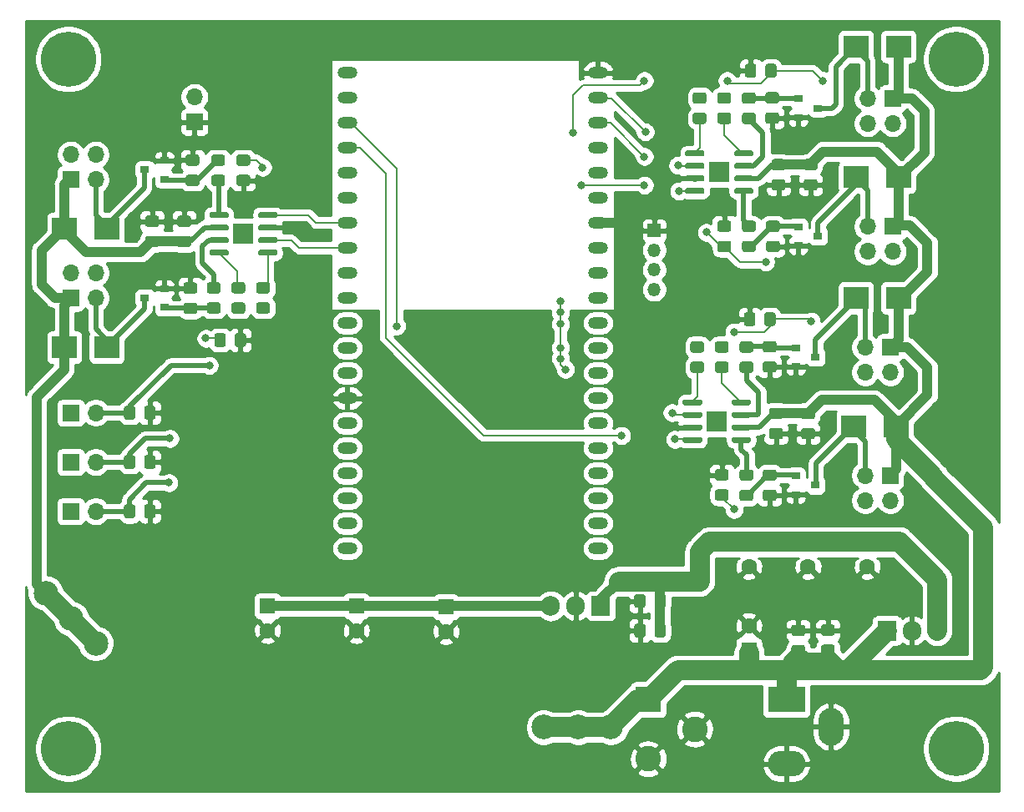
<source format=gtl>
G04 #@! TF.GenerationSoftware,KiCad,Pcbnew,5.1.10*
G04 #@! TF.CreationDate,2022-01-16T13:43:41+02:00*
G04 #@! TF.ProjectId,horse_feeder,686f7273-655f-4666-9565-6465722e6b69,rev?*
G04 #@! TF.SameCoordinates,Original*
G04 #@! TF.FileFunction,Copper,L1,Top*
G04 #@! TF.FilePolarity,Positive*
%FSLAX46Y46*%
G04 Gerber Fmt 4.6, Leading zero omitted, Abs format (unit mm)*
G04 Created by KiCad (PCBNEW 5.1.10) date 2022-01-16 13:43:41*
%MOMM*%
%LPD*%
G01*
G04 APERTURE LIST*
G04 #@! TA.AperFunction,SMDPad,CuDef*
%ADD10R,2.110000X2.110000*%
G04 #@! TD*
G04 #@! TA.AperFunction,ComponentPad*
%ADD11C,5.600000*%
G04 #@! TD*
G04 #@! TA.AperFunction,SMDPad,CuDef*
%ADD12R,0.900000X0.800000*%
G04 #@! TD*
G04 #@! TA.AperFunction,ComponentPad*
%ADD13C,2.600000*%
G04 #@! TD*
G04 #@! TA.AperFunction,ComponentPad*
%ADD14R,2.600000X2.600000*%
G04 #@! TD*
G04 #@! TA.AperFunction,ComponentPad*
%ADD15R,3.800000X2.600000*%
G04 #@! TD*
G04 #@! TA.AperFunction,ComponentPad*
%ADD16O,3.800000X2.600000*%
G04 #@! TD*
G04 #@! TA.AperFunction,ComponentPad*
%ADD17O,2.600000X3.800000*%
G04 #@! TD*
G04 #@! TA.AperFunction,ComponentPad*
%ADD18R,1.600000X1.600000*%
G04 #@! TD*
G04 #@! TA.AperFunction,ComponentPad*
%ADD19C,1.600000*%
G04 #@! TD*
G04 #@! TA.AperFunction,SMDPad,CuDef*
%ADD20R,2.500000X2.300000*%
G04 #@! TD*
G04 #@! TA.AperFunction,ComponentPad*
%ADD21R,1.350000X1.350000*%
G04 #@! TD*
G04 #@! TA.AperFunction,ComponentPad*
%ADD22O,1.350000X1.350000*%
G04 #@! TD*
G04 #@! TA.AperFunction,ComponentPad*
%ADD23O,1.700000X1.700000*%
G04 #@! TD*
G04 #@! TA.AperFunction,ComponentPad*
%ADD24R,1.700000X1.700000*%
G04 #@! TD*
G04 #@! TA.AperFunction,ComponentPad*
%ADD25O,1.905000X2.000000*%
G04 #@! TD*
G04 #@! TA.AperFunction,ComponentPad*
%ADD26R,1.905000X2.000000*%
G04 #@! TD*
G04 #@! TA.AperFunction,ComponentPad*
%ADD27O,2.000000X1.200000*%
G04 #@! TD*
G04 #@! TA.AperFunction,ViaPad*
%ADD28C,2.500000*%
G04 #@! TD*
G04 #@! TA.AperFunction,ViaPad*
%ADD29C,1.500000*%
G04 #@! TD*
G04 #@! TA.AperFunction,ViaPad*
%ADD30C,0.800000*%
G04 #@! TD*
G04 #@! TA.AperFunction,Conductor*
%ADD31C,2.000000*%
G04 #@! TD*
G04 #@! TA.AperFunction,Conductor*
%ADD32C,1.000000*%
G04 #@! TD*
G04 #@! TA.AperFunction,Conductor*
%ADD33C,0.500000*%
G04 #@! TD*
G04 #@! TA.AperFunction,Conductor*
%ADD34C,0.200000*%
G04 #@! TD*
G04 #@! TA.AperFunction,Conductor*
%ADD35C,0.254000*%
G04 #@! TD*
G04 #@! TA.AperFunction,Conductor*
%ADD36C,0.100000*%
G04 #@! TD*
G04 APERTURE END LIST*
G04 #@! TA.AperFunction,SMDPad,CuDef*
G36*
G01*
X92500000Y-57285000D02*
X92500000Y-56985000D01*
G75*
G02*
X92650000Y-56835000I150000J0D01*
G01*
X94300000Y-56835000D01*
G75*
G02*
X94450000Y-56985000I0J-150000D01*
G01*
X94450000Y-57285000D01*
G75*
G02*
X94300000Y-57435000I-150000J0D01*
G01*
X92650000Y-57435000D01*
G75*
G02*
X92500000Y-57285000I0J150000D01*
G01*
G37*
G04 #@! TD.AperFunction*
G04 #@! TA.AperFunction,SMDPad,CuDef*
G36*
G01*
X87550000Y-54745000D02*
X87550000Y-54445000D01*
G75*
G02*
X87700000Y-54295000I150000J0D01*
G01*
X89350000Y-54295000D01*
G75*
G02*
X89500000Y-54445000I0J-150000D01*
G01*
X89500000Y-54745000D01*
G75*
G02*
X89350000Y-54895000I-150000J0D01*
G01*
X87700000Y-54895000D01*
G75*
G02*
X87550000Y-54745000I0J150000D01*
G01*
G37*
G04 #@! TD.AperFunction*
G04 #@! TA.AperFunction,SMDPad,CuDef*
G36*
G01*
X87550000Y-56015000D02*
X87550000Y-55715000D01*
G75*
G02*
X87700000Y-55565000I150000J0D01*
G01*
X89350000Y-55565000D01*
G75*
G02*
X89500000Y-55715000I0J-150000D01*
G01*
X89500000Y-56015000D01*
G75*
G02*
X89350000Y-56165000I-150000J0D01*
G01*
X87700000Y-56165000D01*
G75*
G02*
X87550000Y-56015000I0J150000D01*
G01*
G37*
G04 #@! TD.AperFunction*
G04 #@! TA.AperFunction,SMDPad,CuDef*
G36*
G01*
X87550000Y-57285000D02*
X87550000Y-56985000D01*
G75*
G02*
X87700000Y-56835000I150000J0D01*
G01*
X89350000Y-56835000D01*
G75*
G02*
X89500000Y-56985000I0J-150000D01*
G01*
X89500000Y-57285000D01*
G75*
G02*
X89350000Y-57435000I-150000J0D01*
G01*
X87700000Y-57435000D01*
G75*
G02*
X87550000Y-57285000I0J150000D01*
G01*
G37*
G04 #@! TD.AperFunction*
G04 #@! TA.AperFunction,SMDPad,CuDef*
G36*
G01*
X87550000Y-58555000D02*
X87550000Y-58255000D01*
G75*
G02*
X87700000Y-58105000I150000J0D01*
G01*
X89350000Y-58105000D01*
G75*
G02*
X89500000Y-58255000I0J-150000D01*
G01*
X89500000Y-58555000D01*
G75*
G02*
X89350000Y-58705000I-150000J0D01*
G01*
X87700000Y-58705000D01*
G75*
G02*
X87550000Y-58555000I0J150000D01*
G01*
G37*
G04 #@! TD.AperFunction*
G04 #@! TA.AperFunction,SMDPad,CuDef*
G36*
G01*
X92500000Y-58555000D02*
X92500000Y-58255000D01*
G75*
G02*
X92650000Y-58105000I150000J0D01*
G01*
X94300000Y-58105000D01*
G75*
G02*
X94450000Y-58255000I0J-150000D01*
G01*
X94450000Y-58555000D01*
G75*
G02*
X94300000Y-58705000I-150000J0D01*
G01*
X92650000Y-58705000D01*
G75*
G02*
X92500000Y-58555000I0J150000D01*
G01*
G37*
G04 #@! TD.AperFunction*
D10*
X91000000Y-56500000D03*
G04 #@! TA.AperFunction,SMDPad,CuDef*
G36*
G01*
X92500000Y-54745000D02*
X92500000Y-54445000D01*
G75*
G02*
X92650000Y-54295000I150000J0D01*
G01*
X94300000Y-54295000D01*
G75*
G02*
X94450000Y-54445000I0J-150000D01*
G01*
X94450000Y-54745000D01*
G75*
G02*
X94300000Y-54895000I-150000J0D01*
G01*
X92650000Y-54895000D01*
G75*
G02*
X92500000Y-54745000I0J150000D01*
G01*
G37*
G04 #@! TD.AperFunction*
G04 #@! TA.AperFunction,SMDPad,CuDef*
G36*
G01*
X92500000Y-56015000D02*
X92500000Y-55715000D01*
G75*
G02*
X92650000Y-55565000I150000J0D01*
G01*
X94300000Y-55565000D01*
G75*
G02*
X94450000Y-55715000I0J-150000D01*
G01*
X94450000Y-56015000D01*
G75*
G02*
X94300000Y-56165000I-150000J0D01*
G01*
X92650000Y-56165000D01*
G75*
G02*
X92500000Y-56015000I0J150000D01*
G01*
G37*
G04 #@! TD.AperFunction*
G04 #@! TA.AperFunction,SMDPad,CuDef*
G36*
G01*
X41250000Y-61965000D02*
X41250000Y-62265000D01*
G75*
G02*
X41100000Y-62415000I-150000J0D01*
G01*
X39450000Y-62415000D01*
G75*
G02*
X39300000Y-62265000I0J150000D01*
G01*
X39300000Y-61965000D01*
G75*
G02*
X39450000Y-61815000I150000J0D01*
G01*
X41100000Y-61815000D01*
G75*
G02*
X41250000Y-61965000I0J-150000D01*
G01*
G37*
G04 #@! TD.AperFunction*
G04 #@! TA.AperFunction,SMDPad,CuDef*
G36*
G01*
X46200000Y-64505000D02*
X46200000Y-64805000D01*
G75*
G02*
X46050000Y-64955000I-150000J0D01*
G01*
X44400000Y-64955000D01*
G75*
G02*
X44250000Y-64805000I0J150000D01*
G01*
X44250000Y-64505000D01*
G75*
G02*
X44400000Y-64355000I150000J0D01*
G01*
X46050000Y-64355000D01*
G75*
G02*
X46200000Y-64505000I0J-150000D01*
G01*
G37*
G04 #@! TD.AperFunction*
G04 #@! TA.AperFunction,SMDPad,CuDef*
G36*
G01*
X46200000Y-63235000D02*
X46200000Y-63535000D01*
G75*
G02*
X46050000Y-63685000I-150000J0D01*
G01*
X44400000Y-63685000D01*
G75*
G02*
X44250000Y-63535000I0J150000D01*
G01*
X44250000Y-63235000D01*
G75*
G02*
X44400000Y-63085000I150000J0D01*
G01*
X46050000Y-63085000D01*
G75*
G02*
X46200000Y-63235000I0J-150000D01*
G01*
G37*
G04 #@! TD.AperFunction*
G04 #@! TA.AperFunction,SMDPad,CuDef*
G36*
G01*
X46200000Y-61965000D02*
X46200000Y-62265000D01*
G75*
G02*
X46050000Y-62415000I-150000J0D01*
G01*
X44400000Y-62415000D01*
G75*
G02*
X44250000Y-62265000I0J150000D01*
G01*
X44250000Y-61965000D01*
G75*
G02*
X44400000Y-61815000I150000J0D01*
G01*
X46050000Y-61815000D01*
G75*
G02*
X46200000Y-61965000I0J-150000D01*
G01*
G37*
G04 #@! TD.AperFunction*
G04 #@! TA.AperFunction,SMDPad,CuDef*
G36*
G01*
X46200000Y-60695000D02*
X46200000Y-60995000D01*
G75*
G02*
X46050000Y-61145000I-150000J0D01*
G01*
X44400000Y-61145000D01*
G75*
G02*
X44250000Y-60995000I0J150000D01*
G01*
X44250000Y-60695000D01*
G75*
G02*
X44400000Y-60545000I150000J0D01*
G01*
X46050000Y-60545000D01*
G75*
G02*
X46200000Y-60695000I0J-150000D01*
G01*
G37*
G04 #@! TD.AperFunction*
G04 #@! TA.AperFunction,SMDPad,CuDef*
G36*
G01*
X41250000Y-60695000D02*
X41250000Y-60995000D01*
G75*
G02*
X41100000Y-61145000I-150000J0D01*
G01*
X39450000Y-61145000D01*
G75*
G02*
X39300000Y-60995000I0J150000D01*
G01*
X39300000Y-60695000D01*
G75*
G02*
X39450000Y-60545000I150000J0D01*
G01*
X41100000Y-60545000D01*
G75*
G02*
X41250000Y-60695000I0J-150000D01*
G01*
G37*
G04 #@! TD.AperFunction*
X42750000Y-62750000D03*
G04 #@! TA.AperFunction,SMDPad,CuDef*
G36*
G01*
X41250000Y-64505000D02*
X41250000Y-64805000D01*
G75*
G02*
X41100000Y-64955000I-150000J0D01*
G01*
X39450000Y-64955000D01*
G75*
G02*
X39300000Y-64805000I0J150000D01*
G01*
X39300000Y-64505000D01*
G75*
G02*
X39450000Y-64355000I150000J0D01*
G01*
X41100000Y-64355000D01*
G75*
G02*
X41250000Y-64505000I0J-150000D01*
G01*
G37*
G04 #@! TD.AperFunction*
G04 #@! TA.AperFunction,SMDPad,CuDef*
G36*
G01*
X41250000Y-63235000D02*
X41250000Y-63535000D01*
G75*
G02*
X41100000Y-63685000I-150000J0D01*
G01*
X39450000Y-63685000D01*
G75*
G02*
X39300000Y-63535000I0J150000D01*
G01*
X39300000Y-63235000D01*
G75*
G02*
X39450000Y-63085000I150000J0D01*
G01*
X41100000Y-63085000D01*
G75*
G02*
X41250000Y-63235000I0J-150000D01*
G01*
G37*
G04 #@! TD.AperFunction*
G04 #@! TA.AperFunction,SMDPad,CuDef*
G36*
G01*
X92250000Y-82535000D02*
X92250000Y-82235000D01*
G75*
G02*
X92400000Y-82085000I150000J0D01*
G01*
X94050000Y-82085000D01*
G75*
G02*
X94200000Y-82235000I0J-150000D01*
G01*
X94200000Y-82535000D01*
G75*
G02*
X94050000Y-82685000I-150000J0D01*
G01*
X92400000Y-82685000D01*
G75*
G02*
X92250000Y-82535000I0J150000D01*
G01*
G37*
G04 #@! TD.AperFunction*
G04 #@! TA.AperFunction,SMDPad,CuDef*
G36*
G01*
X87300000Y-79995000D02*
X87300000Y-79695000D01*
G75*
G02*
X87450000Y-79545000I150000J0D01*
G01*
X89100000Y-79545000D01*
G75*
G02*
X89250000Y-79695000I0J-150000D01*
G01*
X89250000Y-79995000D01*
G75*
G02*
X89100000Y-80145000I-150000J0D01*
G01*
X87450000Y-80145000D01*
G75*
G02*
X87300000Y-79995000I0J150000D01*
G01*
G37*
G04 #@! TD.AperFunction*
G04 #@! TA.AperFunction,SMDPad,CuDef*
G36*
G01*
X87300000Y-81265000D02*
X87300000Y-80965000D01*
G75*
G02*
X87450000Y-80815000I150000J0D01*
G01*
X89100000Y-80815000D01*
G75*
G02*
X89250000Y-80965000I0J-150000D01*
G01*
X89250000Y-81265000D01*
G75*
G02*
X89100000Y-81415000I-150000J0D01*
G01*
X87450000Y-81415000D01*
G75*
G02*
X87300000Y-81265000I0J150000D01*
G01*
G37*
G04 #@! TD.AperFunction*
G04 #@! TA.AperFunction,SMDPad,CuDef*
G36*
G01*
X87300000Y-82535000D02*
X87300000Y-82235000D01*
G75*
G02*
X87450000Y-82085000I150000J0D01*
G01*
X89100000Y-82085000D01*
G75*
G02*
X89250000Y-82235000I0J-150000D01*
G01*
X89250000Y-82535000D01*
G75*
G02*
X89100000Y-82685000I-150000J0D01*
G01*
X87450000Y-82685000D01*
G75*
G02*
X87300000Y-82535000I0J150000D01*
G01*
G37*
G04 #@! TD.AperFunction*
G04 #@! TA.AperFunction,SMDPad,CuDef*
G36*
G01*
X87300000Y-83805000D02*
X87300000Y-83505000D01*
G75*
G02*
X87450000Y-83355000I150000J0D01*
G01*
X89100000Y-83355000D01*
G75*
G02*
X89250000Y-83505000I0J-150000D01*
G01*
X89250000Y-83805000D01*
G75*
G02*
X89100000Y-83955000I-150000J0D01*
G01*
X87450000Y-83955000D01*
G75*
G02*
X87300000Y-83805000I0J150000D01*
G01*
G37*
G04 #@! TD.AperFunction*
G04 #@! TA.AperFunction,SMDPad,CuDef*
G36*
G01*
X92250000Y-83805000D02*
X92250000Y-83505000D01*
G75*
G02*
X92400000Y-83355000I150000J0D01*
G01*
X94050000Y-83355000D01*
G75*
G02*
X94200000Y-83505000I0J-150000D01*
G01*
X94200000Y-83805000D01*
G75*
G02*
X94050000Y-83955000I-150000J0D01*
G01*
X92400000Y-83955000D01*
G75*
G02*
X92250000Y-83805000I0J150000D01*
G01*
G37*
G04 #@! TD.AperFunction*
X90750000Y-81750000D03*
G04 #@! TA.AperFunction,SMDPad,CuDef*
G36*
G01*
X92250000Y-79995000D02*
X92250000Y-79695000D01*
G75*
G02*
X92400000Y-79545000I150000J0D01*
G01*
X94050000Y-79545000D01*
G75*
G02*
X94200000Y-79695000I0J-150000D01*
G01*
X94200000Y-79995000D01*
G75*
G02*
X94050000Y-80145000I-150000J0D01*
G01*
X92400000Y-80145000D01*
G75*
G02*
X92250000Y-79995000I0J150000D01*
G01*
G37*
G04 #@! TD.AperFunction*
G04 #@! TA.AperFunction,SMDPad,CuDef*
G36*
G01*
X92250000Y-81265000D02*
X92250000Y-80965000D01*
G75*
G02*
X92400000Y-80815000I150000J0D01*
G01*
X94050000Y-80815000D01*
G75*
G02*
X94200000Y-80965000I0J-150000D01*
G01*
X94200000Y-81265000D01*
G75*
G02*
X94050000Y-81415000I-150000J0D01*
G01*
X92400000Y-81415000D01*
G75*
G02*
X92250000Y-81265000I0J150000D01*
G01*
G37*
G04 #@! TD.AperFunction*
D11*
X115000000Y-45000000D03*
X25000000Y-45000000D03*
X25000000Y-115000000D03*
G04 #@! TA.AperFunction,SMDPad,CuDef*
G36*
G01*
X99799999Y-55150000D02*
X100700001Y-55150000D01*
G75*
G02*
X100950000Y-55399999I0J-249999D01*
G01*
X100950000Y-56050001D01*
G75*
G02*
X100700001Y-56300000I-249999J0D01*
G01*
X99799999Y-56300000D01*
G75*
G02*
X99550000Y-56050001I0J249999D01*
G01*
X99550000Y-55399999D01*
G75*
G02*
X99799999Y-55150000I249999J0D01*
G01*
G37*
G04 #@! TD.AperFunction*
G04 #@! TA.AperFunction,SMDPad,CuDef*
G36*
G01*
X99799999Y-57200000D02*
X100700001Y-57200000D01*
G75*
G02*
X100950000Y-57449999I0J-249999D01*
G01*
X100950000Y-58100001D01*
G75*
G02*
X100700001Y-58350000I-249999J0D01*
G01*
X99799999Y-58350000D01*
G75*
G02*
X99550000Y-58100001I0J249999D01*
G01*
X99550000Y-57449999D01*
G75*
G02*
X99799999Y-57200000I249999J0D01*
G01*
G37*
G04 #@! TD.AperFunction*
D12*
X101000000Y-50000000D03*
X99000000Y-50950000D03*
X99000000Y-49050000D03*
G04 #@! TA.AperFunction,SMDPad,CuDef*
G36*
G01*
X89450001Y-49550000D02*
X88549999Y-49550000D01*
G75*
G02*
X88300000Y-49300001I0J249999D01*
G01*
X88300000Y-48649999D01*
G75*
G02*
X88549999Y-48400000I249999J0D01*
G01*
X89450001Y-48400000D01*
G75*
G02*
X89700000Y-48649999I0J-249999D01*
G01*
X89700000Y-49300001D01*
G75*
G02*
X89450001Y-49550000I-249999J0D01*
G01*
G37*
G04 #@! TD.AperFunction*
G04 #@! TA.AperFunction,SMDPad,CuDef*
G36*
G01*
X89450001Y-51600000D02*
X88549999Y-51600000D01*
G75*
G02*
X88300000Y-51350001I0J249999D01*
G01*
X88300000Y-50699999D01*
G75*
G02*
X88549999Y-50450000I249999J0D01*
G01*
X89450001Y-50450000D01*
G75*
G02*
X89700000Y-50699999I0J-249999D01*
G01*
X89700000Y-51350001D01*
G75*
G02*
X89450001Y-51600000I-249999J0D01*
G01*
G37*
G04 #@! TD.AperFunction*
G04 #@! TA.AperFunction,SMDPad,CuDef*
G36*
G01*
X96549999Y-57200000D02*
X97450001Y-57200000D01*
G75*
G02*
X97700000Y-57449999I0J-249999D01*
G01*
X97700000Y-58100001D01*
G75*
G02*
X97450001Y-58350000I-249999J0D01*
G01*
X96549999Y-58350000D01*
G75*
G02*
X96300000Y-58100001I0J249999D01*
G01*
X96300000Y-57449999D01*
G75*
G02*
X96549999Y-57200000I249999J0D01*
G01*
G37*
G04 #@! TD.AperFunction*
G04 #@! TA.AperFunction,SMDPad,CuDef*
G36*
G01*
X96549999Y-55150000D02*
X97450001Y-55150000D01*
G75*
G02*
X97700000Y-55399999I0J-249999D01*
G01*
X97700000Y-56050001D01*
G75*
G02*
X97450001Y-56300000I-249999J0D01*
G01*
X96549999Y-56300000D01*
G75*
G02*
X96300000Y-56050001I0J249999D01*
G01*
X96300000Y-55399999D01*
G75*
G02*
X96549999Y-55150000I249999J0D01*
G01*
G37*
G04 #@! TD.AperFunction*
G04 #@! TA.AperFunction,SMDPad,CuDef*
G36*
G01*
X95914998Y-48375000D02*
X96815000Y-48375000D01*
G75*
G02*
X97064999Y-48624999I0J-249999D01*
G01*
X97064999Y-49275001D01*
G75*
G02*
X96815000Y-49525000I-249999J0D01*
G01*
X95914998Y-49525000D01*
G75*
G02*
X95664999Y-49275001I0J249999D01*
G01*
X95664999Y-48624999D01*
G75*
G02*
X95914998Y-48375000I249999J0D01*
G01*
G37*
G04 #@! TD.AperFunction*
G04 #@! TA.AperFunction,SMDPad,CuDef*
G36*
G01*
X95914998Y-50425000D02*
X96815000Y-50425000D01*
G75*
G02*
X97064999Y-50674999I0J-249999D01*
G01*
X97064999Y-51325001D01*
G75*
G02*
X96815000Y-51575000I-249999J0D01*
G01*
X95914998Y-51575000D01*
G75*
G02*
X95664999Y-51325001I0J249999D01*
G01*
X95664999Y-50674999D01*
G75*
G02*
X95914998Y-50425000I249999J0D01*
G01*
G37*
G04 #@! TD.AperFunction*
G04 #@! TA.AperFunction,SMDPad,CuDef*
G36*
G01*
X95985000Y-61400000D02*
X96885002Y-61400000D01*
G75*
G02*
X97135001Y-61649999I0J-249999D01*
G01*
X97135001Y-62300001D01*
G75*
G02*
X96885002Y-62550000I-249999J0D01*
G01*
X95985000Y-62550000D01*
G75*
G02*
X95735001Y-62300001I0J249999D01*
G01*
X95735001Y-61649999D01*
G75*
G02*
X95985000Y-61400000I249999J0D01*
G01*
G37*
G04 #@! TD.AperFunction*
G04 #@! TA.AperFunction,SMDPad,CuDef*
G36*
G01*
X95985000Y-63450000D02*
X96885002Y-63450000D01*
G75*
G02*
X97135001Y-63699999I0J-249999D01*
G01*
X97135001Y-64350001D01*
G75*
G02*
X96885002Y-64600000I-249999J0D01*
G01*
X95985000Y-64600000D01*
G75*
G02*
X95735001Y-64350001I0J249999D01*
G01*
X95735001Y-63699999D01*
G75*
G02*
X95985000Y-63450000I249999J0D01*
G01*
G37*
G04 #@! TD.AperFunction*
G04 #@! TA.AperFunction,SMDPad,CuDef*
G36*
G01*
X93549999Y-50450000D02*
X94450001Y-50450000D01*
G75*
G02*
X94700000Y-50699999I0J-249999D01*
G01*
X94700000Y-51350001D01*
G75*
G02*
X94450001Y-51600000I-249999J0D01*
G01*
X93549999Y-51600000D01*
G75*
G02*
X93300000Y-51350001I0J249999D01*
G01*
X93300000Y-50699999D01*
G75*
G02*
X93549999Y-50450000I249999J0D01*
G01*
G37*
G04 #@! TD.AperFunction*
G04 #@! TA.AperFunction,SMDPad,CuDef*
G36*
G01*
X93549999Y-48400000D02*
X94450001Y-48400000D01*
G75*
G02*
X94700000Y-48649999I0J-249999D01*
G01*
X94700000Y-49300001D01*
G75*
G02*
X94450001Y-49550000I-249999J0D01*
G01*
X93549999Y-49550000D01*
G75*
G02*
X93300000Y-49300001I0J249999D01*
G01*
X93300000Y-48649999D01*
G75*
G02*
X93549999Y-48400000I249999J0D01*
G01*
G37*
G04 #@! TD.AperFunction*
X99000000Y-62050000D03*
X99000000Y-63950000D03*
X101000000Y-63000000D03*
G04 #@! TA.AperFunction,SMDPad,CuDef*
G36*
G01*
X94450001Y-62550000D02*
X93549999Y-62550000D01*
G75*
G02*
X93300000Y-62300001I0J249999D01*
G01*
X93300000Y-61649999D01*
G75*
G02*
X93549999Y-61400000I249999J0D01*
G01*
X94450001Y-61400000D01*
G75*
G02*
X94700000Y-61649999I0J-249999D01*
G01*
X94700000Y-62300001D01*
G75*
G02*
X94450001Y-62550000I-249999J0D01*
G01*
G37*
G04 #@! TD.AperFunction*
G04 #@! TA.AperFunction,SMDPad,CuDef*
G36*
G01*
X94450001Y-64600000D02*
X93549999Y-64600000D01*
G75*
G02*
X93300000Y-64350001I0J249999D01*
G01*
X93300000Y-63699999D01*
G75*
G02*
X93549999Y-63450000I249999J0D01*
G01*
X94450001Y-63450000D01*
G75*
G02*
X94700000Y-63699999I0J-249999D01*
G01*
X94700000Y-64350001D01*
G75*
G02*
X94450001Y-64600000I-249999J0D01*
G01*
G37*
G04 #@! TD.AperFunction*
G04 #@! TA.AperFunction,SMDPad,CuDef*
G36*
G01*
X91049999Y-48400000D02*
X91950001Y-48400000D01*
G75*
G02*
X92200000Y-48649999I0J-249999D01*
G01*
X92200000Y-49300001D01*
G75*
G02*
X91950001Y-49550000I-249999J0D01*
G01*
X91049999Y-49550000D01*
G75*
G02*
X90800000Y-49300001I0J249999D01*
G01*
X90800000Y-48649999D01*
G75*
G02*
X91049999Y-48400000I249999J0D01*
G01*
G37*
G04 #@! TD.AperFunction*
G04 #@! TA.AperFunction,SMDPad,CuDef*
G36*
G01*
X91049999Y-50450000D02*
X91950001Y-50450000D01*
G75*
G02*
X92200000Y-50699999I0J-249999D01*
G01*
X92200000Y-51350001D01*
G75*
G02*
X91950001Y-51600000I-249999J0D01*
G01*
X91049999Y-51600000D01*
G75*
G02*
X90800000Y-51350001I0J249999D01*
G01*
X90800000Y-50699999D01*
G75*
G02*
X91049999Y-50450000I249999J0D01*
G01*
G37*
G04 #@! TD.AperFunction*
G04 #@! TA.AperFunction,SMDPad,CuDef*
G36*
G01*
X42700001Y-68800000D02*
X41799999Y-68800000D01*
G75*
G02*
X41550000Y-68550001I0J249999D01*
G01*
X41550000Y-67899999D01*
G75*
G02*
X41799999Y-67650000I249999J0D01*
G01*
X42700001Y-67650000D01*
G75*
G02*
X42950000Y-67899999I0J-249999D01*
G01*
X42950000Y-68550001D01*
G75*
G02*
X42700001Y-68800000I-249999J0D01*
G01*
G37*
G04 #@! TD.AperFunction*
G04 #@! TA.AperFunction,SMDPad,CuDef*
G36*
G01*
X42700001Y-70850000D02*
X41799999Y-70850000D01*
G75*
G02*
X41550000Y-70600001I0J249999D01*
G01*
X41550000Y-69949999D01*
G75*
G02*
X41799999Y-69700000I249999J0D01*
G01*
X42700001Y-69700000D01*
G75*
G02*
X42950000Y-69949999I0J-249999D01*
G01*
X42950000Y-70600001D01*
G75*
G02*
X42700001Y-70850000I-249999J0D01*
G01*
G37*
G04 #@! TD.AperFunction*
G04 #@! TA.AperFunction,SMDPad,CuDef*
G36*
G01*
X44299999Y-67650000D02*
X45200001Y-67650000D01*
G75*
G02*
X45450000Y-67899999I0J-249999D01*
G01*
X45450000Y-68550001D01*
G75*
G02*
X45200001Y-68800000I-249999J0D01*
G01*
X44299999Y-68800000D01*
G75*
G02*
X44050000Y-68550001I0J249999D01*
G01*
X44050000Y-67899999D01*
G75*
G02*
X44299999Y-67650000I249999J0D01*
G01*
G37*
G04 #@! TD.AperFunction*
G04 #@! TA.AperFunction,SMDPad,CuDef*
G36*
G01*
X44299999Y-69700000D02*
X45200001Y-69700000D01*
G75*
G02*
X45450000Y-69949999I0J-249999D01*
G01*
X45450000Y-70600001D01*
G75*
G02*
X45200001Y-70850000I-249999J0D01*
G01*
X44299999Y-70850000D01*
G75*
G02*
X44050000Y-70600001I0J249999D01*
G01*
X44050000Y-69949999D01*
G75*
G02*
X44299999Y-69700000I249999J0D01*
G01*
G37*
G04 #@! TD.AperFunction*
G04 #@! TA.AperFunction,SMDPad,CuDef*
G36*
G01*
X38050001Y-55850000D02*
X37149999Y-55850000D01*
G75*
G02*
X36900000Y-55600001I0J249999D01*
G01*
X36900000Y-54949999D01*
G75*
G02*
X37149999Y-54700000I249999J0D01*
G01*
X38050001Y-54700000D01*
G75*
G02*
X38300000Y-54949999I0J-249999D01*
G01*
X38300000Y-55600001D01*
G75*
G02*
X38050001Y-55850000I-249999J0D01*
G01*
G37*
G04 #@! TD.AperFunction*
G04 #@! TA.AperFunction,SMDPad,CuDef*
G36*
G01*
X38050001Y-57900000D02*
X37149999Y-57900000D01*
G75*
G02*
X36900000Y-57650001I0J249999D01*
G01*
X36900000Y-56999999D01*
G75*
G02*
X37149999Y-56750000I249999J0D01*
G01*
X38050001Y-56750000D01*
G75*
G02*
X38300000Y-56999999I0J-249999D01*
G01*
X38300000Y-57650001D01*
G75*
G02*
X38050001Y-57900000I-249999J0D01*
G01*
G37*
G04 #@! TD.AperFunction*
G04 #@! TA.AperFunction,SMDPad,CuDef*
G36*
G01*
X39749999Y-54700000D02*
X40650001Y-54700000D01*
G75*
G02*
X40900000Y-54949999I0J-249999D01*
G01*
X40900000Y-55600001D01*
G75*
G02*
X40650001Y-55850000I-249999J0D01*
G01*
X39749999Y-55850000D01*
G75*
G02*
X39500000Y-55600001I0J249999D01*
G01*
X39500000Y-54949999D01*
G75*
G02*
X39749999Y-54700000I249999J0D01*
G01*
G37*
G04 #@! TD.AperFunction*
G04 #@! TA.AperFunction,SMDPad,CuDef*
G36*
G01*
X39749999Y-56750000D02*
X40650001Y-56750000D01*
G75*
G02*
X40900000Y-56999999I0J-249999D01*
G01*
X40900000Y-57650001D01*
G75*
G02*
X40650001Y-57900000I-249999J0D01*
G01*
X39749999Y-57900000D01*
G75*
G02*
X39500000Y-57650001I0J249999D01*
G01*
X39500000Y-56999999D01*
G75*
G02*
X39749999Y-56750000I249999J0D01*
G01*
G37*
G04 #@! TD.AperFunction*
G04 #@! TA.AperFunction,SMDPad,CuDef*
G36*
G01*
X37835002Y-68825000D02*
X36935000Y-68825000D01*
G75*
G02*
X36685001Y-68575001I0J249999D01*
G01*
X36685001Y-67924999D01*
G75*
G02*
X36935000Y-67675000I249999J0D01*
G01*
X37835002Y-67675000D01*
G75*
G02*
X38085001Y-67924999I0J-249999D01*
G01*
X38085001Y-68575001D01*
G75*
G02*
X37835002Y-68825000I-249999J0D01*
G01*
G37*
G04 #@! TD.AperFunction*
G04 #@! TA.AperFunction,SMDPad,CuDef*
G36*
G01*
X37835002Y-70875000D02*
X36935000Y-70875000D01*
G75*
G02*
X36685001Y-70625001I0J249999D01*
G01*
X36685001Y-69974999D01*
G75*
G02*
X36935000Y-69725000I249999J0D01*
G01*
X37835002Y-69725000D01*
G75*
G02*
X38085001Y-69974999I0J-249999D01*
G01*
X38085001Y-70625001D01*
G75*
G02*
X37835002Y-70875000I-249999J0D01*
G01*
G37*
G04 #@! TD.AperFunction*
G04 #@! TA.AperFunction,SMDPad,CuDef*
G36*
G01*
X37200001Y-64100000D02*
X36299999Y-64100000D01*
G75*
G02*
X36050000Y-63850001I0J249999D01*
G01*
X36050000Y-63199999D01*
G75*
G02*
X36299999Y-62950000I249999J0D01*
G01*
X37200001Y-62950000D01*
G75*
G02*
X37450000Y-63199999I0J-249999D01*
G01*
X37450000Y-63850001D01*
G75*
G02*
X37200001Y-64100000I-249999J0D01*
G01*
G37*
G04 #@! TD.AperFunction*
G04 #@! TA.AperFunction,SMDPad,CuDef*
G36*
G01*
X37200001Y-62050000D02*
X36299999Y-62050000D01*
G75*
G02*
X36050000Y-61800001I0J249999D01*
G01*
X36050000Y-61149999D01*
G75*
G02*
X36299999Y-60900000I249999J0D01*
G01*
X37200001Y-60900000D01*
G75*
G02*
X37450000Y-61149999I0J-249999D01*
G01*
X37450000Y-61800001D01*
G75*
G02*
X37200001Y-62050000I-249999J0D01*
G01*
G37*
G04 #@! TD.AperFunction*
G04 #@! TA.AperFunction,SMDPad,CuDef*
G36*
G01*
X33950001Y-62050000D02*
X33049999Y-62050000D01*
G75*
G02*
X32800000Y-61800001I0J249999D01*
G01*
X32800000Y-61149999D01*
G75*
G02*
X33049999Y-60900000I249999J0D01*
G01*
X33950001Y-60900000D01*
G75*
G02*
X34200000Y-61149999I0J-249999D01*
G01*
X34200000Y-61800001D01*
G75*
G02*
X33950001Y-62050000I-249999J0D01*
G01*
G37*
G04 #@! TD.AperFunction*
G04 #@! TA.AperFunction,SMDPad,CuDef*
G36*
G01*
X33950001Y-64100000D02*
X33049999Y-64100000D01*
G75*
G02*
X32800000Y-63850001I0J249999D01*
G01*
X32800000Y-63199999D01*
G75*
G02*
X33049999Y-62950000I249999J0D01*
G01*
X33950001Y-62950000D01*
G75*
G02*
X34200000Y-63199999I0J-249999D01*
G01*
X34200000Y-63850001D01*
G75*
G02*
X33950001Y-64100000I-249999J0D01*
G01*
G37*
G04 #@! TD.AperFunction*
G04 #@! TA.AperFunction,SMDPad,CuDef*
G36*
G01*
X40200001Y-70850000D02*
X39299999Y-70850000D01*
G75*
G02*
X39050000Y-70600001I0J249999D01*
G01*
X39050000Y-69949999D01*
G75*
G02*
X39299999Y-69700000I249999J0D01*
G01*
X40200001Y-69700000D01*
G75*
G02*
X40450000Y-69949999I0J-249999D01*
G01*
X40450000Y-70600001D01*
G75*
G02*
X40200001Y-70850000I-249999J0D01*
G01*
G37*
G04 #@! TD.AperFunction*
G04 #@! TA.AperFunction,SMDPad,CuDef*
G36*
G01*
X40200001Y-68800000D02*
X39299999Y-68800000D01*
G75*
G02*
X39050000Y-68550001I0J249999D01*
G01*
X39050000Y-67899999D01*
G75*
G02*
X39299999Y-67650000I249999J0D01*
G01*
X40200001Y-67650000D01*
G75*
G02*
X40450000Y-67899999I0J-249999D01*
G01*
X40450000Y-68550001D01*
G75*
G02*
X40200001Y-68800000I-249999J0D01*
G01*
G37*
G04 #@! TD.AperFunction*
X32750000Y-56250000D03*
X34750000Y-55300000D03*
X34750000Y-57200000D03*
X34750000Y-70200000D03*
X34750000Y-68300000D03*
X32750000Y-69250000D03*
D11*
X115000000Y-115000000D03*
D13*
X88500000Y-113000000D03*
X83800000Y-116000000D03*
D14*
X83800000Y-110000000D03*
D15*
X97800000Y-110000000D03*
D16*
X97800000Y-116500000D03*
D17*
X102300000Y-112750000D03*
D18*
X94000000Y-105000000D03*
D19*
X94000000Y-102500000D03*
G04 #@! TA.AperFunction,SMDPad,CuDef*
G36*
G01*
X102450001Y-105575000D02*
X101549999Y-105575000D01*
G75*
G02*
X101300000Y-105325001I0J249999D01*
G01*
X101300000Y-104674999D01*
G75*
G02*
X101549999Y-104425000I249999J0D01*
G01*
X102450001Y-104425000D01*
G75*
G02*
X102700000Y-104674999I0J-249999D01*
G01*
X102700000Y-105325001D01*
G75*
G02*
X102450001Y-105575000I-249999J0D01*
G01*
G37*
G04 #@! TD.AperFunction*
G04 #@! TA.AperFunction,SMDPad,CuDef*
G36*
G01*
X102450001Y-103525000D02*
X101549999Y-103525000D01*
G75*
G02*
X101300000Y-103275001I0J249999D01*
G01*
X101300000Y-102624999D01*
G75*
G02*
X101549999Y-102375000I249999J0D01*
G01*
X102450001Y-102375000D01*
G75*
G02*
X102700000Y-102624999I0J-249999D01*
G01*
X102700000Y-103275001D01*
G75*
G02*
X102450001Y-103525000I-249999J0D01*
G01*
G37*
G04 #@! TD.AperFunction*
G04 #@! TA.AperFunction,SMDPad,CuDef*
G36*
G01*
X99450001Y-105600000D02*
X98549999Y-105600000D01*
G75*
G02*
X98300000Y-105350001I0J249999D01*
G01*
X98300000Y-104699999D01*
G75*
G02*
X98549999Y-104450000I249999J0D01*
G01*
X99450001Y-104450000D01*
G75*
G02*
X99700000Y-104699999I0J-249999D01*
G01*
X99700000Y-105350001D01*
G75*
G02*
X99450001Y-105600000I-249999J0D01*
G01*
G37*
G04 #@! TD.AperFunction*
G04 #@! TA.AperFunction,SMDPad,CuDef*
G36*
G01*
X99450001Y-103550000D02*
X98549999Y-103550000D01*
G75*
G02*
X98300000Y-103300001I0J249999D01*
G01*
X98300000Y-102649999D01*
G75*
G02*
X98549999Y-102400000I249999J0D01*
G01*
X99450001Y-102400000D01*
G75*
G02*
X99700000Y-102649999I0J-249999D01*
G01*
X99700000Y-103300001D01*
G75*
G02*
X99450001Y-103550000I-249999J0D01*
G01*
G37*
G04 #@! TD.AperFunction*
D18*
X100000000Y-94000000D03*
D19*
X100000000Y-96500000D03*
D18*
X106000000Y-94000000D03*
D19*
X106000000Y-96500000D03*
X94000000Y-96500000D03*
D18*
X94000000Y-94000000D03*
G04 #@! TA.AperFunction,SMDPad,CuDef*
G36*
G01*
X83525000Y-102549999D02*
X83525000Y-103450001D01*
G75*
G02*
X83275001Y-103700000I-249999J0D01*
G01*
X82624999Y-103700000D01*
G75*
G02*
X82375000Y-103450001I0J249999D01*
G01*
X82375000Y-102549999D01*
G75*
G02*
X82624999Y-102300000I249999J0D01*
G01*
X83275001Y-102300000D01*
G75*
G02*
X83525000Y-102549999I0J-249999D01*
G01*
G37*
G04 #@! TD.AperFunction*
G04 #@! TA.AperFunction,SMDPad,CuDef*
G36*
G01*
X85575000Y-102549999D02*
X85575000Y-103450001D01*
G75*
G02*
X85325001Y-103700000I-249999J0D01*
G01*
X84674999Y-103700000D01*
G75*
G02*
X84425000Y-103450001I0J249999D01*
G01*
X84425000Y-102549999D01*
G75*
G02*
X84674999Y-102300000I249999J0D01*
G01*
X85325001Y-102300000D01*
G75*
G02*
X85575000Y-102549999I0J-249999D01*
G01*
G37*
G04 #@! TD.AperFunction*
G04 #@! TA.AperFunction,SMDPad,CuDef*
G36*
G01*
X85575000Y-99549999D02*
X85575000Y-100450001D01*
G75*
G02*
X85325001Y-100700000I-249999J0D01*
G01*
X84674999Y-100700000D01*
G75*
G02*
X84425000Y-100450001I0J249999D01*
G01*
X84425000Y-99549999D01*
G75*
G02*
X84674999Y-99300000I249999J0D01*
G01*
X85325001Y-99300000D01*
G75*
G02*
X85575000Y-99549999I0J-249999D01*
G01*
G37*
G04 #@! TD.AperFunction*
G04 #@! TA.AperFunction,SMDPad,CuDef*
G36*
G01*
X83525000Y-99549999D02*
X83525000Y-100450001D01*
G75*
G02*
X83275001Y-100700000I-249999J0D01*
G01*
X82624999Y-100700000D01*
G75*
G02*
X82375000Y-100450001I0J249999D01*
G01*
X82375000Y-99549999D01*
G75*
G02*
X82624999Y-99300000I249999J0D01*
G01*
X83275001Y-99300000D01*
G75*
G02*
X83525000Y-99549999I0J-249999D01*
G01*
G37*
G04 #@! TD.AperFunction*
D19*
X63300000Y-103100000D03*
D18*
X63300000Y-100600000D03*
X54200000Y-100500000D03*
D19*
X54200000Y-103000000D03*
X45200000Y-103000000D03*
D18*
X45200000Y-100500000D03*
G04 #@! TA.AperFunction,SMDPad,CuDef*
G36*
G01*
X96299999Y-82450000D02*
X97200001Y-82450000D01*
G75*
G02*
X97450000Y-82699999I0J-249999D01*
G01*
X97450000Y-83350001D01*
G75*
G02*
X97200001Y-83600000I-249999J0D01*
G01*
X96299999Y-83600000D01*
G75*
G02*
X96050000Y-83350001I0J249999D01*
G01*
X96050000Y-82699999D01*
G75*
G02*
X96299999Y-82450000I249999J0D01*
G01*
G37*
G04 #@! TD.AperFunction*
G04 #@! TA.AperFunction,SMDPad,CuDef*
G36*
G01*
X96299999Y-80400000D02*
X97200001Y-80400000D01*
G75*
G02*
X97450000Y-80649999I0J-249999D01*
G01*
X97450000Y-81300001D01*
G75*
G02*
X97200001Y-81550000I-249999J0D01*
G01*
X96299999Y-81550000D01*
G75*
G02*
X96050000Y-81300001I0J249999D01*
G01*
X96050000Y-80649999D01*
G75*
G02*
X96299999Y-80400000I249999J0D01*
G01*
G37*
G04 #@! TD.AperFunction*
G04 #@! TA.AperFunction,SMDPad,CuDef*
G36*
G01*
X99549999Y-80400000D02*
X100450001Y-80400000D01*
G75*
G02*
X100700000Y-80649999I0J-249999D01*
G01*
X100700000Y-81300001D01*
G75*
G02*
X100450001Y-81550000I-249999J0D01*
G01*
X99549999Y-81550000D01*
G75*
G02*
X99300000Y-81300001I0J249999D01*
G01*
X99300000Y-80649999D01*
G75*
G02*
X99549999Y-80400000I249999J0D01*
G01*
G37*
G04 #@! TD.AperFunction*
G04 #@! TA.AperFunction,SMDPad,CuDef*
G36*
G01*
X99549999Y-82450000D02*
X100450001Y-82450000D01*
G75*
G02*
X100700000Y-82699999I0J-249999D01*
G01*
X100700000Y-83350001D01*
G75*
G02*
X100450001Y-83600000I-249999J0D01*
G01*
X99549999Y-83600000D01*
G75*
G02*
X99300000Y-83350001I0J249999D01*
G01*
X99300000Y-82699999D01*
G75*
G02*
X99549999Y-82450000I249999J0D01*
G01*
G37*
G04 #@! TD.AperFunction*
D20*
X109150000Y-43750000D03*
X104850000Y-43750000D03*
X28900000Y-74250000D03*
X24600000Y-74250000D03*
X104850000Y-69250000D03*
X109150000Y-69250000D03*
X108900000Y-82250000D03*
X104600000Y-82250000D03*
X104850000Y-57000000D03*
X109150000Y-57000000D03*
X24600000Y-62250000D03*
X28900000Y-62250000D03*
D21*
X84400000Y-62400000D03*
D22*
X84400000Y-64400000D03*
X84400000Y-66400000D03*
X84400000Y-68400000D03*
D23*
X106035000Y-51540000D03*
X106035000Y-49000000D03*
X108575000Y-51540000D03*
D24*
X108575000Y-49000000D03*
D23*
X27790000Y-66710000D03*
X27790000Y-69250000D03*
X25250000Y-66710000D03*
D24*
X25250000Y-69250000D03*
D23*
X105785000Y-76790000D03*
X105785000Y-74250000D03*
X108325000Y-76790000D03*
D24*
X108325000Y-74250000D03*
X108325000Y-87250000D03*
D23*
X108325000Y-89790000D03*
X105785000Y-87250000D03*
X105785000Y-89790000D03*
D24*
X108575000Y-62000000D03*
D23*
X108575000Y-64540000D03*
X106035000Y-62000000D03*
X106035000Y-64540000D03*
D24*
X25250000Y-57250000D03*
D23*
X25250000Y-54710000D03*
X27790000Y-57250000D03*
X27790000Y-54710000D03*
D12*
X100750000Y-75250000D03*
X98750000Y-76200000D03*
X98750000Y-74300000D03*
X98750000Y-87300000D03*
X98750000Y-89200000D03*
X100750000Y-88250000D03*
G04 #@! TA.AperFunction,SMDPad,CuDef*
G36*
G01*
X93299999Y-75700000D02*
X94200001Y-75700000D01*
G75*
G02*
X94450000Y-75949999I0J-249999D01*
G01*
X94450000Y-76600001D01*
G75*
G02*
X94200001Y-76850000I-249999J0D01*
G01*
X93299999Y-76850000D01*
G75*
G02*
X93050000Y-76600001I0J249999D01*
G01*
X93050000Y-75949999D01*
G75*
G02*
X93299999Y-75700000I249999J0D01*
G01*
G37*
G04 #@! TD.AperFunction*
G04 #@! TA.AperFunction,SMDPad,CuDef*
G36*
G01*
X93299999Y-73650000D02*
X94200001Y-73650000D01*
G75*
G02*
X94450000Y-73899999I0J-249999D01*
G01*
X94450000Y-74550001D01*
G75*
G02*
X94200001Y-74800000I-249999J0D01*
G01*
X93299999Y-74800000D01*
G75*
G02*
X93050000Y-74550001I0J249999D01*
G01*
X93050000Y-73899999D01*
G75*
G02*
X93299999Y-73650000I249999J0D01*
G01*
G37*
G04 #@! TD.AperFunction*
G04 #@! TA.AperFunction,SMDPad,CuDef*
G36*
G01*
X94750000Y-45749999D02*
X94750000Y-46650001D01*
G75*
G02*
X94500001Y-46900000I-249999J0D01*
G01*
X93849999Y-46900000D01*
G75*
G02*
X93600000Y-46650001I0J249999D01*
G01*
X93600000Y-45749999D01*
G75*
G02*
X93849999Y-45500000I249999J0D01*
G01*
X94500001Y-45500000D01*
G75*
G02*
X94750000Y-45749999I0J-249999D01*
G01*
G37*
G04 #@! TD.AperFunction*
G04 #@! TA.AperFunction,SMDPad,CuDef*
G36*
G01*
X96800000Y-45749999D02*
X96800000Y-46650001D01*
G75*
G02*
X96550001Y-46900000I-249999J0D01*
G01*
X95899999Y-46900000D01*
G75*
G02*
X95650000Y-46650001I0J249999D01*
G01*
X95650000Y-45749999D01*
G75*
G02*
X95899999Y-45500000I249999J0D01*
G01*
X96550001Y-45500000D01*
G75*
G02*
X96800000Y-45749999I0J-249999D01*
G01*
G37*
G04 #@! TD.AperFunction*
G04 #@! TA.AperFunction,SMDPad,CuDef*
G36*
G01*
X39825000Y-73975001D02*
X39825000Y-73074999D01*
G75*
G02*
X40074999Y-72825000I249999J0D01*
G01*
X40725001Y-72825000D01*
G75*
G02*
X40975000Y-73074999I0J-249999D01*
G01*
X40975000Y-73975001D01*
G75*
G02*
X40725001Y-74225000I-249999J0D01*
G01*
X40074999Y-74225000D01*
G75*
G02*
X39825000Y-73975001I0J249999D01*
G01*
G37*
G04 #@! TD.AperFunction*
G04 #@! TA.AperFunction,SMDPad,CuDef*
G36*
G01*
X41875000Y-73975001D02*
X41875000Y-73074999D01*
G75*
G02*
X42124999Y-72825000I249999J0D01*
G01*
X42775001Y-72825000D01*
G75*
G02*
X43025000Y-73074999I0J-249999D01*
G01*
X43025000Y-73975001D01*
G75*
G02*
X42775001Y-74225000I-249999J0D01*
G01*
X42124999Y-74225000D01*
G75*
G02*
X41875000Y-73975001I0J249999D01*
G01*
G37*
G04 #@! TD.AperFunction*
G04 #@! TA.AperFunction,SMDPad,CuDef*
G36*
G01*
X94650000Y-70949999D02*
X94650000Y-71850001D01*
G75*
G02*
X94400001Y-72100000I-249999J0D01*
G01*
X93749999Y-72100000D01*
G75*
G02*
X93500000Y-71850001I0J249999D01*
G01*
X93500000Y-70949999D01*
G75*
G02*
X93749999Y-70700000I249999J0D01*
G01*
X94400001Y-70700000D01*
G75*
G02*
X94650000Y-70949999I0J-249999D01*
G01*
G37*
G04 #@! TD.AperFunction*
G04 #@! TA.AperFunction,SMDPad,CuDef*
G36*
G01*
X96700000Y-70949999D02*
X96700000Y-71850001D01*
G75*
G02*
X96450001Y-72100000I-249999J0D01*
G01*
X95799999Y-72100000D01*
G75*
G02*
X95550000Y-71850001I0J249999D01*
G01*
X95550000Y-70949999D01*
G75*
G02*
X95799999Y-70700000I249999J0D01*
G01*
X96450001Y-70700000D01*
G75*
G02*
X96700000Y-70949999I0J-249999D01*
G01*
G37*
G04 #@! TD.AperFunction*
G04 #@! TA.AperFunction,SMDPad,CuDef*
G36*
G01*
X95664998Y-73625000D02*
X96565000Y-73625000D01*
G75*
G02*
X96814999Y-73874999I0J-249999D01*
G01*
X96814999Y-74525001D01*
G75*
G02*
X96565000Y-74775000I-249999J0D01*
G01*
X95664998Y-74775000D01*
G75*
G02*
X95414999Y-74525001I0J249999D01*
G01*
X95414999Y-73874999D01*
G75*
G02*
X95664998Y-73625000I249999J0D01*
G01*
G37*
G04 #@! TD.AperFunction*
G04 #@! TA.AperFunction,SMDPad,CuDef*
G36*
G01*
X95664998Y-75675000D02*
X96565000Y-75675000D01*
G75*
G02*
X96814999Y-75924999I0J-249999D01*
G01*
X96814999Y-76575001D01*
G75*
G02*
X96565000Y-76825000I-249999J0D01*
G01*
X95664998Y-76825000D01*
G75*
G02*
X95414999Y-76575001I0J249999D01*
G01*
X95414999Y-75924999D01*
G75*
G02*
X95664998Y-75675000I249999J0D01*
G01*
G37*
G04 #@! TD.AperFunction*
G04 #@! TA.AperFunction,SMDPad,CuDef*
G36*
G01*
X94200001Y-87800000D02*
X93299999Y-87800000D01*
G75*
G02*
X93050000Y-87550001I0J249999D01*
G01*
X93050000Y-86899999D01*
G75*
G02*
X93299999Y-86650000I249999J0D01*
G01*
X94200001Y-86650000D01*
G75*
G02*
X94450000Y-86899999I0J-249999D01*
G01*
X94450000Y-87550001D01*
G75*
G02*
X94200001Y-87800000I-249999J0D01*
G01*
G37*
G04 #@! TD.AperFunction*
G04 #@! TA.AperFunction,SMDPad,CuDef*
G36*
G01*
X94200001Y-89850000D02*
X93299999Y-89850000D01*
G75*
G02*
X93050000Y-89600001I0J249999D01*
G01*
X93050000Y-88949999D01*
G75*
G02*
X93299999Y-88700000I249999J0D01*
G01*
X94200001Y-88700000D01*
G75*
G02*
X94450000Y-88949999I0J-249999D01*
G01*
X94450000Y-89600001D01*
G75*
G02*
X94200001Y-89850000I-249999J0D01*
G01*
G37*
G04 #@! TD.AperFunction*
G04 #@! TA.AperFunction,SMDPad,CuDef*
G36*
G01*
X91700001Y-87775000D02*
X90799999Y-87775000D01*
G75*
G02*
X90550000Y-87525001I0J249999D01*
G01*
X90550000Y-86874999D01*
G75*
G02*
X90799999Y-86625000I249999J0D01*
G01*
X91700001Y-86625000D01*
G75*
G02*
X91950000Y-86874999I0J-249999D01*
G01*
X91950000Y-87525001D01*
G75*
G02*
X91700001Y-87775000I-249999J0D01*
G01*
G37*
G04 #@! TD.AperFunction*
G04 #@! TA.AperFunction,SMDPad,CuDef*
G36*
G01*
X91700001Y-89825000D02*
X90799999Y-89825000D01*
G75*
G02*
X90550000Y-89575001I0J249999D01*
G01*
X90550000Y-88924999D01*
G75*
G02*
X90799999Y-88675000I249999J0D01*
G01*
X91700001Y-88675000D01*
G75*
G02*
X91950000Y-88924999I0J-249999D01*
G01*
X91950000Y-89575001D01*
G75*
G02*
X91700001Y-89825000I-249999J0D01*
G01*
G37*
G04 #@! TD.AperFunction*
G04 #@! TA.AperFunction,SMDPad,CuDef*
G36*
G01*
X95664998Y-86650000D02*
X96565000Y-86650000D01*
G75*
G02*
X96814999Y-86899999I0J-249999D01*
G01*
X96814999Y-87550001D01*
G75*
G02*
X96565000Y-87800000I-249999J0D01*
G01*
X95664998Y-87800000D01*
G75*
G02*
X95414999Y-87550001I0J249999D01*
G01*
X95414999Y-86899999D01*
G75*
G02*
X95664998Y-86650000I249999J0D01*
G01*
G37*
G04 #@! TD.AperFunction*
G04 #@! TA.AperFunction,SMDPad,CuDef*
G36*
G01*
X95664998Y-88700000D02*
X96565000Y-88700000D01*
G75*
G02*
X96814999Y-88949999I0J-249999D01*
G01*
X96814999Y-89600001D01*
G75*
G02*
X96565000Y-89850000I-249999J0D01*
G01*
X95664998Y-89850000D01*
G75*
G02*
X95414999Y-89600001I0J249999D01*
G01*
X95414999Y-88949999D01*
G75*
G02*
X95664998Y-88700000I249999J0D01*
G01*
G37*
G04 #@! TD.AperFunction*
G04 #@! TA.AperFunction,SMDPad,CuDef*
G36*
G01*
X91950001Y-64600000D02*
X91049999Y-64600000D01*
G75*
G02*
X90800000Y-64350001I0J249999D01*
G01*
X90800000Y-63699999D01*
G75*
G02*
X91049999Y-63450000I249999J0D01*
G01*
X91950001Y-63450000D01*
G75*
G02*
X92200000Y-63699999I0J-249999D01*
G01*
X92200000Y-64350001D01*
G75*
G02*
X91950001Y-64600000I-249999J0D01*
G01*
G37*
G04 #@! TD.AperFunction*
G04 #@! TA.AperFunction,SMDPad,CuDef*
G36*
G01*
X91950001Y-62550000D02*
X91049999Y-62550000D01*
G75*
G02*
X90800000Y-62300001I0J249999D01*
G01*
X90800000Y-61649999D01*
G75*
G02*
X91049999Y-61400000I249999J0D01*
G01*
X91950001Y-61400000D01*
G75*
G02*
X92200000Y-61649999I0J-249999D01*
G01*
X92200000Y-62300001D01*
G75*
G02*
X91950001Y-62550000I-249999J0D01*
G01*
G37*
G04 #@! TD.AperFunction*
G04 #@! TA.AperFunction,SMDPad,CuDef*
G36*
G01*
X42299999Y-54700000D02*
X43200001Y-54700000D01*
G75*
G02*
X43450000Y-54949999I0J-249999D01*
G01*
X43450000Y-55600001D01*
G75*
G02*
X43200001Y-55850000I-249999J0D01*
G01*
X42299999Y-55850000D01*
G75*
G02*
X42050000Y-55600001I0J249999D01*
G01*
X42050000Y-54949999D01*
G75*
G02*
X42299999Y-54700000I249999J0D01*
G01*
G37*
G04 #@! TD.AperFunction*
G04 #@! TA.AperFunction,SMDPad,CuDef*
G36*
G01*
X42299999Y-56750000D02*
X43200001Y-56750000D01*
G75*
G02*
X43450000Y-56999999I0J-249999D01*
G01*
X43450000Y-57650001D01*
G75*
G02*
X43200001Y-57900000I-249999J0D01*
G01*
X42299999Y-57900000D01*
G75*
G02*
X42050000Y-57650001I0J249999D01*
G01*
X42050000Y-56999999D01*
G75*
G02*
X42299999Y-56750000I249999J0D01*
G01*
G37*
G04 #@! TD.AperFunction*
G04 #@! TA.AperFunction,SMDPad,CuDef*
G36*
G01*
X89200001Y-74800000D02*
X88299999Y-74800000D01*
G75*
G02*
X88050000Y-74550001I0J249999D01*
G01*
X88050000Y-73899999D01*
G75*
G02*
X88299999Y-73650000I249999J0D01*
G01*
X89200001Y-73650000D01*
G75*
G02*
X89450000Y-73899999I0J-249999D01*
G01*
X89450000Y-74550001D01*
G75*
G02*
X89200001Y-74800000I-249999J0D01*
G01*
G37*
G04 #@! TD.AperFunction*
G04 #@! TA.AperFunction,SMDPad,CuDef*
G36*
G01*
X89200001Y-76850000D02*
X88299999Y-76850000D01*
G75*
G02*
X88050000Y-76600001I0J249999D01*
G01*
X88050000Y-75949999D01*
G75*
G02*
X88299999Y-75700000I249999J0D01*
G01*
X89200001Y-75700000D01*
G75*
G02*
X89450000Y-75949999I0J-249999D01*
G01*
X89450000Y-76600001D01*
G75*
G02*
X89200001Y-76850000I-249999J0D01*
G01*
G37*
G04 #@! TD.AperFunction*
G04 #@! TA.AperFunction,SMDPad,CuDef*
G36*
G01*
X90799999Y-73650000D02*
X91700001Y-73650000D01*
G75*
G02*
X91950000Y-73899999I0J-249999D01*
G01*
X91950000Y-74550001D01*
G75*
G02*
X91700001Y-74800000I-249999J0D01*
G01*
X90799999Y-74800000D01*
G75*
G02*
X90550000Y-74550001I0J249999D01*
G01*
X90550000Y-73899999D01*
G75*
G02*
X90799999Y-73650000I249999J0D01*
G01*
G37*
G04 #@! TD.AperFunction*
G04 #@! TA.AperFunction,SMDPad,CuDef*
G36*
G01*
X90799999Y-75700000D02*
X91700001Y-75700000D01*
G75*
G02*
X91950000Y-75949999I0J-249999D01*
G01*
X91950000Y-76600001D01*
G75*
G02*
X91700001Y-76850000I-249999J0D01*
G01*
X90799999Y-76850000D01*
G75*
G02*
X90550000Y-76600001I0J249999D01*
G01*
X90550000Y-75949999D01*
G75*
G02*
X90799999Y-75700000I249999J0D01*
G01*
G37*
G04 #@! TD.AperFunction*
G04 #@! TA.AperFunction,SMDPad,CuDef*
G36*
G01*
X30650000Y-91350001D02*
X30650000Y-90449999D01*
G75*
G02*
X30899999Y-90200000I249999J0D01*
G01*
X31550001Y-90200000D01*
G75*
G02*
X31800000Y-90449999I0J-249999D01*
G01*
X31800000Y-91350001D01*
G75*
G02*
X31550001Y-91600000I-249999J0D01*
G01*
X30899999Y-91600000D01*
G75*
G02*
X30650000Y-91350001I0J249999D01*
G01*
G37*
G04 #@! TD.AperFunction*
G04 #@! TA.AperFunction,SMDPad,CuDef*
G36*
G01*
X32700000Y-91350001D02*
X32700000Y-90449999D01*
G75*
G02*
X32949999Y-90200000I249999J0D01*
G01*
X33600001Y-90200000D01*
G75*
G02*
X33850000Y-90449999I0J-249999D01*
G01*
X33850000Y-91350001D01*
G75*
G02*
X33600001Y-91600000I-249999J0D01*
G01*
X32949999Y-91600000D01*
G75*
G02*
X32700000Y-91350001I0J249999D01*
G01*
G37*
G04 #@! TD.AperFunction*
G04 #@! TA.AperFunction,SMDPad,CuDef*
G36*
G01*
X32700000Y-86350001D02*
X32700000Y-85449999D01*
G75*
G02*
X32949999Y-85200000I249999J0D01*
G01*
X33600001Y-85200000D01*
G75*
G02*
X33850000Y-85449999I0J-249999D01*
G01*
X33850000Y-86350001D01*
G75*
G02*
X33600001Y-86600000I-249999J0D01*
G01*
X32949999Y-86600000D01*
G75*
G02*
X32700000Y-86350001I0J249999D01*
G01*
G37*
G04 #@! TD.AperFunction*
G04 #@! TA.AperFunction,SMDPad,CuDef*
G36*
G01*
X30650000Y-86350001D02*
X30650000Y-85449999D01*
G75*
G02*
X30899999Y-85200000I249999J0D01*
G01*
X31550001Y-85200000D01*
G75*
G02*
X31800000Y-85449999I0J-249999D01*
G01*
X31800000Y-86350001D01*
G75*
G02*
X31550001Y-86600000I-249999J0D01*
G01*
X30899999Y-86600000D01*
G75*
G02*
X30650000Y-86350001I0J249999D01*
G01*
G37*
G04 #@! TD.AperFunction*
G04 #@! TA.AperFunction,SMDPad,CuDef*
G36*
G01*
X32700000Y-81350001D02*
X32700000Y-80449999D01*
G75*
G02*
X32949999Y-80200000I249999J0D01*
G01*
X33600001Y-80200000D01*
G75*
G02*
X33850000Y-80449999I0J-249999D01*
G01*
X33850000Y-81350001D01*
G75*
G02*
X33600001Y-81600000I-249999J0D01*
G01*
X32949999Y-81600000D01*
G75*
G02*
X32700000Y-81350001I0J249999D01*
G01*
G37*
G04 #@! TD.AperFunction*
G04 #@! TA.AperFunction,SMDPad,CuDef*
G36*
G01*
X30650000Y-81350001D02*
X30650000Y-80449999D01*
G75*
G02*
X30899999Y-80200000I249999J0D01*
G01*
X31550001Y-80200000D01*
G75*
G02*
X31800000Y-80449999I0J-249999D01*
G01*
X31800000Y-81350001D01*
G75*
G02*
X31550001Y-81600000I-249999J0D01*
G01*
X30899999Y-81600000D01*
G75*
G02*
X30650000Y-81350001I0J249999D01*
G01*
G37*
G04 #@! TD.AperFunction*
D23*
X37800000Y-48860000D03*
D24*
X37800000Y-51400000D03*
X25250000Y-90900000D03*
D23*
X27790000Y-90900000D03*
X27790000Y-85900000D03*
D24*
X25250000Y-85900000D03*
X25250000Y-80900000D03*
D23*
X27790000Y-80900000D03*
D25*
X113080000Y-103000000D03*
X110540000Y-103000000D03*
D26*
X108000000Y-103000000D03*
X79000000Y-100500000D03*
D25*
X76460000Y-100500000D03*
X73920000Y-100500000D03*
D27*
X78700000Y-46390000D03*
X53300000Y-46390000D03*
X78700000Y-48930000D03*
X53300000Y-48930000D03*
X78700000Y-51470000D03*
X53300000Y-51470000D03*
X78700000Y-54010000D03*
X53300000Y-54010000D03*
X78700000Y-56550000D03*
X53300000Y-56550000D03*
X78700000Y-59090000D03*
X53300000Y-59090000D03*
X78700000Y-61630000D03*
X53300000Y-61630000D03*
X78700000Y-64170000D03*
X53300000Y-64170000D03*
X78700000Y-66710000D03*
X53300000Y-66710000D03*
X78700000Y-69250000D03*
X53300000Y-69250000D03*
X78700000Y-71790000D03*
X53300000Y-71790000D03*
X78700000Y-74330000D03*
X53300000Y-74330000D03*
X78700000Y-76870000D03*
X53300000Y-76870000D03*
X78700000Y-79410000D03*
X53300000Y-79410000D03*
X78700000Y-81950000D03*
X53300000Y-81950000D03*
X78700000Y-84490000D03*
X53300000Y-84490000D03*
X78700000Y-87030000D03*
X53300000Y-87030000D03*
X78700000Y-89570000D03*
X53300000Y-89570000D03*
X78700000Y-92110000D03*
X53300000Y-92110000D03*
X78700000Y-94650000D03*
X53300000Y-94650000D03*
D28*
X80000000Y-112800000D03*
X76700000Y-112800000D03*
X73200000Y-112800000D03*
X22700000Y-99200000D03*
X25300000Y-101800000D03*
X27800000Y-104300000D03*
D29*
X34500000Y-59300000D03*
X36300000Y-59300000D03*
X38200000Y-59400000D03*
D28*
X49500000Y-57700000D03*
D30*
X48000000Y-62100000D03*
X48900000Y-62700000D03*
X50000000Y-62900000D03*
X51100000Y-62900000D03*
D29*
X97700000Y-53300000D03*
X99600000Y-53300000D03*
X101600000Y-52324000D03*
X98100000Y-60000000D03*
X100000000Y-60000000D03*
X102300000Y-56800000D03*
X96000000Y-59900000D03*
X96300000Y-85100000D03*
X98600000Y-85100000D03*
X102000000Y-82000000D03*
X97700000Y-78600000D03*
X100400000Y-77700000D03*
X102900000Y-77200000D03*
X36700000Y-65800000D03*
X34600000Y-66000000D03*
X32400000Y-66800000D03*
X47050000Y-67625000D03*
X48450000Y-68900000D03*
D30*
X101500000Y-47200000D03*
X91800000Y-47200000D03*
X83400000Y-47200000D03*
X76200000Y-52500000D03*
X38950000Y-73350000D03*
X100300000Y-71600000D03*
X58300000Y-72100000D03*
X92500000Y-72700000D03*
X92500000Y-90700000D03*
X81100000Y-83200000D03*
X95700000Y-65600000D03*
X77000000Y-57800000D03*
X83400000Y-57800000D03*
X89700000Y-62600000D03*
X44700000Y-56000000D03*
X39300000Y-76100000D03*
X35300000Y-83500000D03*
X35200000Y-88000000D03*
X86800000Y-55800000D03*
X83500000Y-52400000D03*
X86900000Y-58400000D03*
X83400000Y-54900000D03*
X86500000Y-83600000D03*
X74900000Y-71900000D03*
X74900000Y-74300000D03*
X74900000Y-75400000D03*
X75400000Y-76500000D03*
X74900000Y-70700000D03*
X74900000Y-69600000D03*
X86200000Y-80900000D03*
D31*
X94000000Y-107000000D02*
X94000000Y-105250000D01*
X103250000Y-107000000D02*
X104000000Y-107000000D01*
X104000000Y-107000000D02*
X108000000Y-103000000D01*
D32*
X98000000Y-107000000D02*
X98000000Y-106000000D01*
D31*
X94000000Y-107000000D02*
X98000000Y-107000000D01*
D32*
X98000000Y-106000000D02*
X99000000Y-105000000D01*
X99000000Y-105000000D02*
X99000000Y-106000000D01*
X99000000Y-105025000D02*
X99025000Y-105025000D01*
X99025000Y-105025000D02*
X99750000Y-105750000D01*
X99750000Y-105750000D02*
X101500000Y-105750000D01*
X101500000Y-105750000D02*
X102000000Y-105250000D01*
X103000000Y-106250000D02*
X103000000Y-107000000D01*
X102000000Y-105250000D02*
X103000000Y-106250000D01*
D31*
X103000000Y-107000000D02*
X103250000Y-107000000D01*
X98000000Y-107000000D02*
X103000000Y-107000000D01*
D32*
X102000000Y-105000000D02*
X102000000Y-106000000D01*
D31*
X103250000Y-107000000D02*
X117500000Y-107000000D01*
X117500000Y-107000000D02*
X117750000Y-106750000D01*
X117750000Y-106750000D02*
X117750000Y-92500000D01*
X117750000Y-92500000D02*
X112750000Y-87500000D01*
D32*
X109150000Y-43750000D02*
X109150000Y-48350000D01*
X109150000Y-48350000D02*
X108600000Y-48900000D01*
X109150000Y-57000000D02*
X109150000Y-61350000D01*
X109150000Y-61350000D02*
X108600000Y-61900000D01*
X108600000Y-61900000D02*
X110300000Y-61900000D01*
X109150000Y-69250000D02*
X109150000Y-73450000D01*
X109150000Y-73450000D02*
X108300000Y-74300000D01*
X108575000Y-49000000D02*
X110500000Y-49000000D01*
X110500000Y-49000000D02*
X111800000Y-50300000D01*
X111800000Y-50300000D02*
X111800000Y-54500000D01*
X111800000Y-54500000D02*
X109300000Y-57000000D01*
X110300000Y-61900000D02*
X111600000Y-63200000D01*
X111600000Y-63200000D02*
X112100000Y-63700000D01*
X112100000Y-63700000D02*
X112100000Y-66600000D01*
X112100000Y-66600000D02*
X109300000Y-69400000D01*
X108325000Y-74250000D02*
X110050000Y-74250000D01*
X110050000Y-74250000D02*
X112100000Y-76300000D01*
X112100000Y-76300000D02*
X112100000Y-79100000D01*
X112100000Y-79100000D02*
X108900000Y-82300000D01*
X108900000Y-82250000D02*
X108900000Y-86600000D01*
X108900000Y-86600000D02*
X108300000Y-87200000D01*
X97000000Y-55725000D02*
X100175000Y-55725000D01*
X100175000Y-55725000D02*
X100200000Y-55700000D01*
X100200000Y-55700000D02*
X101500000Y-54400000D01*
X101500000Y-54400000D02*
X107000000Y-54400000D01*
X107000000Y-54400000D02*
X109300000Y-56700000D01*
D33*
X97000000Y-55725000D02*
X96375000Y-55725000D01*
X96375000Y-55725000D02*
X95000000Y-57100000D01*
X95000000Y-57100000D02*
X93900000Y-57100000D01*
D32*
X96750000Y-80975000D02*
X100025000Y-80975000D01*
X100025000Y-80975000D02*
X101400000Y-79600000D01*
X101400000Y-79600000D02*
X106700000Y-79600000D01*
X106700000Y-79600000D02*
X109000000Y-81900000D01*
D33*
X93225000Y-82385000D02*
X95015000Y-82385000D01*
X95015000Y-82385000D02*
X96400000Y-81000000D01*
X96400000Y-81000000D02*
X96800000Y-81000000D01*
D32*
X36750000Y-63525000D02*
X33425000Y-63525000D01*
X33425000Y-63525000D02*
X32350000Y-64600000D01*
X32350000Y-64600000D02*
X26800000Y-64600000D01*
X26800000Y-64600000D02*
X24500000Y-62300000D01*
D33*
X36750000Y-63525000D02*
X37375000Y-63525000D01*
X37375000Y-63525000D02*
X38800000Y-62100000D01*
X38800000Y-62100000D02*
X40200000Y-62100000D01*
D32*
X25250000Y-69250000D02*
X25250000Y-69350000D01*
X25250000Y-69350000D02*
X24600000Y-70000000D01*
X24600000Y-70000000D02*
X24600000Y-74100000D01*
X25250000Y-69250000D02*
X23650000Y-69250000D01*
X23650000Y-69250000D02*
X22300000Y-67900000D01*
X22300000Y-67900000D02*
X22300000Y-64400000D01*
X22300000Y-64400000D02*
X24500000Y-62200000D01*
X24600000Y-62250000D02*
X24600000Y-57700000D01*
X24600000Y-57700000D02*
X25100000Y-57200000D01*
D31*
X112750000Y-87500000D02*
X112750000Y-87450000D01*
X112750000Y-87450000D02*
X108900000Y-83600000D01*
X108900000Y-83600000D02*
X108900000Y-82500000D01*
X82700000Y-110000000D02*
X79900000Y-112800000D01*
X73200000Y-112800000D02*
X80000000Y-112800000D01*
D32*
X24600000Y-74250000D02*
X24600000Y-76500000D01*
X24600000Y-76500000D02*
X21800000Y-79300000D01*
X21800000Y-79300000D02*
X21800000Y-98300000D01*
X21800000Y-98300000D02*
X22700000Y-99200000D01*
D31*
X22700000Y-99200000D02*
X25300000Y-101800000D01*
X25300000Y-101800000D02*
X27800000Y-104300000D01*
X94000000Y-107000000D02*
X86800000Y-107000000D01*
X86800000Y-107000000D02*
X83900000Y-109900000D01*
X83800000Y-110000000D02*
X82700000Y-110000000D01*
X82800000Y-110000000D02*
X80000000Y-112800000D01*
X83800000Y-110000000D02*
X82800000Y-110000000D01*
X80000000Y-112800000D02*
X76700000Y-112800000D01*
X97800000Y-107200000D02*
X98000000Y-107000000D01*
X97800000Y-110000000D02*
X97800000Y-107200000D01*
D33*
X78700000Y-61630000D02*
X80770000Y-61630000D01*
D32*
X78700000Y-61630000D02*
X81070000Y-61630000D01*
D31*
X113080000Y-103000000D02*
X113080000Y-97830000D01*
X113080000Y-97830000D02*
X109250000Y-94000000D01*
X109250000Y-94000000D02*
X93750000Y-94000000D01*
X89000000Y-98000000D02*
X89000000Y-95000000D01*
X89000000Y-95000000D02*
X90000000Y-94000000D01*
X90000000Y-94000000D02*
X93750000Y-94000000D01*
X89000000Y-98000000D02*
X88000000Y-98000000D01*
D32*
X79000000Y-100500000D02*
X79000000Y-99800000D01*
X79000000Y-99800000D02*
X80800000Y-98000000D01*
X85000000Y-100000000D02*
X85000000Y-103000000D01*
X85000000Y-98200000D02*
X84800000Y-98000000D01*
X85000000Y-100000000D02*
X85000000Y-98200000D01*
X84800000Y-98000000D02*
X88000000Y-98000000D01*
X80800000Y-98000000D02*
X84800000Y-98000000D01*
D31*
X88000000Y-98000000D02*
X80800000Y-98000000D01*
D32*
X45200000Y-100500000D02*
X73900000Y-100500000D01*
D34*
X101000000Y-50000000D02*
X101800000Y-50000000D01*
D33*
X102400000Y-50000000D02*
X102800000Y-49600000D01*
X102800000Y-49600000D02*
X102800000Y-45800000D01*
X102800000Y-45800000D02*
X104800000Y-43800000D01*
X101000000Y-50000000D02*
X102000000Y-50000000D01*
X102000000Y-50000000D02*
X102400000Y-50000000D01*
X101800000Y-50000000D02*
X102000000Y-50000000D01*
X106035000Y-49000000D02*
X106035000Y-45235000D01*
X106035000Y-45235000D02*
X104700000Y-43900000D01*
X27750000Y-69250000D02*
X27700000Y-69300000D01*
X32750000Y-69250000D02*
X32750000Y-70350000D01*
X32750000Y-70350000D02*
X28900000Y-74200000D01*
X27790000Y-69250000D02*
X27790000Y-72390000D01*
X27790000Y-72390000D02*
X29200000Y-73800000D01*
X100750000Y-75250000D02*
X100750000Y-73450000D01*
X100750000Y-73450000D02*
X104900000Y-69300000D01*
X105785000Y-74250000D02*
X105785000Y-69985000D01*
X105785000Y-69985000D02*
X104800000Y-69000000D01*
X104600000Y-82250000D02*
X104550000Y-82250000D01*
X104550000Y-82250000D02*
X100800000Y-86000000D01*
X100800000Y-86000000D02*
X100800000Y-88200000D01*
X105785000Y-87250000D02*
X105785000Y-83785000D01*
X105785000Y-83785000D02*
X104400000Y-82400000D01*
X101000000Y-63000000D02*
X101000000Y-61600000D01*
X101000000Y-61600000D02*
X104800000Y-57800000D01*
X104800000Y-57800000D02*
X104800000Y-57100000D01*
X106035000Y-62000000D02*
X106035000Y-58335000D01*
X106035000Y-58335000D02*
X104800000Y-57100000D01*
X27790000Y-57250000D02*
X27790000Y-60890000D01*
X27790000Y-60890000D02*
X28900000Y-62000000D01*
X28900000Y-62250000D02*
X28900000Y-61900000D01*
X28900000Y-61900000D02*
X32700000Y-58100000D01*
X32700000Y-58100000D02*
X32700000Y-56200000D01*
D34*
X100500000Y-46200000D02*
X101500000Y-47200000D01*
X96225000Y-46200000D02*
X100500000Y-46200000D01*
X96225000Y-46200000D02*
X96225000Y-46475000D01*
X96225000Y-46475000D02*
X95200000Y-47500000D01*
X95200000Y-47500000D02*
X92900000Y-47500000D01*
X92100000Y-47500000D02*
X91800000Y-47200000D01*
X92900000Y-47500000D02*
X92100000Y-47500000D01*
X83400000Y-47200000D02*
X82900000Y-47700000D01*
X82900000Y-47700000D02*
X77200000Y-47700000D01*
X76200000Y-48700000D02*
X76200000Y-52500000D01*
X77200000Y-47700000D02*
X76200000Y-48700000D01*
X38950000Y-73350000D02*
X40350000Y-73350000D01*
X100100000Y-71400000D02*
X100300000Y-71600000D01*
X96125000Y-71400000D02*
X100100000Y-71400000D01*
X96125000Y-72100000D02*
X95525000Y-72700000D01*
X96125000Y-71400000D02*
X96125000Y-72100000D01*
X53670000Y-51470000D02*
X58300000Y-56100000D01*
X53300000Y-51470000D02*
X53670000Y-51470000D01*
X58300000Y-56100000D02*
X58300000Y-72100000D01*
X92500000Y-72700000D02*
X95525000Y-72700000D01*
X91250000Y-89450000D02*
X92500000Y-90700000D01*
X91250000Y-89250000D02*
X91250000Y-89450000D01*
X53300000Y-54010000D02*
X54610000Y-54010000D01*
X54610000Y-54010000D02*
X57200000Y-56600000D01*
X57200000Y-56600000D02*
X57200000Y-73300000D01*
X57200000Y-73300000D02*
X67100000Y-83200000D01*
X67100000Y-83200000D02*
X81100000Y-83200000D01*
X91500000Y-64025000D02*
X93075000Y-65600000D01*
X91500000Y-64025000D02*
X91325000Y-64025000D01*
X91500000Y-64025000D02*
X91125000Y-64025000D01*
X91125000Y-64025000D02*
X89700000Y-62600000D01*
X83400000Y-57800000D02*
X77000000Y-57800000D01*
X93075000Y-65600000D02*
X95700000Y-65600000D01*
X42750000Y-55275000D02*
X44075000Y-55275000D01*
X44700000Y-55900000D02*
X44700000Y-56000000D01*
X44075000Y-55275000D02*
X44700000Y-55900000D01*
D33*
X98750000Y-74300000D02*
X96300000Y-74300000D01*
X96300000Y-74300000D02*
X96200000Y-74200000D01*
X96200000Y-74200000D02*
X93700000Y-74200000D01*
X93750000Y-89275000D02*
X93825000Y-89275000D01*
X93825000Y-89275000D02*
X95900000Y-87200000D01*
X95900000Y-87200000D02*
X96100000Y-87200000D01*
X96114999Y-87225000D02*
X98625000Y-87225000D01*
X98625000Y-87225000D02*
X98700000Y-87300000D01*
D34*
X94000000Y-48975000D02*
X98875000Y-48975000D01*
D33*
X94000000Y-48975000D02*
X98975000Y-48975000D01*
X98975000Y-48975000D02*
X99000000Y-49000000D01*
X96425000Y-61975000D02*
X96400000Y-62000000D01*
X94000000Y-64025000D02*
X94275000Y-64025000D01*
X94275000Y-64025000D02*
X96300000Y-62000000D01*
X96300000Y-62000000D02*
X99100000Y-62000000D01*
X39750000Y-70275000D02*
X34875000Y-70275000D01*
X34875000Y-70275000D02*
X34800000Y-70200000D01*
X40200000Y-55275000D02*
X40125000Y-55275000D01*
X40125000Y-55275000D02*
X38100000Y-57300000D01*
X38100000Y-57300000D02*
X37500000Y-57300000D01*
X37600000Y-57325000D02*
X34925000Y-57325000D01*
X34925000Y-57325000D02*
X34800000Y-57200000D01*
X93475000Y-55865000D02*
X94435000Y-55865000D01*
X94435000Y-55865000D02*
X95400000Y-54900000D01*
X95400000Y-54900000D02*
X95400000Y-52500000D01*
X95400000Y-52500000D02*
X94000000Y-51100000D01*
X40275000Y-63385000D02*
X39215000Y-63385000D01*
X39215000Y-63385000D02*
X38600000Y-64000000D01*
X38600000Y-64000000D02*
X38600000Y-65700000D01*
X38600000Y-65700000D02*
X39800000Y-66900000D01*
X39800000Y-66900000D02*
X39800000Y-68200000D01*
X94845034Y-81115000D02*
X95000000Y-80960034D01*
X93225000Y-81115000D02*
X94845034Y-81115000D01*
X95000000Y-80960034D02*
X95000000Y-78800000D01*
X95000000Y-78800000D02*
X93800000Y-77600000D01*
X93800000Y-77600000D02*
X93800000Y-76300000D01*
X93225000Y-83655000D02*
X93225000Y-84625000D01*
X93225000Y-84625000D02*
X93800000Y-85200000D01*
X93800000Y-85200000D02*
X93800000Y-87100000D01*
X93475000Y-58405000D02*
X93475000Y-59175000D01*
X94000000Y-61800000D02*
X94000000Y-61900000D01*
X93475000Y-59175000D02*
X93475000Y-61375000D01*
X93475000Y-61375000D02*
X94000000Y-61900000D01*
X40275000Y-60845000D02*
X40275000Y-57475000D01*
X40275000Y-57475000D02*
X40200000Y-57400000D01*
D34*
X88750000Y-76275000D02*
X88750000Y-79250000D01*
X88750000Y-79250000D02*
X88200000Y-79800000D01*
X91250000Y-76275000D02*
X91250000Y-77850000D01*
X91250000Y-77850000D02*
X93200000Y-79800000D01*
X45225000Y-64655000D02*
X45225000Y-67775000D01*
X45225000Y-67775000D02*
X44700000Y-68300000D01*
X40275000Y-64655000D02*
X42120000Y-66500000D01*
X42120000Y-66500000D02*
X42120000Y-68320000D01*
D33*
X27790000Y-80900000D02*
X31300000Y-80900000D01*
X31225000Y-80900000D02*
X31225000Y-80275000D01*
X35400000Y-76100000D02*
X39300000Y-76100000D01*
X31225000Y-80275000D02*
X35400000Y-76100000D01*
X31225000Y-85900000D02*
X27900000Y-85900000D01*
X35300000Y-83500000D02*
X32800000Y-83500000D01*
X32800000Y-83500000D02*
X31200000Y-85100000D01*
X31200000Y-85100000D02*
X31200000Y-86100000D01*
D34*
X89000000Y-51025000D02*
X89000000Y-54000000D01*
X89000000Y-54000000D02*
X88500000Y-54500000D01*
X91500000Y-51025000D02*
X91500000Y-52750000D01*
X91500000Y-52750000D02*
X93500000Y-54750000D01*
D33*
X27790000Y-90900000D02*
X31300000Y-90900000D01*
X35200000Y-88000000D02*
X32900000Y-88000000D01*
X32900000Y-88000000D02*
X31200000Y-89700000D01*
X31200000Y-89700000D02*
X31200000Y-90900000D01*
D34*
X88525000Y-55865000D02*
X87550000Y-55865000D01*
X86865000Y-55865000D02*
X86800000Y-55800000D01*
X88525000Y-55865000D02*
X86865000Y-55865000D01*
X80100000Y-49000000D02*
X80000000Y-49000000D01*
X83500000Y-52400000D02*
X80100000Y-49000000D01*
X80000000Y-49000000D02*
X78750000Y-49000000D01*
X88525000Y-58405000D02*
X87505000Y-58405000D01*
X87505000Y-58405000D02*
X88595000Y-58405000D01*
X88595000Y-58405000D02*
X88600000Y-58400000D01*
X86900000Y-58400000D02*
X88100000Y-58400000D01*
X83400000Y-54900000D02*
X80000000Y-51500000D01*
X80000000Y-51500000D02*
X78600000Y-51500000D01*
X86500000Y-83600000D02*
X88300000Y-83600000D01*
X74900000Y-71900000D02*
X74900000Y-74300000D01*
X74900000Y-71900000D02*
X74900000Y-69600000D01*
X74900000Y-76000000D02*
X75400000Y-76500000D01*
X74900000Y-74300000D02*
X74900000Y-76000000D01*
X53300000Y-64170000D02*
X48370000Y-64170000D01*
X48370000Y-64170000D02*
X47600000Y-63400000D01*
X47600000Y-63400000D02*
X45200000Y-63400000D01*
X45225000Y-60845000D02*
X49345000Y-60845000D01*
X49345000Y-60845000D02*
X50100000Y-61600000D01*
X50100000Y-61600000D02*
X53200000Y-61600000D01*
X86415000Y-81115000D02*
X86200000Y-80900000D01*
X88275000Y-81115000D02*
X86415000Y-81115000D01*
D35*
X119315001Y-92026713D02*
X119267852Y-91871285D01*
X119170873Y-91689851D01*
X119116031Y-91587248D01*
X118911714Y-91338286D01*
X118849319Y-91287080D01*
X114135028Y-86572790D01*
X114121023Y-86546589D01*
X114116030Y-86537247D01*
X114033642Y-86436857D01*
X113911714Y-86288286D01*
X113849319Y-86237080D01*
X110788072Y-83175834D01*
X110788072Y-82017059D01*
X112863141Y-79941991D01*
X112906449Y-79906449D01*
X113048284Y-79733623D01*
X113153676Y-79536447D01*
X113218577Y-79322499D01*
X113235000Y-79155752D01*
X113235000Y-79155743D01*
X113240490Y-79100001D01*
X113235000Y-79044259D01*
X113235000Y-76355752D01*
X113240491Y-76300000D01*
X113218577Y-76077501D01*
X113153676Y-75863553D01*
X113048284Y-75666377D01*
X113018871Y-75630537D01*
X112906449Y-75493551D01*
X112863141Y-75458009D01*
X110891996Y-73486865D01*
X110856449Y-73443551D01*
X110683623Y-73301716D01*
X110486447Y-73196324D01*
X110285000Y-73135215D01*
X110285000Y-71038072D01*
X110400000Y-71038072D01*
X110524482Y-71025812D01*
X110644180Y-70989502D01*
X110754494Y-70930537D01*
X110851185Y-70851185D01*
X110930537Y-70754494D01*
X110989502Y-70644180D01*
X111025812Y-70524482D01*
X111038072Y-70400000D01*
X111038072Y-69267059D01*
X112863141Y-67441991D01*
X112906449Y-67406449D01*
X113048284Y-67233623D01*
X113153676Y-67036447D01*
X113218577Y-66822499D01*
X113235000Y-66655752D01*
X113240491Y-66600000D01*
X113235000Y-66544249D01*
X113235000Y-63755752D01*
X113240491Y-63700000D01*
X113218577Y-63477501D01*
X113153676Y-63263553D01*
X113125859Y-63211511D01*
X113048284Y-63066377D01*
X112906449Y-62893551D01*
X112863135Y-62858004D01*
X112441998Y-62436867D01*
X112441989Y-62436856D01*
X111141995Y-61136864D01*
X111106449Y-61093551D01*
X110933623Y-60951716D01*
X110736447Y-60846324D01*
X110522499Y-60781423D01*
X110355752Y-60765000D01*
X110355751Y-60765000D01*
X110300000Y-60759509D01*
X110285000Y-60760986D01*
X110285000Y-58788072D01*
X110400000Y-58788072D01*
X110524482Y-58775812D01*
X110644180Y-58739502D01*
X110754494Y-58680537D01*
X110851185Y-58601185D01*
X110930537Y-58504494D01*
X110989502Y-58394180D01*
X111025812Y-58274482D01*
X111038072Y-58150000D01*
X111038072Y-56867059D01*
X112563141Y-55341991D01*
X112606449Y-55306449D01*
X112748284Y-55133623D01*
X112853676Y-54936447D01*
X112918577Y-54722499D01*
X112935000Y-54555752D01*
X112940491Y-54500000D01*
X112935000Y-54444249D01*
X112935000Y-50355752D01*
X112940491Y-50300000D01*
X112933381Y-50227805D01*
X112918577Y-50077501D01*
X112853676Y-49863553D01*
X112748284Y-49666377D01*
X112726515Y-49639851D01*
X112641989Y-49536856D01*
X112641987Y-49536854D01*
X112606449Y-49493551D01*
X112563146Y-49458013D01*
X111341995Y-48236864D01*
X111306449Y-48193551D01*
X111133623Y-48051716D01*
X110936447Y-47946324D01*
X110722499Y-47881423D01*
X110555752Y-47865000D01*
X110555751Y-47865000D01*
X110500000Y-47859509D01*
X110444249Y-47865000D01*
X110285000Y-47865000D01*
X110285000Y-45538072D01*
X110400000Y-45538072D01*
X110524482Y-45525812D01*
X110644180Y-45489502D01*
X110754494Y-45430537D01*
X110851185Y-45351185D01*
X110930537Y-45254494D01*
X110989502Y-45144180D01*
X111025812Y-45024482D01*
X111038072Y-44900000D01*
X111038072Y-44661682D01*
X111565000Y-44661682D01*
X111565000Y-45338318D01*
X111697006Y-46001952D01*
X111955943Y-46627082D01*
X112331862Y-47189685D01*
X112810315Y-47668138D01*
X113372918Y-48044057D01*
X113998048Y-48302994D01*
X114661682Y-48435000D01*
X115338318Y-48435000D01*
X116001952Y-48302994D01*
X116627082Y-48044057D01*
X117189685Y-47668138D01*
X117668138Y-47189685D01*
X118044057Y-46627082D01*
X118302994Y-46001952D01*
X118435000Y-45338318D01*
X118435000Y-44661682D01*
X118302994Y-43998048D01*
X118044057Y-43372918D01*
X117668138Y-42810315D01*
X117189685Y-42331862D01*
X116627082Y-41955943D01*
X116001952Y-41697006D01*
X115338318Y-41565000D01*
X114661682Y-41565000D01*
X113998048Y-41697006D01*
X113372918Y-41955943D01*
X112810315Y-42331862D01*
X112331862Y-42810315D01*
X111955943Y-43372918D01*
X111697006Y-43998048D01*
X111565000Y-44661682D01*
X111038072Y-44661682D01*
X111038072Y-42600000D01*
X111025812Y-42475518D01*
X110989502Y-42355820D01*
X110930537Y-42245506D01*
X110851185Y-42148815D01*
X110754494Y-42069463D01*
X110644180Y-42010498D01*
X110524482Y-41974188D01*
X110400000Y-41961928D01*
X107900000Y-41961928D01*
X107775518Y-41974188D01*
X107655820Y-42010498D01*
X107545506Y-42069463D01*
X107448815Y-42148815D01*
X107369463Y-42245506D01*
X107310498Y-42355820D01*
X107274188Y-42475518D01*
X107261928Y-42600000D01*
X107261928Y-44900000D01*
X107274188Y-45024482D01*
X107310498Y-45144180D01*
X107369463Y-45254494D01*
X107448815Y-45351185D01*
X107545506Y-45430537D01*
X107655820Y-45489502D01*
X107775518Y-45525812D01*
X107900000Y-45538072D01*
X108015000Y-45538072D01*
X108015001Y-47511928D01*
X107725000Y-47511928D01*
X107600518Y-47524188D01*
X107480820Y-47560498D01*
X107370506Y-47619463D01*
X107273815Y-47698815D01*
X107194463Y-47795506D01*
X107135498Y-47905820D01*
X107113487Y-47978380D01*
X106981632Y-47846525D01*
X106920000Y-47805344D01*
X106920000Y-45278465D01*
X106924281Y-45234999D01*
X106920000Y-45191533D01*
X106920000Y-45191523D01*
X106907195Y-45061510D01*
X106856589Y-44894687D01*
X106774411Y-44740941D01*
X106750210Y-44711452D01*
X106738072Y-44696662D01*
X106738072Y-42600000D01*
X106725812Y-42475518D01*
X106689502Y-42355820D01*
X106630537Y-42245506D01*
X106551185Y-42148815D01*
X106454494Y-42069463D01*
X106344180Y-42010498D01*
X106224482Y-41974188D01*
X106100000Y-41961928D01*
X103600000Y-41961928D01*
X103475518Y-41974188D01*
X103355820Y-42010498D01*
X103245506Y-42069463D01*
X103148815Y-42148815D01*
X103069463Y-42245506D01*
X103010498Y-42355820D01*
X102974188Y-42475518D01*
X102961928Y-42600000D01*
X102961928Y-44386494D01*
X102204951Y-45143471D01*
X102171184Y-45171183D01*
X102143471Y-45204951D01*
X102143468Y-45204954D01*
X102060590Y-45305941D01*
X101978412Y-45459687D01*
X101927805Y-45626510D01*
X101910719Y-45800000D01*
X101915001Y-45843479D01*
X101915001Y-46251623D01*
X101801898Y-46204774D01*
X101601939Y-46165000D01*
X101504446Y-46165000D01*
X101045258Y-45705812D01*
X101022238Y-45677762D01*
X100910320Y-45585913D01*
X100782633Y-45517663D01*
X100644085Y-45475635D01*
X100536105Y-45465000D01*
X100500000Y-45461444D01*
X100463895Y-45465000D01*
X97387111Y-45465000D01*
X97370472Y-45410149D01*
X97288405Y-45256613D01*
X97177962Y-45122038D01*
X97043387Y-45011595D01*
X96889851Y-44929528D01*
X96723255Y-44878992D01*
X96550001Y-44861928D01*
X95899999Y-44861928D01*
X95726745Y-44878992D01*
X95560149Y-44929528D01*
X95406613Y-45011595D01*
X95272038Y-45122038D01*
X95266658Y-45128594D01*
X95201185Y-45048815D01*
X95104494Y-44969463D01*
X94994180Y-44910498D01*
X94874482Y-44874188D01*
X94750000Y-44861928D01*
X94460750Y-44865000D01*
X94302000Y-45023750D01*
X94302000Y-46073000D01*
X94322000Y-46073000D01*
X94322000Y-46327000D01*
X94302000Y-46327000D01*
X94302000Y-46347000D01*
X94048000Y-46347000D01*
X94048000Y-46327000D01*
X93123750Y-46327000D01*
X92965000Y-46485750D01*
X92962929Y-46765000D01*
X92740093Y-46765000D01*
X92717205Y-46709744D01*
X92603937Y-46540226D01*
X92459774Y-46396063D01*
X92290256Y-46282795D01*
X92101898Y-46204774D01*
X91901939Y-46165000D01*
X91698061Y-46165000D01*
X91498102Y-46204774D01*
X91309744Y-46282795D01*
X91140226Y-46396063D01*
X90996063Y-46540226D01*
X90882795Y-46709744D01*
X90804774Y-46898102D01*
X90765000Y-47098061D01*
X90765000Y-47301939D01*
X90804774Y-47501898D01*
X90882795Y-47690256D01*
X90938052Y-47772954D01*
X90876745Y-47778992D01*
X90710149Y-47829528D01*
X90556613Y-47911595D01*
X90422038Y-48022038D01*
X90311595Y-48156613D01*
X90250000Y-48271849D01*
X90188405Y-48156613D01*
X90077962Y-48022038D01*
X89943387Y-47911595D01*
X89789851Y-47829528D01*
X89623255Y-47778992D01*
X89450001Y-47761928D01*
X88549999Y-47761928D01*
X88376745Y-47778992D01*
X88210149Y-47829528D01*
X88056613Y-47911595D01*
X87922038Y-48022038D01*
X87811595Y-48156613D01*
X87729528Y-48310149D01*
X87678992Y-48476745D01*
X87661928Y-48649999D01*
X87661928Y-49300001D01*
X87678992Y-49473255D01*
X87729528Y-49639851D01*
X87811595Y-49793387D01*
X87922038Y-49927962D01*
X88009816Y-50000000D01*
X87922038Y-50072038D01*
X87811595Y-50206613D01*
X87729528Y-50360149D01*
X87678992Y-50526745D01*
X87661928Y-50699999D01*
X87661928Y-51350001D01*
X87678992Y-51523255D01*
X87729528Y-51689851D01*
X87811595Y-51843387D01*
X87922038Y-51977962D01*
X88056613Y-52088405D01*
X88210149Y-52170472D01*
X88265000Y-52187111D01*
X88265001Y-53656928D01*
X87700000Y-53656928D01*
X87546255Y-53672071D01*
X87398418Y-53716916D01*
X87262171Y-53789742D01*
X87142749Y-53887749D01*
X87044742Y-54007171D01*
X86971916Y-54143418D01*
X86927071Y-54291255D01*
X86911928Y-54445000D01*
X86911928Y-54745000D01*
X86914137Y-54767426D01*
X86901939Y-54765000D01*
X86698061Y-54765000D01*
X86498102Y-54804774D01*
X86309744Y-54882795D01*
X86140226Y-54996063D01*
X85996063Y-55140226D01*
X85882795Y-55309744D01*
X85804774Y-55498102D01*
X85765000Y-55698061D01*
X85765000Y-55901939D01*
X85804774Y-56101898D01*
X85882795Y-56290256D01*
X85996063Y-56459774D01*
X86140226Y-56603937D01*
X86309744Y-56717205D01*
X86498102Y-56795226D01*
X86698061Y-56835000D01*
X86901939Y-56835000D01*
X86912128Y-56832973D01*
X86911928Y-56835000D01*
X86915000Y-56849250D01*
X87073750Y-57008000D01*
X88398000Y-57008000D01*
X88398000Y-56988000D01*
X88652000Y-56988000D01*
X88652000Y-57008000D01*
X88672000Y-57008000D01*
X88672000Y-57262000D01*
X88652000Y-57262000D01*
X88652000Y-57282000D01*
X88398000Y-57282000D01*
X88398000Y-57262000D01*
X87073750Y-57262000D01*
X86970750Y-57365000D01*
X86798061Y-57365000D01*
X86598102Y-57404774D01*
X86409744Y-57482795D01*
X86240226Y-57596063D01*
X86096063Y-57740226D01*
X85982795Y-57909744D01*
X85904774Y-58098102D01*
X85865000Y-58298061D01*
X85865000Y-58501939D01*
X85904774Y-58701898D01*
X85982795Y-58890256D01*
X86096063Y-59059774D01*
X86240226Y-59203937D01*
X86409744Y-59317205D01*
X86598102Y-59395226D01*
X86798061Y-59435000D01*
X87001939Y-59435000D01*
X87201898Y-59395226D01*
X87390256Y-59317205D01*
X87427926Y-59292035D01*
X87546255Y-59327929D01*
X87700000Y-59343072D01*
X89350000Y-59343072D01*
X89503745Y-59327929D01*
X89651582Y-59283084D01*
X89787829Y-59210258D01*
X89907251Y-59112251D01*
X90005258Y-58992829D01*
X90078084Y-58856582D01*
X90122929Y-58708745D01*
X90138072Y-58555000D01*
X90138072Y-58255000D01*
X90131972Y-58193072D01*
X91868028Y-58193072D01*
X91861928Y-58255000D01*
X91861928Y-58555000D01*
X91877071Y-58708745D01*
X91921916Y-58856582D01*
X91994742Y-58992829D01*
X92092749Y-59112251D01*
X92212171Y-59210258D01*
X92348418Y-59283084D01*
X92496255Y-59327929D01*
X92590000Y-59337162D01*
X92590001Y-60898603D01*
X92554494Y-60869463D01*
X92444180Y-60810498D01*
X92324482Y-60774188D01*
X92200000Y-60761928D01*
X91785750Y-60765000D01*
X91627000Y-60923750D01*
X91627000Y-61848000D01*
X91647000Y-61848000D01*
X91647000Y-62102000D01*
X91627000Y-62102000D01*
X91627000Y-62122000D01*
X91373000Y-62122000D01*
X91373000Y-62102000D01*
X91353000Y-62102000D01*
X91353000Y-61848000D01*
X91373000Y-61848000D01*
X91373000Y-60923750D01*
X91214250Y-60765000D01*
X90800000Y-60761928D01*
X90675518Y-60774188D01*
X90555820Y-60810498D01*
X90445506Y-60869463D01*
X90348815Y-60948815D01*
X90269463Y-61045506D01*
X90210498Y-61155820D01*
X90174188Y-61275518D01*
X90161928Y-61400000D01*
X90164820Y-61672259D01*
X90001898Y-61604774D01*
X89801939Y-61565000D01*
X89598061Y-61565000D01*
X89398102Y-61604774D01*
X89209744Y-61682795D01*
X89040226Y-61796063D01*
X88896063Y-61940226D01*
X88782795Y-62109744D01*
X88704774Y-62298102D01*
X88665000Y-62498061D01*
X88665000Y-62701939D01*
X88704774Y-62901898D01*
X88782795Y-63090256D01*
X88896063Y-63259774D01*
X89040226Y-63403937D01*
X89209744Y-63517205D01*
X89398102Y-63595226D01*
X89598061Y-63635000D01*
X89695554Y-63635000D01*
X90161928Y-64101375D01*
X90161928Y-64350001D01*
X90178992Y-64523255D01*
X90229528Y-64689851D01*
X90311595Y-64843387D01*
X90422038Y-64977962D01*
X90556613Y-65088405D01*
X90710149Y-65170472D01*
X90876745Y-65221008D01*
X91049999Y-65238072D01*
X91673626Y-65238072D01*
X92529746Y-66094193D01*
X92552762Y-66122238D01*
X92664680Y-66214087D01*
X92792367Y-66282337D01*
X92930915Y-66324365D01*
X93038895Y-66335000D01*
X93038904Y-66335000D01*
X93074999Y-66338555D01*
X93111094Y-66335000D01*
X94971289Y-66335000D01*
X95040226Y-66403937D01*
X95209744Y-66517205D01*
X95398102Y-66595226D01*
X95598061Y-66635000D01*
X95801939Y-66635000D01*
X96001898Y-66595226D01*
X96190256Y-66517205D01*
X96359774Y-66403937D01*
X96503937Y-66259774D01*
X96617205Y-66090256D01*
X96695226Y-65901898D01*
X96735000Y-65701939D01*
X96735000Y-65498061D01*
X96695226Y-65298102D01*
X96632556Y-65146805D01*
X96720751Y-65235000D01*
X97135001Y-65238072D01*
X97259483Y-65225812D01*
X97379181Y-65189502D01*
X97489495Y-65130537D01*
X97586186Y-65051185D01*
X97665538Y-64954494D01*
X97724503Y-64844180D01*
X97760813Y-64724482D01*
X97773073Y-64600000D01*
X97770418Y-64350000D01*
X97911928Y-64350000D01*
X97924188Y-64474482D01*
X97960498Y-64594180D01*
X98019463Y-64704494D01*
X98098815Y-64801185D01*
X98195506Y-64880537D01*
X98305820Y-64939502D01*
X98425518Y-64975812D01*
X98550000Y-64988072D01*
X98714250Y-64985000D01*
X98873000Y-64826250D01*
X98873000Y-64077000D01*
X99127000Y-64077000D01*
X99127000Y-64826250D01*
X99285750Y-64985000D01*
X99450000Y-64988072D01*
X99574482Y-64975812D01*
X99694180Y-64939502D01*
X99804494Y-64880537D01*
X99901185Y-64801185D01*
X99980537Y-64704494D01*
X100039502Y-64594180D01*
X100075812Y-64474482D01*
X100088072Y-64350000D01*
X100085000Y-64235750D01*
X99926250Y-64077000D01*
X99127000Y-64077000D01*
X98873000Y-64077000D01*
X98073750Y-64077000D01*
X97915000Y-64235750D01*
X97911928Y-64350000D01*
X97770418Y-64350000D01*
X97770001Y-64310750D01*
X97611251Y-64152000D01*
X96562001Y-64152000D01*
X96562001Y-64172000D01*
X96308001Y-64172000D01*
X96308001Y-64152000D01*
X96288001Y-64152000D01*
X96288001Y-63898000D01*
X96308001Y-63898000D01*
X96308001Y-63878000D01*
X96562001Y-63878000D01*
X96562001Y-63898000D01*
X97611251Y-63898000D01*
X97770001Y-63739250D01*
X97773073Y-63450000D01*
X97760813Y-63325518D01*
X97724503Y-63205820D01*
X97665538Y-63095506D01*
X97586186Y-62998815D01*
X97506407Y-62933342D01*
X97512963Y-62927962D01*
X97548221Y-62885000D01*
X98085532Y-62885000D01*
X98098815Y-62901185D01*
X98195506Y-62980537D01*
X98231918Y-63000000D01*
X98195506Y-63019463D01*
X98098815Y-63098815D01*
X98019463Y-63195506D01*
X97960498Y-63305820D01*
X97924188Y-63425518D01*
X97911928Y-63550000D01*
X97915000Y-63664250D01*
X98073750Y-63823000D01*
X98873000Y-63823000D01*
X98873000Y-63803000D01*
X99127000Y-63803000D01*
X99127000Y-63823000D01*
X99926250Y-63823000D01*
X100010857Y-63738393D01*
X100019463Y-63754494D01*
X100098815Y-63851185D01*
X100195506Y-63930537D01*
X100305820Y-63989502D01*
X100425518Y-64025812D01*
X100550000Y-64038072D01*
X101450000Y-64038072D01*
X101574482Y-64025812D01*
X101694180Y-63989502D01*
X101804494Y-63930537D01*
X101901185Y-63851185D01*
X101980537Y-63754494D01*
X102039502Y-63644180D01*
X102075812Y-63524482D01*
X102088072Y-63400000D01*
X102088072Y-62600000D01*
X102075812Y-62475518D01*
X102039502Y-62355820D01*
X101980537Y-62245506D01*
X101901185Y-62148815D01*
X101885000Y-62135532D01*
X101885000Y-61966578D01*
X105063507Y-58788072D01*
X105150001Y-58788072D01*
X105150000Y-60805344D01*
X105088368Y-60846525D01*
X104881525Y-61053368D01*
X104719010Y-61296589D01*
X104607068Y-61566842D01*
X104550000Y-61853740D01*
X104550000Y-62146260D01*
X104607068Y-62433158D01*
X104719010Y-62703411D01*
X104881525Y-62946632D01*
X105088368Y-63153475D01*
X105262760Y-63270000D01*
X105088368Y-63386525D01*
X104881525Y-63593368D01*
X104719010Y-63836589D01*
X104607068Y-64106842D01*
X104550000Y-64393740D01*
X104550000Y-64686260D01*
X104607068Y-64973158D01*
X104719010Y-65243411D01*
X104881525Y-65486632D01*
X105088368Y-65693475D01*
X105331589Y-65855990D01*
X105601842Y-65967932D01*
X105888740Y-66025000D01*
X106181260Y-66025000D01*
X106468158Y-65967932D01*
X106738411Y-65855990D01*
X106981632Y-65693475D01*
X107188475Y-65486632D01*
X107305000Y-65312240D01*
X107421525Y-65486632D01*
X107628368Y-65693475D01*
X107871589Y-65855990D01*
X108141842Y-65967932D01*
X108428740Y-66025000D01*
X108721260Y-66025000D01*
X109008158Y-65967932D01*
X109278411Y-65855990D01*
X109521632Y-65693475D01*
X109728475Y-65486632D01*
X109890990Y-65243411D01*
X110002932Y-64973158D01*
X110060000Y-64686260D01*
X110060000Y-64393740D01*
X110002932Y-64106842D01*
X109890990Y-63836589D01*
X109728475Y-63593368D01*
X109596620Y-63461513D01*
X109669180Y-63439502D01*
X109779494Y-63380537D01*
X109876185Y-63301185D01*
X109955537Y-63204494D01*
X109970803Y-63175934D01*
X110836856Y-64041989D01*
X110836867Y-64041998D01*
X110965000Y-64170131D01*
X110965001Y-66129867D01*
X109632941Y-67461928D01*
X107900000Y-67461928D01*
X107775518Y-67474188D01*
X107655820Y-67510498D01*
X107545506Y-67569463D01*
X107448815Y-67648815D01*
X107369463Y-67745506D01*
X107310498Y-67855820D01*
X107274188Y-67975518D01*
X107261928Y-68100000D01*
X107261928Y-70400000D01*
X107274188Y-70524482D01*
X107310498Y-70644180D01*
X107369463Y-70754494D01*
X107448815Y-70851185D01*
X107545506Y-70930537D01*
X107655820Y-70989502D01*
X107775518Y-71025812D01*
X107900000Y-71038072D01*
X108015000Y-71038072D01*
X108015001Y-72761928D01*
X107475000Y-72761928D01*
X107350518Y-72774188D01*
X107230820Y-72810498D01*
X107120506Y-72869463D01*
X107023815Y-72948815D01*
X106944463Y-73045506D01*
X106885498Y-73155820D01*
X106863487Y-73228380D01*
X106731632Y-73096525D01*
X106670000Y-73055344D01*
X106670000Y-70680665D01*
X106689502Y-70644180D01*
X106725812Y-70524482D01*
X106738072Y-70400000D01*
X106738072Y-68100000D01*
X106725812Y-67975518D01*
X106689502Y-67855820D01*
X106630537Y-67745506D01*
X106551185Y-67648815D01*
X106454494Y-67569463D01*
X106344180Y-67510498D01*
X106224482Y-67474188D01*
X106100000Y-67461928D01*
X103600000Y-67461928D01*
X103475518Y-67474188D01*
X103355820Y-67510498D01*
X103245506Y-67569463D01*
X103148815Y-67648815D01*
X103069463Y-67745506D01*
X103010498Y-67855820D01*
X102974188Y-67975518D01*
X102961928Y-68100000D01*
X102961928Y-69986493D01*
X101335000Y-71613422D01*
X101335000Y-71498061D01*
X101295226Y-71298102D01*
X101217205Y-71109744D01*
X101103937Y-70940226D01*
X100959774Y-70796063D01*
X100790256Y-70682795D01*
X100601898Y-70604774D01*
X100401939Y-70565000D01*
X100198061Y-70565000D01*
X99998102Y-70604774D01*
X99852705Y-70665000D01*
X97287111Y-70665000D01*
X97270472Y-70610149D01*
X97188405Y-70456613D01*
X97077962Y-70322038D01*
X96943387Y-70211595D01*
X96789851Y-70129528D01*
X96623255Y-70078992D01*
X96450001Y-70061928D01*
X95799999Y-70061928D01*
X95626745Y-70078992D01*
X95460149Y-70129528D01*
X95306613Y-70211595D01*
X95172038Y-70322038D01*
X95166658Y-70328594D01*
X95101185Y-70248815D01*
X95004494Y-70169463D01*
X94894180Y-70110498D01*
X94774482Y-70074188D01*
X94650000Y-70061928D01*
X94360750Y-70065000D01*
X94202000Y-70223750D01*
X94202000Y-71273000D01*
X94222000Y-71273000D01*
X94222000Y-71527000D01*
X94202000Y-71527000D01*
X94202000Y-71547000D01*
X93948000Y-71547000D01*
X93948000Y-71527000D01*
X93023750Y-71527000D01*
X92865000Y-71685750D01*
X92864666Y-71730774D01*
X92801898Y-71704774D01*
X92601939Y-71665000D01*
X92398061Y-71665000D01*
X92198102Y-71704774D01*
X92009744Y-71782795D01*
X91840226Y-71896063D01*
X91696063Y-72040226D01*
X91582795Y-72209744D01*
X91504774Y-72398102D01*
X91465000Y-72598061D01*
X91465000Y-72801939D01*
X91504774Y-73001898D01*
X91508929Y-73011928D01*
X90799999Y-73011928D01*
X90626745Y-73028992D01*
X90460149Y-73079528D01*
X90306613Y-73161595D01*
X90172038Y-73272038D01*
X90061595Y-73406613D01*
X90000000Y-73521849D01*
X89938405Y-73406613D01*
X89827962Y-73272038D01*
X89693387Y-73161595D01*
X89539851Y-73079528D01*
X89373255Y-73028992D01*
X89200001Y-73011928D01*
X88299999Y-73011928D01*
X88126745Y-73028992D01*
X87960149Y-73079528D01*
X87806613Y-73161595D01*
X87672038Y-73272038D01*
X87561595Y-73406613D01*
X87479528Y-73560149D01*
X87428992Y-73726745D01*
X87411928Y-73899999D01*
X87411928Y-74550001D01*
X87428992Y-74723255D01*
X87479528Y-74889851D01*
X87561595Y-75043387D01*
X87672038Y-75177962D01*
X87759816Y-75250000D01*
X87672038Y-75322038D01*
X87561595Y-75456613D01*
X87479528Y-75610149D01*
X87428992Y-75776745D01*
X87411928Y-75949999D01*
X87411928Y-76600001D01*
X87428992Y-76773255D01*
X87479528Y-76939851D01*
X87561595Y-77093387D01*
X87672038Y-77227962D01*
X87806613Y-77338405D01*
X87960149Y-77420472D01*
X88015000Y-77437111D01*
X88015001Y-78906928D01*
X87450000Y-78906928D01*
X87296255Y-78922071D01*
X87148418Y-78966916D01*
X87012171Y-79039742D01*
X86892749Y-79137749D01*
X86794742Y-79257171D01*
X86721916Y-79393418D01*
X86677071Y-79541255D01*
X86661928Y-79695000D01*
X86661928Y-79971061D01*
X86501898Y-79904774D01*
X86301939Y-79865000D01*
X86098061Y-79865000D01*
X85898102Y-79904774D01*
X85709744Y-79982795D01*
X85540226Y-80096063D01*
X85396063Y-80240226D01*
X85282795Y-80409744D01*
X85204774Y-80598102D01*
X85165000Y-80798061D01*
X85165000Y-81001939D01*
X85204774Y-81201898D01*
X85282795Y-81390256D01*
X85396063Y-81559774D01*
X85540226Y-81703937D01*
X85709744Y-81817205D01*
X85898102Y-81895226D01*
X86098061Y-81935000D01*
X86301939Y-81935000D01*
X86501898Y-81895226D01*
X86611082Y-81850000D01*
X86707713Y-81850000D01*
X86674188Y-81960518D01*
X86661928Y-82085000D01*
X86665000Y-82099250D01*
X86823750Y-82258000D01*
X88148000Y-82258000D01*
X88148000Y-82238000D01*
X88402000Y-82238000D01*
X88402000Y-82258000D01*
X88422000Y-82258000D01*
X88422000Y-82512000D01*
X88402000Y-82512000D01*
X88402000Y-82532000D01*
X88148000Y-82532000D01*
X88148000Y-82512000D01*
X86823750Y-82512000D01*
X86742743Y-82593007D01*
X86601939Y-82565000D01*
X86398061Y-82565000D01*
X86198102Y-82604774D01*
X86009744Y-82682795D01*
X85840226Y-82796063D01*
X85696063Y-82940226D01*
X85582795Y-83109744D01*
X85504774Y-83298102D01*
X85465000Y-83498061D01*
X85465000Y-83701939D01*
X85504774Y-83901898D01*
X85582795Y-84090256D01*
X85696063Y-84259774D01*
X85840226Y-84403937D01*
X86009744Y-84517205D01*
X86198102Y-84595226D01*
X86398061Y-84635000D01*
X86601939Y-84635000D01*
X86801898Y-84595226D01*
X86990256Y-84517205D01*
X87047345Y-84479059D01*
X87148418Y-84533084D01*
X87296255Y-84577929D01*
X87450000Y-84593072D01*
X89100000Y-84593072D01*
X89253745Y-84577929D01*
X89401582Y-84533084D01*
X89537829Y-84460258D01*
X89657251Y-84362251D01*
X89755258Y-84242829D01*
X89828084Y-84106582D01*
X89872929Y-83958745D01*
X89888072Y-83805000D01*
X89888072Y-83505000D01*
X89881972Y-83443072D01*
X91618028Y-83443072D01*
X91611928Y-83505000D01*
X91611928Y-83805000D01*
X91627071Y-83958745D01*
X91671916Y-84106582D01*
X91744742Y-84242829D01*
X91842749Y-84362251D01*
X91962171Y-84460258D01*
X92098418Y-84533084D01*
X92246255Y-84577929D01*
X92339451Y-84587108D01*
X92335719Y-84625000D01*
X92352805Y-84798490D01*
X92403412Y-84965313D01*
X92485590Y-85119059D01*
X92568468Y-85220046D01*
X92568471Y-85220049D01*
X92596184Y-85253817D01*
X92629952Y-85281530D01*
X92915000Y-85566578D01*
X92915000Y-86103660D01*
X92806613Y-86161595D01*
X92672038Y-86272038D01*
X92561595Y-86406613D01*
X92552492Y-86423643D01*
X92539502Y-86380820D01*
X92480537Y-86270506D01*
X92401185Y-86173815D01*
X92304494Y-86094463D01*
X92194180Y-86035498D01*
X92074482Y-85999188D01*
X91950000Y-85986928D01*
X91535750Y-85990000D01*
X91377000Y-86148750D01*
X91377000Y-87073000D01*
X91397000Y-87073000D01*
X91397000Y-87327000D01*
X91377000Y-87327000D01*
X91377000Y-87347000D01*
X91123000Y-87347000D01*
X91123000Y-87327000D01*
X90073750Y-87327000D01*
X89915000Y-87485750D01*
X89911928Y-87775000D01*
X89924188Y-87899482D01*
X89960498Y-88019180D01*
X90019463Y-88129494D01*
X90098815Y-88226185D01*
X90178594Y-88291658D01*
X90172038Y-88297038D01*
X90061595Y-88431613D01*
X89979528Y-88585149D01*
X89928992Y-88751745D01*
X89911928Y-88924999D01*
X89911928Y-89575001D01*
X89928992Y-89748255D01*
X89979528Y-89914851D01*
X90061595Y-90068387D01*
X90172038Y-90202962D01*
X90306613Y-90313405D01*
X90460149Y-90395472D01*
X90626745Y-90446008D01*
X90799999Y-90463072D01*
X91223626Y-90463072D01*
X91465000Y-90704447D01*
X91465000Y-90801939D01*
X91504774Y-91001898D01*
X91582795Y-91190256D01*
X91696063Y-91359774D01*
X91840226Y-91503937D01*
X92009744Y-91617205D01*
X92198102Y-91695226D01*
X92398061Y-91735000D01*
X92601939Y-91735000D01*
X92801898Y-91695226D01*
X92990256Y-91617205D01*
X93159774Y-91503937D01*
X93303937Y-91359774D01*
X93417205Y-91190256D01*
X93495226Y-91001898D01*
X93535000Y-90801939D01*
X93535000Y-90598061D01*
X93513122Y-90488072D01*
X94200001Y-90488072D01*
X94373255Y-90471008D01*
X94539851Y-90420472D01*
X94693387Y-90338405D01*
X94827962Y-90227962D01*
X94869774Y-90177014D01*
X94884462Y-90204494D01*
X94963814Y-90301185D01*
X95060505Y-90380537D01*
X95170819Y-90439502D01*
X95290517Y-90475812D01*
X95414999Y-90488072D01*
X95829249Y-90485000D01*
X95987999Y-90326250D01*
X95987999Y-89402000D01*
X96241999Y-89402000D01*
X96241999Y-90326250D01*
X96400749Y-90485000D01*
X96814999Y-90488072D01*
X96939481Y-90475812D01*
X97059179Y-90439502D01*
X97169493Y-90380537D01*
X97266184Y-90301185D01*
X97345536Y-90204494D01*
X97404501Y-90094180D01*
X97440811Y-89974482D01*
X97453071Y-89850000D01*
X97450416Y-89600000D01*
X97661928Y-89600000D01*
X97674188Y-89724482D01*
X97710498Y-89844180D01*
X97769463Y-89954494D01*
X97848815Y-90051185D01*
X97945506Y-90130537D01*
X98055820Y-90189502D01*
X98175518Y-90225812D01*
X98300000Y-90238072D01*
X98464250Y-90235000D01*
X98623000Y-90076250D01*
X98623000Y-89327000D01*
X98877000Y-89327000D01*
X98877000Y-90076250D01*
X99035750Y-90235000D01*
X99200000Y-90238072D01*
X99324482Y-90225812D01*
X99444180Y-90189502D01*
X99554494Y-90130537D01*
X99651185Y-90051185D01*
X99730537Y-89954494D01*
X99789502Y-89844180D01*
X99825812Y-89724482D01*
X99838072Y-89600000D01*
X99835000Y-89485750D01*
X99676250Y-89327000D01*
X98877000Y-89327000D01*
X98623000Y-89327000D01*
X97823750Y-89327000D01*
X97665000Y-89485750D01*
X97661928Y-89600000D01*
X97450416Y-89600000D01*
X97449999Y-89560750D01*
X97291249Y-89402000D01*
X96241999Y-89402000D01*
X95987999Y-89402000D01*
X95967999Y-89402000D01*
X95967999Y-89148000D01*
X95987999Y-89148000D01*
X95987999Y-89128000D01*
X96241999Y-89128000D01*
X96241999Y-89148000D01*
X97291249Y-89148000D01*
X97449999Y-88989250D01*
X97453071Y-88700000D01*
X97440811Y-88575518D01*
X97404501Y-88455820D01*
X97345536Y-88345506D01*
X97266184Y-88248815D01*
X97186405Y-88183342D01*
X97192961Y-88177962D01*
X97248736Y-88110000D01*
X97815015Y-88110000D01*
X97848815Y-88151185D01*
X97945506Y-88230537D01*
X97981918Y-88250000D01*
X97945506Y-88269463D01*
X97848815Y-88348815D01*
X97769463Y-88445506D01*
X97710498Y-88555820D01*
X97674188Y-88675518D01*
X97661928Y-88800000D01*
X97665000Y-88914250D01*
X97823750Y-89073000D01*
X98623000Y-89073000D01*
X98623000Y-89053000D01*
X98877000Y-89053000D01*
X98877000Y-89073000D01*
X99676250Y-89073000D01*
X99760857Y-88988393D01*
X99769463Y-89004494D01*
X99848815Y-89101185D01*
X99945506Y-89180537D01*
X100055820Y-89239502D01*
X100175518Y-89275812D01*
X100300000Y-89288072D01*
X101200000Y-89288072D01*
X101324482Y-89275812D01*
X101444180Y-89239502D01*
X101554494Y-89180537D01*
X101651185Y-89101185D01*
X101730537Y-89004494D01*
X101789502Y-88894180D01*
X101825812Y-88774482D01*
X101838072Y-88650000D01*
X101838072Y-87850000D01*
X101825812Y-87725518D01*
X101789502Y-87605820D01*
X101730537Y-87495506D01*
X101685000Y-87440019D01*
X101685000Y-86366578D01*
X104013507Y-84038072D01*
X104786493Y-84038072D01*
X104900001Y-84151580D01*
X104900000Y-86055344D01*
X104838368Y-86096525D01*
X104631525Y-86303368D01*
X104469010Y-86546589D01*
X104357068Y-86816842D01*
X104300000Y-87103740D01*
X104300000Y-87396260D01*
X104357068Y-87683158D01*
X104469010Y-87953411D01*
X104631525Y-88196632D01*
X104838368Y-88403475D01*
X105012760Y-88520000D01*
X104838368Y-88636525D01*
X104631525Y-88843368D01*
X104469010Y-89086589D01*
X104357068Y-89356842D01*
X104300000Y-89643740D01*
X104300000Y-89936260D01*
X104357068Y-90223158D01*
X104469010Y-90493411D01*
X104631525Y-90736632D01*
X104838368Y-90943475D01*
X105081589Y-91105990D01*
X105351842Y-91217932D01*
X105638740Y-91275000D01*
X105931260Y-91275000D01*
X106218158Y-91217932D01*
X106488411Y-91105990D01*
X106731632Y-90943475D01*
X106938475Y-90736632D01*
X107055000Y-90562240D01*
X107171525Y-90736632D01*
X107378368Y-90943475D01*
X107621589Y-91105990D01*
X107891842Y-91217932D01*
X108178740Y-91275000D01*
X108471260Y-91275000D01*
X108758158Y-91217932D01*
X109028411Y-91105990D01*
X109271632Y-90943475D01*
X109478475Y-90736632D01*
X109640990Y-90493411D01*
X109752932Y-90223158D01*
X109810000Y-89936260D01*
X109810000Y-89643740D01*
X109752932Y-89356842D01*
X109640990Y-89086589D01*
X109478475Y-88843368D01*
X109346620Y-88711513D01*
X109419180Y-88689502D01*
X109529494Y-88630537D01*
X109626185Y-88551185D01*
X109705537Y-88454494D01*
X109764502Y-88344180D01*
X109800812Y-88224482D01*
X109813072Y-88100000D01*
X109813072Y-87276529D01*
X109848284Y-87233623D01*
X109953676Y-87036447D01*
X109970092Y-86982331D01*
X111364973Y-88377212D01*
X111383969Y-88412751D01*
X111588286Y-88661714D01*
X111650687Y-88712925D01*
X116115001Y-93177240D01*
X116115000Y-105365000D01*
X107947239Y-105365000D01*
X108674167Y-104638072D01*
X108952500Y-104638072D01*
X109076982Y-104625812D01*
X109196680Y-104589502D01*
X109306994Y-104530537D01*
X109403685Y-104451185D01*
X109483037Y-104354494D01*
X109532059Y-104262781D01*
X109673077Y-104375969D01*
X109948906Y-104519571D01*
X110167020Y-104590563D01*
X110413000Y-104470594D01*
X110413000Y-103127000D01*
X110393000Y-103127000D01*
X110393000Y-102873000D01*
X110413000Y-102873000D01*
X110413000Y-101529406D01*
X110167020Y-101409437D01*
X109948906Y-101480429D01*
X109673077Y-101624031D01*
X109532059Y-101737219D01*
X109483037Y-101645506D01*
X109403685Y-101548815D01*
X109306994Y-101469463D01*
X109196680Y-101410498D01*
X109076982Y-101374188D01*
X108952500Y-101361928D01*
X108049129Y-101361928D01*
X107999999Y-101357089D01*
X107950869Y-101361928D01*
X107047500Y-101361928D01*
X106923018Y-101374188D01*
X106803320Y-101410498D01*
X106693006Y-101469463D01*
X106596315Y-101548815D01*
X106516963Y-101645506D01*
X106457998Y-101755820D01*
X106421688Y-101875518D01*
X106409428Y-102000000D01*
X106409428Y-102278333D01*
X103521447Y-105166315D01*
X103338072Y-104982940D01*
X103338072Y-104674999D01*
X103321008Y-104501745D01*
X103270472Y-104335149D01*
X103188405Y-104181613D01*
X103077962Y-104047038D01*
X103071406Y-104041658D01*
X103151185Y-103976185D01*
X103230537Y-103879494D01*
X103289502Y-103769180D01*
X103325812Y-103649482D01*
X103338072Y-103525000D01*
X103335000Y-103235750D01*
X103176250Y-103077000D01*
X102127000Y-103077000D01*
X102127000Y-103097000D01*
X101873000Y-103097000D01*
X101873000Y-103077000D01*
X100823750Y-103077000D01*
X100665000Y-103235750D01*
X100661928Y-103525000D01*
X100674188Y-103649482D01*
X100710498Y-103769180D01*
X100769463Y-103879494D01*
X100848815Y-103976185D01*
X100928594Y-104041658D01*
X100922038Y-104047038D01*
X100811595Y-104181613D01*
X100729528Y-104335149D01*
X100678992Y-104501745D01*
X100667837Y-104615000D01*
X100329700Y-104615000D01*
X100321008Y-104526745D01*
X100270472Y-104360149D01*
X100188405Y-104206613D01*
X100077962Y-104072038D01*
X100071406Y-104066658D01*
X100151185Y-104001185D01*
X100230537Y-103904494D01*
X100289502Y-103794180D01*
X100325812Y-103674482D01*
X100338072Y-103550000D01*
X100335000Y-103260750D01*
X100176250Y-103102000D01*
X99127000Y-103102000D01*
X99127000Y-103122000D01*
X98873000Y-103122000D01*
X98873000Y-103102000D01*
X97823750Y-103102000D01*
X97665000Y-103260750D01*
X97661928Y-103550000D01*
X97674188Y-103674482D01*
X97710498Y-103794180D01*
X97769463Y-103904494D01*
X97848815Y-104001185D01*
X97928594Y-104066658D01*
X97922038Y-104072038D01*
X97811595Y-104206613D01*
X97729528Y-104360149D01*
X97678992Y-104526745D01*
X97661928Y-104699999D01*
X97661928Y-104732940D01*
X97236859Y-105158009D01*
X97193552Y-105193551D01*
X97052847Y-105365000D01*
X95635000Y-105365000D01*
X95635000Y-105169678D01*
X95611343Y-104929484D01*
X95517852Y-104621285D01*
X95438072Y-104472027D01*
X95438072Y-104200000D01*
X95425812Y-104075518D01*
X95389502Y-103955820D01*
X95330537Y-103845506D01*
X95251185Y-103748815D01*
X95154494Y-103669463D01*
X95044180Y-103610498D01*
X94924482Y-103574188D01*
X94800000Y-103561928D01*
X94792785Y-103561928D01*
X94813097Y-103492702D01*
X94000000Y-102679605D01*
X93186903Y-103492702D01*
X93207215Y-103561928D01*
X93200000Y-103561928D01*
X93075518Y-103574188D01*
X92955820Y-103610498D01*
X92845506Y-103669463D01*
X92748815Y-103748815D01*
X92669463Y-103845506D01*
X92610498Y-103955820D01*
X92574188Y-104075518D01*
X92561928Y-104200000D01*
X92561928Y-104472029D01*
X92482149Y-104621285D01*
X92388658Y-104929484D01*
X92365000Y-105169678D01*
X92365000Y-105365000D01*
X86880319Y-105365000D01*
X86799999Y-105357089D01*
X86719680Y-105365000D01*
X86719678Y-105365000D01*
X86479484Y-105388657D01*
X86171285Y-105482148D01*
X85887248Y-105633969D01*
X85638286Y-105838286D01*
X85587080Y-105900681D01*
X83425834Y-108061928D01*
X82500000Y-108061928D01*
X82375518Y-108074188D01*
X82255820Y-108110498D01*
X82145506Y-108169463D01*
X82048815Y-108248815D01*
X81969463Y-108345506D01*
X81910498Y-108455820D01*
X81874188Y-108575518D01*
X81872942Y-108588164D01*
X81787248Y-108633969D01*
X81538286Y-108838286D01*
X81487080Y-108900681D01*
X79365078Y-111022683D01*
X79107118Y-111129534D01*
X79054039Y-111165000D01*
X77645961Y-111165000D01*
X77592882Y-111129534D01*
X77249834Y-110987439D01*
X76885656Y-110915000D01*
X76514344Y-110915000D01*
X76150166Y-110987439D01*
X75807118Y-111129534D01*
X75754039Y-111165000D01*
X74145961Y-111165000D01*
X74092882Y-111129534D01*
X73749834Y-110987439D01*
X73385656Y-110915000D01*
X73014344Y-110915000D01*
X72650166Y-110987439D01*
X72307118Y-111129534D01*
X71998382Y-111335825D01*
X71735825Y-111598382D01*
X71529534Y-111907118D01*
X71387439Y-112250166D01*
X71315000Y-112614344D01*
X71315000Y-112985656D01*
X71387439Y-113349834D01*
X71529534Y-113692882D01*
X71735825Y-114001618D01*
X71998382Y-114264175D01*
X72307118Y-114470466D01*
X72650166Y-114612561D01*
X73014344Y-114685000D01*
X73385656Y-114685000D01*
X73749834Y-114612561D01*
X74092882Y-114470466D01*
X74145961Y-114435000D01*
X75754039Y-114435000D01*
X75807118Y-114470466D01*
X76150166Y-114612561D01*
X76514344Y-114685000D01*
X76885656Y-114685000D01*
X77249834Y-114612561D01*
X77592882Y-114470466D01*
X77645961Y-114435000D01*
X79054039Y-114435000D01*
X79107118Y-114470466D01*
X79450166Y-114612561D01*
X79814344Y-114685000D01*
X80185656Y-114685000D01*
X80357712Y-114650776D01*
X82630381Y-114650776D01*
X83800000Y-115820395D01*
X84969619Y-114650776D01*
X84837683Y-114355688D01*
X84824792Y-114349224D01*
X87330381Y-114349224D01*
X87462317Y-114644312D01*
X87803045Y-114815159D01*
X88170557Y-114916250D01*
X88550729Y-114943701D01*
X88928951Y-114896457D01*
X89290690Y-114776333D01*
X89537683Y-114644312D01*
X89669619Y-114349224D01*
X88500000Y-113179605D01*
X87330381Y-114349224D01*
X84824792Y-114349224D01*
X84496955Y-114184841D01*
X84129443Y-114083750D01*
X83749271Y-114056299D01*
X83371049Y-114103543D01*
X83009310Y-114223667D01*
X82762317Y-114355688D01*
X82630381Y-114650776D01*
X80357712Y-114650776D01*
X80549834Y-114612561D01*
X80892882Y-114470466D01*
X81201618Y-114264175D01*
X81464175Y-114001618D01*
X81670466Y-113692882D01*
X81812561Y-113349834D01*
X81825015Y-113287223D01*
X82061509Y-113050729D01*
X86556299Y-113050729D01*
X86603543Y-113428951D01*
X86723667Y-113790690D01*
X86855688Y-114037683D01*
X87150776Y-114169619D01*
X88320395Y-113000000D01*
X88679605Y-113000000D01*
X89849224Y-114169619D01*
X90144312Y-114037683D01*
X90315159Y-113696955D01*
X90416250Y-113329443D01*
X90443701Y-112949271D01*
X90434674Y-112877000D01*
X100365000Y-112877000D01*
X100365000Y-113477000D01*
X100426957Y-113852060D01*
X100560894Y-114207826D01*
X100761664Y-114530626D01*
X101021551Y-114808055D01*
X101330568Y-115029452D01*
X101676840Y-115186309D01*
X101872516Y-115237189D01*
X102173000Y-115121704D01*
X102173000Y-112877000D01*
X102427000Y-112877000D01*
X102427000Y-115121704D01*
X102727484Y-115237189D01*
X102923160Y-115186309D01*
X103269432Y-115029452D01*
X103578449Y-114808055D01*
X103715566Y-114661682D01*
X111565000Y-114661682D01*
X111565000Y-115338318D01*
X111697006Y-116001952D01*
X111955943Y-116627082D01*
X112331862Y-117189685D01*
X112810315Y-117668138D01*
X113372918Y-118044057D01*
X113998048Y-118302994D01*
X114661682Y-118435000D01*
X115338318Y-118435000D01*
X116001952Y-118302994D01*
X116627082Y-118044057D01*
X117189685Y-117668138D01*
X117668138Y-117189685D01*
X118044057Y-116627082D01*
X118302994Y-116001952D01*
X118435000Y-115338318D01*
X118435000Y-114661682D01*
X118302994Y-113998048D01*
X118044057Y-113372918D01*
X117668138Y-112810315D01*
X117189685Y-112331862D01*
X116627082Y-111955943D01*
X116001952Y-111697006D01*
X115338318Y-111565000D01*
X114661682Y-111565000D01*
X113998048Y-111697006D01*
X113372918Y-111955943D01*
X112810315Y-112331862D01*
X112331862Y-112810315D01*
X111955943Y-113372918D01*
X111697006Y-113998048D01*
X111565000Y-114661682D01*
X103715566Y-114661682D01*
X103838336Y-114530626D01*
X104039106Y-114207826D01*
X104173043Y-113852060D01*
X104235000Y-113477000D01*
X104235000Y-112877000D01*
X102427000Y-112877000D01*
X102173000Y-112877000D01*
X100365000Y-112877000D01*
X90434674Y-112877000D01*
X90396457Y-112571049D01*
X90276333Y-112209310D01*
X90176748Y-112023000D01*
X100365000Y-112023000D01*
X100365000Y-112623000D01*
X102173000Y-112623000D01*
X102173000Y-110378296D01*
X102427000Y-110378296D01*
X102427000Y-112623000D01*
X104235000Y-112623000D01*
X104235000Y-112023000D01*
X104173043Y-111647940D01*
X104039106Y-111292174D01*
X103838336Y-110969374D01*
X103578449Y-110691945D01*
X103269432Y-110470548D01*
X102923160Y-110313691D01*
X102727484Y-110262811D01*
X102427000Y-110378296D01*
X102173000Y-110378296D01*
X101872516Y-110262811D01*
X101676840Y-110313691D01*
X101330568Y-110470548D01*
X101021551Y-110691945D01*
X100761664Y-110969374D01*
X100560894Y-111292174D01*
X100426957Y-111647940D01*
X100365000Y-112023000D01*
X90176748Y-112023000D01*
X90144312Y-111962317D01*
X89849224Y-111830381D01*
X88679605Y-113000000D01*
X88320395Y-113000000D01*
X87150776Y-111830381D01*
X86855688Y-111962317D01*
X86684841Y-112303045D01*
X86583750Y-112670557D01*
X86556299Y-113050729D01*
X82061509Y-113050729D01*
X83174167Y-111938072D01*
X85100000Y-111938072D01*
X85224482Y-111925812D01*
X85344180Y-111889502D01*
X85454494Y-111830537D01*
X85551185Y-111751185D01*
X85630537Y-111654494D01*
X85632524Y-111650776D01*
X87330381Y-111650776D01*
X88500000Y-112820395D01*
X89669619Y-111650776D01*
X89537683Y-111355688D01*
X89196955Y-111184841D01*
X88829443Y-111083750D01*
X88449271Y-111056299D01*
X88071049Y-111103543D01*
X87709310Y-111223667D01*
X87462317Y-111355688D01*
X87330381Y-111650776D01*
X85632524Y-111650776D01*
X85689502Y-111544180D01*
X85725812Y-111424482D01*
X85738072Y-111300000D01*
X85738072Y-110374166D01*
X87477239Y-108635000D01*
X93919678Y-108635000D01*
X94000000Y-108642911D01*
X94080322Y-108635000D01*
X95268330Y-108635000D01*
X95261928Y-108700000D01*
X95261928Y-111300000D01*
X95274188Y-111424482D01*
X95310498Y-111544180D01*
X95369463Y-111654494D01*
X95448815Y-111751185D01*
X95545506Y-111830537D01*
X95655820Y-111889502D01*
X95775518Y-111925812D01*
X95900000Y-111938072D01*
X99700000Y-111938072D01*
X99824482Y-111925812D01*
X99944180Y-111889502D01*
X100054494Y-111830537D01*
X100151185Y-111751185D01*
X100230537Y-111654494D01*
X100289502Y-111544180D01*
X100325812Y-111424482D01*
X100338072Y-111300000D01*
X100338072Y-108700000D01*
X100331670Y-108635000D01*
X103919681Y-108635000D01*
X104000000Y-108642911D01*
X104080319Y-108635000D01*
X117419681Y-108635000D01*
X117500000Y-108642911D01*
X117580319Y-108635000D01*
X117580322Y-108635000D01*
X117820516Y-108611343D01*
X118128715Y-108517852D01*
X118412752Y-108366031D01*
X118661714Y-108161714D01*
X118712925Y-108099313D01*
X118849314Y-107962924D01*
X118911714Y-107911714D01*
X119116031Y-107662752D01*
X119267852Y-107378715D01*
X119315001Y-107223286D01*
X119315001Y-119315000D01*
X20685000Y-119315000D01*
X20685000Y-114661682D01*
X21565000Y-114661682D01*
X21565000Y-115338318D01*
X21697006Y-116001952D01*
X21955943Y-116627082D01*
X22331862Y-117189685D01*
X22810315Y-117668138D01*
X23372918Y-118044057D01*
X23998048Y-118302994D01*
X24661682Y-118435000D01*
X25338318Y-118435000D01*
X26001952Y-118302994D01*
X26627082Y-118044057D01*
X27189685Y-117668138D01*
X27508599Y-117349224D01*
X82630381Y-117349224D01*
X82762317Y-117644312D01*
X83103045Y-117815159D01*
X83470557Y-117916250D01*
X83850729Y-117943701D01*
X84228951Y-117896457D01*
X84590690Y-117776333D01*
X84837683Y-117644312D01*
X84969619Y-117349224D01*
X83800000Y-116179605D01*
X82630381Y-117349224D01*
X27508599Y-117349224D01*
X27668138Y-117189685D01*
X28044057Y-116627082D01*
X28282789Y-116050729D01*
X81856299Y-116050729D01*
X81903543Y-116428951D01*
X82023667Y-116790690D01*
X82155688Y-117037683D01*
X82450776Y-117169619D01*
X83620395Y-116000000D01*
X83979605Y-116000000D01*
X85149224Y-117169619D01*
X85444312Y-117037683D01*
X85499567Y-116927484D01*
X95312811Y-116927484D01*
X95363691Y-117123160D01*
X95520548Y-117469432D01*
X95741945Y-117778449D01*
X96019374Y-118038336D01*
X96342174Y-118239106D01*
X96697940Y-118373043D01*
X97073000Y-118435000D01*
X97673000Y-118435000D01*
X97673000Y-116627000D01*
X97927000Y-116627000D01*
X97927000Y-118435000D01*
X98527000Y-118435000D01*
X98902060Y-118373043D01*
X99257826Y-118239106D01*
X99580626Y-118038336D01*
X99858055Y-117778449D01*
X100079452Y-117469432D01*
X100236309Y-117123160D01*
X100287189Y-116927484D01*
X100171704Y-116627000D01*
X97927000Y-116627000D01*
X97673000Y-116627000D01*
X95428296Y-116627000D01*
X95312811Y-116927484D01*
X85499567Y-116927484D01*
X85615159Y-116696955D01*
X85716250Y-116329443D01*
X85734801Y-116072516D01*
X95312811Y-116072516D01*
X95428296Y-116373000D01*
X97673000Y-116373000D01*
X97673000Y-114565000D01*
X97927000Y-114565000D01*
X97927000Y-116373000D01*
X100171704Y-116373000D01*
X100287189Y-116072516D01*
X100236309Y-115876840D01*
X100079452Y-115530568D01*
X99858055Y-115221551D01*
X99580626Y-114961664D01*
X99257826Y-114760894D01*
X98902060Y-114626957D01*
X98527000Y-114565000D01*
X97927000Y-114565000D01*
X97673000Y-114565000D01*
X97073000Y-114565000D01*
X96697940Y-114626957D01*
X96342174Y-114760894D01*
X96019374Y-114961664D01*
X95741945Y-115221551D01*
X95520548Y-115530568D01*
X95363691Y-115876840D01*
X95312811Y-116072516D01*
X85734801Y-116072516D01*
X85743701Y-115949271D01*
X85696457Y-115571049D01*
X85576333Y-115209310D01*
X85444312Y-114962317D01*
X85149224Y-114830381D01*
X83979605Y-116000000D01*
X83620395Y-116000000D01*
X82450776Y-114830381D01*
X82155688Y-114962317D01*
X81984841Y-115303045D01*
X81883750Y-115670557D01*
X81856299Y-116050729D01*
X28282789Y-116050729D01*
X28302994Y-116001952D01*
X28435000Y-115338318D01*
X28435000Y-114661682D01*
X28302994Y-113998048D01*
X28044057Y-113372918D01*
X27668138Y-112810315D01*
X27189685Y-112331862D01*
X26627082Y-111955943D01*
X26001952Y-111697006D01*
X25338318Y-111565000D01*
X24661682Y-111565000D01*
X23998048Y-111697006D01*
X23372918Y-111955943D01*
X22810315Y-112331862D01*
X22331862Y-112810315D01*
X21955943Y-113372918D01*
X21697006Y-113998048D01*
X21565000Y-114661682D01*
X20685000Y-114661682D01*
X20685000Y-98534290D01*
X20746324Y-98736446D01*
X20786492Y-98811595D01*
X20836660Y-98905453D01*
X20815000Y-99014344D01*
X20815000Y-99385656D01*
X20887439Y-99749834D01*
X21029534Y-100092882D01*
X21235825Y-100401618D01*
X21498382Y-100664175D01*
X21807118Y-100870466D01*
X22150166Y-101012561D01*
X22212777Y-101025015D01*
X23474985Y-102287224D01*
X23487439Y-102349834D01*
X23629534Y-102692882D01*
X23835825Y-103001618D01*
X24098382Y-103264175D01*
X24407118Y-103470466D01*
X24750166Y-103612561D01*
X24812777Y-103625015D01*
X25974985Y-104787224D01*
X25987439Y-104849834D01*
X26129534Y-105192882D01*
X26335825Y-105501618D01*
X26598382Y-105764175D01*
X26907118Y-105970466D01*
X27250166Y-106112561D01*
X27614344Y-106185000D01*
X27985656Y-106185000D01*
X28349834Y-106112561D01*
X28692882Y-105970466D01*
X29001618Y-105764175D01*
X29264175Y-105501618D01*
X29470466Y-105192882D01*
X29612561Y-104849834D01*
X29685000Y-104485656D01*
X29685000Y-104114344D01*
X29660805Y-103992702D01*
X44386903Y-103992702D01*
X44458486Y-104236671D01*
X44713996Y-104357571D01*
X44988184Y-104426300D01*
X45270512Y-104440217D01*
X45550130Y-104398787D01*
X45816292Y-104303603D01*
X45941514Y-104236671D01*
X46013097Y-103992702D01*
X53386903Y-103992702D01*
X53458486Y-104236671D01*
X53713996Y-104357571D01*
X53988184Y-104426300D01*
X54270512Y-104440217D01*
X54550130Y-104398787D01*
X54816292Y-104303603D01*
X54941514Y-104236671D01*
X54983755Y-104092702D01*
X62486903Y-104092702D01*
X62558486Y-104336671D01*
X62813996Y-104457571D01*
X63088184Y-104526300D01*
X63370512Y-104540217D01*
X63650130Y-104498787D01*
X63916292Y-104403603D01*
X64041514Y-104336671D01*
X64113097Y-104092702D01*
X63300000Y-103279605D01*
X62486903Y-104092702D01*
X54983755Y-104092702D01*
X55013097Y-103992702D01*
X54200000Y-103179605D01*
X53386903Y-103992702D01*
X46013097Y-103992702D01*
X45200000Y-103179605D01*
X44386903Y-103992702D01*
X29660805Y-103992702D01*
X29612561Y-103750166D01*
X29470466Y-103407118D01*
X29264175Y-103098382D01*
X29236305Y-103070512D01*
X43759783Y-103070512D01*
X43801213Y-103350130D01*
X43896397Y-103616292D01*
X43963329Y-103741514D01*
X44207298Y-103813097D01*
X45020395Y-103000000D01*
X45379605Y-103000000D01*
X46192702Y-103813097D01*
X46436671Y-103741514D01*
X46557571Y-103486004D01*
X46626300Y-103211816D01*
X46633265Y-103070512D01*
X52759783Y-103070512D01*
X52801213Y-103350130D01*
X52896397Y-103616292D01*
X52963329Y-103741514D01*
X53207298Y-103813097D01*
X54020395Y-103000000D01*
X54379605Y-103000000D01*
X55192702Y-103813097D01*
X55436671Y-103741514D01*
X55557571Y-103486004D01*
X55626300Y-103211816D01*
X55628336Y-103170512D01*
X61859783Y-103170512D01*
X61901213Y-103450130D01*
X61996397Y-103716292D01*
X62063329Y-103841514D01*
X62307298Y-103913097D01*
X63120395Y-103100000D01*
X63479605Y-103100000D01*
X64292702Y-103913097D01*
X64536671Y-103841514D01*
X64603631Y-103700000D01*
X81736928Y-103700000D01*
X81749188Y-103824482D01*
X81785498Y-103944180D01*
X81844463Y-104054494D01*
X81923815Y-104151185D01*
X82020506Y-104230537D01*
X82130820Y-104289502D01*
X82250518Y-104325812D01*
X82375000Y-104338072D01*
X82664250Y-104335000D01*
X82823000Y-104176250D01*
X82823000Y-103127000D01*
X81898750Y-103127000D01*
X81740000Y-103285750D01*
X81736928Y-103700000D01*
X64603631Y-103700000D01*
X64657571Y-103586004D01*
X64726300Y-103311816D01*
X64740217Y-103029488D01*
X64698787Y-102749870D01*
X64603603Y-102483708D01*
X64536671Y-102358486D01*
X64337340Y-102300000D01*
X81736928Y-102300000D01*
X81740000Y-102714250D01*
X81898750Y-102873000D01*
X82823000Y-102873000D01*
X82823000Y-101823750D01*
X82664250Y-101665000D01*
X82375000Y-101661928D01*
X82250518Y-101674188D01*
X82130820Y-101710498D01*
X82020506Y-101769463D01*
X81923815Y-101848815D01*
X81844463Y-101945506D01*
X81785498Y-102055820D01*
X81749188Y-102175518D01*
X81736928Y-102300000D01*
X64337340Y-102300000D01*
X64292702Y-102286903D01*
X63479605Y-103100000D01*
X63120395Y-103100000D01*
X62307298Y-102286903D01*
X62063329Y-102358486D01*
X61942429Y-102613996D01*
X61873700Y-102888184D01*
X61859783Y-103170512D01*
X55628336Y-103170512D01*
X55640217Y-102929488D01*
X55598787Y-102649870D01*
X55503603Y-102383708D01*
X55436671Y-102258486D01*
X55192702Y-102186903D01*
X54379605Y-103000000D01*
X54020395Y-103000000D01*
X53207298Y-102186903D01*
X52963329Y-102258486D01*
X52842429Y-102513996D01*
X52773700Y-102788184D01*
X52759783Y-103070512D01*
X46633265Y-103070512D01*
X46640217Y-102929488D01*
X46598787Y-102649870D01*
X46503603Y-102383708D01*
X46436671Y-102258486D01*
X46192702Y-102186903D01*
X45379605Y-103000000D01*
X45020395Y-103000000D01*
X44207298Y-102186903D01*
X43963329Y-102258486D01*
X43842429Y-102513996D01*
X43773700Y-102788184D01*
X43759783Y-103070512D01*
X29236305Y-103070512D01*
X29001618Y-102835825D01*
X28692882Y-102629534D01*
X28349834Y-102487439D01*
X28287224Y-102474985D01*
X27125015Y-101312777D01*
X27112561Y-101250166D01*
X26970466Y-100907118D01*
X26764175Y-100598382D01*
X26501618Y-100335825D01*
X26192882Y-100129534D01*
X25849834Y-99987439D01*
X25787224Y-99974985D01*
X25512239Y-99700000D01*
X43761928Y-99700000D01*
X43761928Y-101300000D01*
X43774188Y-101424482D01*
X43810498Y-101544180D01*
X43869463Y-101654494D01*
X43948815Y-101751185D01*
X44045506Y-101830537D01*
X44155820Y-101889502D01*
X44275518Y-101925812D01*
X44400000Y-101938072D01*
X44407215Y-101938072D01*
X44386903Y-102007298D01*
X45200000Y-102820395D01*
X46013097Y-102007298D01*
X45992785Y-101938072D01*
X46000000Y-101938072D01*
X46124482Y-101925812D01*
X46244180Y-101889502D01*
X46354494Y-101830537D01*
X46451185Y-101751185D01*
X46530537Y-101654494D01*
X46540957Y-101635000D01*
X52859043Y-101635000D01*
X52869463Y-101654494D01*
X52948815Y-101751185D01*
X53045506Y-101830537D01*
X53155820Y-101889502D01*
X53275518Y-101925812D01*
X53400000Y-101938072D01*
X53407215Y-101938072D01*
X53386903Y-102007298D01*
X54200000Y-102820395D01*
X55013097Y-102007298D01*
X54992785Y-101938072D01*
X55000000Y-101938072D01*
X55124482Y-101925812D01*
X55244180Y-101889502D01*
X55354494Y-101830537D01*
X55451185Y-101751185D01*
X55530537Y-101654494D01*
X55540957Y-101635000D01*
X61907713Y-101635000D01*
X61910498Y-101644180D01*
X61969463Y-101754494D01*
X62048815Y-101851185D01*
X62145506Y-101930537D01*
X62255820Y-101989502D01*
X62375518Y-102025812D01*
X62500000Y-102038072D01*
X62507215Y-102038072D01*
X62486903Y-102107298D01*
X63300000Y-102920395D01*
X64113097Y-102107298D01*
X64092785Y-102038072D01*
X64100000Y-102038072D01*
X64224482Y-102025812D01*
X64344180Y-101989502D01*
X64454494Y-101930537D01*
X64551185Y-101851185D01*
X64630537Y-101754494D01*
X64689502Y-101644180D01*
X64692287Y-101635000D01*
X72758830Y-101635000D01*
X72792037Y-101675463D01*
X73033765Y-101873845D01*
X73309551Y-102021255D01*
X73608796Y-102112030D01*
X73920000Y-102142681D01*
X74231203Y-102112030D01*
X74530448Y-102021255D01*
X74806234Y-101873845D01*
X75047963Y-101675463D01*
X75195163Y-101496101D01*
X75350563Y-101681315D01*
X75593077Y-101875969D01*
X75868906Y-102019571D01*
X76087020Y-102090563D01*
X76333000Y-101970594D01*
X76333000Y-100627000D01*
X76313000Y-100627000D01*
X76313000Y-100373000D01*
X76333000Y-100373000D01*
X76333000Y-99029406D01*
X76587000Y-99029406D01*
X76587000Y-100373000D01*
X76607000Y-100373000D01*
X76607000Y-100627000D01*
X76587000Y-100627000D01*
X76587000Y-101970594D01*
X76832980Y-102090563D01*
X77051094Y-102019571D01*
X77326923Y-101875969D01*
X77467941Y-101762781D01*
X77516963Y-101854494D01*
X77596315Y-101951185D01*
X77693006Y-102030537D01*
X77803320Y-102089502D01*
X77923018Y-102125812D01*
X78047500Y-102138072D01*
X79952500Y-102138072D01*
X80076982Y-102125812D01*
X80196680Y-102089502D01*
X80306994Y-102030537D01*
X80403685Y-101951185D01*
X80483037Y-101854494D01*
X80542002Y-101744180D01*
X80578312Y-101624482D01*
X80590572Y-101500000D01*
X80590572Y-100700000D01*
X81736928Y-100700000D01*
X81749188Y-100824482D01*
X81785498Y-100944180D01*
X81844463Y-101054494D01*
X81923815Y-101151185D01*
X82020506Y-101230537D01*
X82130820Y-101289502D01*
X82250518Y-101325812D01*
X82375000Y-101338072D01*
X82664250Y-101335000D01*
X82823000Y-101176250D01*
X82823000Y-100127000D01*
X81898750Y-100127000D01*
X81740000Y-100285750D01*
X81736928Y-100700000D01*
X80590572Y-100700000D01*
X80590572Y-99814559D01*
X80770132Y-99635000D01*
X81739412Y-99635000D01*
X81740000Y-99714250D01*
X81898750Y-99873000D01*
X82823000Y-99873000D01*
X82823000Y-99853000D01*
X83077000Y-99853000D01*
X83077000Y-99873000D01*
X83097000Y-99873000D01*
X83097000Y-100127000D01*
X83077000Y-100127000D01*
X83077000Y-101176250D01*
X83235750Y-101335000D01*
X83525000Y-101338072D01*
X83649482Y-101325812D01*
X83769180Y-101289502D01*
X83865000Y-101238284D01*
X83865001Y-101761716D01*
X83769180Y-101710498D01*
X83649482Y-101674188D01*
X83525000Y-101661928D01*
X83235750Y-101665000D01*
X83077000Y-101823750D01*
X83077000Y-102873000D01*
X83097000Y-102873000D01*
X83097000Y-103127000D01*
X83077000Y-103127000D01*
X83077000Y-104176250D01*
X83235750Y-104335000D01*
X83525000Y-104338072D01*
X83649482Y-104325812D01*
X83769180Y-104289502D01*
X83879494Y-104230537D01*
X83976185Y-104151185D01*
X84041658Y-104071406D01*
X84047038Y-104077962D01*
X84181613Y-104188405D01*
X84335149Y-104270472D01*
X84501745Y-104321008D01*
X84674999Y-104338072D01*
X85325001Y-104338072D01*
X85498255Y-104321008D01*
X85664851Y-104270472D01*
X85818387Y-104188405D01*
X85952962Y-104077962D01*
X86063405Y-103943387D01*
X86145472Y-103789851D01*
X86196008Y-103623255D01*
X86213072Y-103450001D01*
X86213072Y-102570512D01*
X92559783Y-102570512D01*
X92601213Y-102850130D01*
X92696397Y-103116292D01*
X92763329Y-103241514D01*
X93007298Y-103313097D01*
X93820395Y-102500000D01*
X94179605Y-102500000D01*
X94992702Y-103313097D01*
X95236671Y-103241514D01*
X95357571Y-102986004D01*
X95426300Y-102711816D01*
X95440217Y-102429488D01*
X95435848Y-102400000D01*
X97661928Y-102400000D01*
X97665000Y-102689250D01*
X97823750Y-102848000D01*
X98873000Y-102848000D01*
X98873000Y-101923750D01*
X99127000Y-101923750D01*
X99127000Y-102848000D01*
X100176250Y-102848000D01*
X100335000Y-102689250D01*
X100338072Y-102400000D01*
X100335610Y-102375000D01*
X100661928Y-102375000D01*
X100665000Y-102664250D01*
X100823750Y-102823000D01*
X101873000Y-102823000D01*
X101873000Y-101898750D01*
X102127000Y-101898750D01*
X102127000Y-102823000D01*
X103176250Y-102823000D01*
X103335000Y-102664250D01*
X103338072Y-102375000D01*
X103325812Y-102250518D01*
X103289502Y-102130820D01*
X103230537Y-102020506D01*
X103151185Y-101923815D01*
X103054494Y-101844463D01*
X102944180Y-101785498D01*
X102824482Y-101749188D01*
X102700000Y-101736928D01*
X102285750Y-101740000D01*
X102127000Y-101898750D01*
X101873000Y-101898750D01*
X101714250Y-101740000D01*
X101300000Y-101736928D01*
X101175518Y-101749188D01*
X101055820Y-101785498D01*
X100945506Y-101844463D01*
X100848815Y-101923815D01*
X100769463Y-102020506D01*
X100710498Y-102130820D01*
X100674188Y-102250518D01*
X100661928Y-102375000D01*
X100335610Y-102375000D01*
X100325812Y-102275518D01*
X100289502Y-102155820D01*
X100230537Y-102045506D01*
X100151185Y-101948815D01*
X100054494Y-101869463D01*
X99944180Y-101810498D01*
X99824482Y-101774188D01*
X99700000Y-101761928D01*
X99285750Y-101765000D01*
X99127000Y-101923750D01*
X98873000Y-101923750D01*
X98714250Y-101765000D01*
X98300000Y-101761928D01*
X98175518Y-101774188D01*
X98055820Y-101810498D01*
X97945506Y-101869463D01*
X97848815Y-101948815D01*
X97769463Y-102045506D01*
X97710498Y-102155820D01*
X97674188Y-102275518D01*
X97661928Y-102400000D01*
X95435848Y-102400000D01*
X95398787Y-102149870D01*
X95303603Y-101883708D01*
X95236671Y-101758486D01*
X94992702Y-101686903D01*
X94179605Y-102500000D01*
X93820395Y-102500000D01*
X93007298Y-101686903D01*
X92763329Y-101758486D01*
X92642429Y-102013996D01*
X92573700Y-102288184D01*
X92559783Y-102570512D01*
X86213072Y-102570512D01*
X86213072Y-102549999D01*
X86196008Y-102376745D01*
X86145472Y-102210149D01*
X86135000Y-102190557D01*
X86135000Y-101507298D01*
X93186903Y-101507298D01*
X94000000Y-102320395D01*
X94813097Y-101507298D01*
X94741514Y-101263329D01*
X94486004Y-101142429D01*
X94211816Y-101073700D01*
X93929488Y-101059783D01*
X93649870Y-101101213D01*
X93383708Y-101196397D01*
X93258486Y-101263329D01*
X93186903Y-101507298D01*
X86135000Y-101507298D01*
X86135000Y-100809443D01*
X86145472Y-100789851D01*
X86196008Y-100623255D01*
X86213072Y-100450001D01*
X86213072Y-99635000D01*
X88919678Y-99635000D01*
X89000000Y-99642911D01*
X89080322Y-99635000D01*
X89320516Y-99611343D01*
X89628715Y-99517852D01*
X89912752Y-99366031D01*
X90161714Y-99161714D01*
X90366031Y-98912752D01*
X90517852Y-98628715D01*
X90611343Y-98320516D01*
X90642911Y-98000000D01*
X90635000Y-97919678D01*
X90635000Y-97492702D01*
X93186903Y-97492702D01*
X93258486Y-97736671D01*
X93513996Y-97857571D01*
X93788184Y-97926300D01*
X94070512Y-97940217D01*
X94350130Y-97898787D01*
X94616292Y-97803603D01*
X94741514Y-97736671D01*
X94813097Y-97492702D01*
X99186903Y-97492702D01*
X99258486Y-97736671D01*
X99513996Y-97857571D01*
X99788184Y-97926300D01*
X100070512Y-97940217D01*
X100350130Y-97898787D01*
X100616292Y-97803603D01*
X100741514Y-97736671D01*
X100813097Y-97492702D01*
X105186903Y-97492702D01*
X105258486Y-97736671D01*
X105513996Y-97857571D01*
X105788184Y-97926300D01*
X106070512Y-97940217D01*
X106350130Y-97898787D01*
X106616292Y-97803603D01*
X106741514Y-97736671D01*
X106813097Y-97492702D01*
X106000000Y-96679605D01*
X105186903Y-97492702D01*
X100813097Y-97492702D01*
X100000000Y-96679605D01*
X99186903Y-97492702D01*
X94813097Y-97492702D01*
X94000000Y-96679605D01*
X93186903Y-97492702D01*
X90635000Y-97492702D01*
X90635000Y-95677238D01*
X90677239Y-95635000D01*
X92955393Y-95635000D01*
X93007296Y-95686903D01*
X92763329Y-95758486D01*
X92642429Y-96013996D01*
X92573700Y-96288184D01*
X92559783Y-96570512D01*
X92601213Y-96850130D01*
X92696397Y-97116292D01*
X92763329Y-97241514D01*
X93007298Y-97313097D01*
X93820395Y-96500000D01*
X93806253Y-96485858D01*
X93985858Y-96306253D01*
X94000000Y-96320395D01*
X94014143Y-96306253D01*
X94193748Y-96485858D01*
X94179605Y-96500000D01*
X94992702Y-97313097D01*
X95236671Y-97241514D01*
X95357571Y-96986004D01*
X95426300Y-96711816D01*
X95440217Y-96429488D01*
X95398787Y-96149870D01*
X95303603Y-95883708D01*
X95236671Y-95758486D01*
X94992704Y-95686903D01*
X95044607Y-95635000D01*
X98955393Y-95635000D01*
X99007296Y-95686903D01*
X98763329Y-95758486D01*
X98642429Y-96013996D01*
X98573700Y-96288184D01*
X98559783Y-96570512D01*
X98601213Y-96850130D01*
X98696397Y-97116292D01*
X98763329Y-97241514D01*
X99007298Y-97313097D01*
X99820395Y-96500000D01*
X99806253Y-96485858D01*
X99985858Y-96306253D01*
X100000000Y-96320395D01*
X100014143Y-96306253D01*
X100193748Y-96485858D01*
X100179605Y-96500000D01*
X100992702Y-97313097D01*
X101236671Y-97241514D01*
X101357571Y-96986004D01*
X101426300Y-96711816D01*
X101440217Y-96429488D01*
X101398787Y-96149870D01*
X101303603Y-95883708D01*
X101236671Y-95758486D01*
X100992704Y-95686903D01*
X101044607Y-95635000D01*
X104955393Y-95635000D01*
X105007296Y-95686903D01*
X104763329Y-95758486D01*
X104642429Y-96013996D01*
X104573700Y-96288184D01*
X104559783Y-96570512D01*
X104601213Y-96850130D01*
X104696397Y-97116292D01*
X104763329Y-97241514D01*
X105007298Y-97313097D01*
X105820395Y-96500000D01*
X105806253Y-96485858D01*
X105985858Y-96306253D01*
X106000000Y-96320395D01*
X106014143Y-96306253D01*
X106193748Y-96485858D01*
X106179605Y-96500000D01*
X106992702Y-97313097D01*
X107236671Y-97241514D01*
X107357571Y-96986004D01*
X107426300Y-96711816D01*
X107440217Y-96429488D01*
X107398787Y-96149870D01*
X107303603Y-95883708D01*
X107236671Y-95758486D01*
X106992704Y-95686903D01*
X107044607Y-95635000D01*
X108572762Y-95635000D01*
X111445001Y-98507240D01*
X111445000Y-101654594D01*
X111406923Y-101624031D01*
X111131094Y-101480429D01*
X110912980Y-101409437D01*
X110667000Y-101529406D01*
X110667000Y-102873000D01*
X110687000Y-102873000D01*
X110687000Y-103127000D01*
X110667000Y-103127000D01*
X110667000Y-104470594D01*
X110912980Y-104590563D01*
X111131094Y-104519571D01*
X111406923Y-104375969D01*
X111649437Y-104181315D01*
X111793480Y-104009637D01*
X111918286Y-104161714D01*
X112167248Y-104366031D01*
X112451285Y-104517852D01*
X112759484Y-104611343D01*
X113080000Y-104642911D01*
X113400515Y-104611343D01*
X113708714Y-104517852D01*
X113992751Y-104366031D01*
X114241714Y-104161714D01*
X114446031Y-103912752D01*
X114597852Y-103628715D01*
X114691343Y-103320516D01*
X114715000Y-103080322D01*
X114715000Y-97910319D01*
X114722911Y-97830000D01*
X114713719Y-97736671D01*
X114691343Y-97509484D01*
X114597852Y-97201285D01*
X114446031Y-96917248D01*
X114241714Y-96668286D01*
X114179319Y-96617080D01*
X110462925Y-92900687D01*
X110411714Y-92838286D01*
X110162752Y-92633969D01*
X109878715Y-92482148D01*
X109570516Y-92388657D01*
X109330322Y-92365000D01*
X109330319Y-92365000D01*
X109250000Y-92357089D01*
X109169681Y-92365000D01*
X90080330Y-92365000D01*
X90000000Y-92357088D01*
X89679483Y-92388657D01*
X89577221Y-92419678D01*
X89371285Y-92482148D01*
X89087248Y-92633969D01*
X88838286Y-92838286D01*
X88787079Y-92900682D01*
X87900682Y-93787080D01*
X87838287Y-93838286D01*
X87690922Y-94017852D01*
X87633970Y-94087248D01*
X87482148Y-94371286D01*
X87388658Y-94679484D01*
X87357089Y-95000000D01*
X87365001Y-95080329D01*
X87365001Y-96365000D01*
X80719678Y-96365000D01*
X80479484Y-96388657D01*
X80171285Y-96482148D01*
X79887248Y-96633969D01*
X79638286Y-96838286D01*
X79433969Y-97087248D01*
X79282148Y-97371285D01*
X79188657Y-97679484D01*
X79157089Y-98000000D01*
X79160476Y-98034392D01*
X78332941Y-98861928D01*
X78047500Y-98861928D01*
X77923018Y-98874188D01*
X77803320Y-98910498D01*
X77693006Y-98969463D01*
X77596315Y-99048815D01*
X77516963Y-99145506D01*
X77467941Y-99237219D01*
X77326923Y-99124031D01*
X77051094Y-98980429D01*
X76832980Y-98909437D01*
X76587000Y-99029406D01*
X76333000Y-99029406D01*
X76087020Y-98909437D01*
X75868906Y-98980429D01*
X75593077Y-99124031D01*
X75350563Y-99318685D01*
X75195162Y-99503900D01*
X75047963Y-99324537D01*
X74806235Y-99126155D01*
X74530449Y-98978745D01*
X74231204Y-98887970D01*
X73920000Y-98857319D01*
X73608797Y-98887970D01*
X73309552Y-98978745D01*
X73033766Y-99126155D01*
X72792037Y-99324537D01*
X72758830Y-99365000D01*
X64564468Y-99365000D01*
X64551185Y-99348815D01*
X64454494Y-99269463D01*
X64344180Y-99210498D01*
X64224482Y-99174188D01*
X64100000Y-99161928D01*
X62500000Y-99161928D01*
X62375518Y-99174188D01*
X62255820Y-99210498D01*
X62145506Y-99269463D01*
X62048815Y-99348815D01*
X62035532Y-99365000D01*
X55540957Y-99365000D01*
X55530537Y-99345506D01*
X55451185Y-99248815D01*
X55354494Y-99169463D01*
X55244180Y-99110498D01*
X55124482Y-99074188D01*
X55000000Y-99061928D01*
X53400000Y-99061928D01*
X53275518Y-99074188D01*
X53155820Y-99110498D01*
X53045506Y-99169463D01*
X52948815Y-99248815D01*
X52869463Y-99345506D01*
X52859043Y-99365000D01*
X46540957Y-99365000D01*
X46530537Y-99345506D01*
X46451185Y-99248815D01*
X46354494Y-99169463D01*
X46244180Y-99110498D01*
X46124482Y-99074188D01*
X46000000Y-99061928D01*
X44400000Y-99061928D01*
X44275518Y-99074188D01*
X44155820Y-99110498D01*
X44045506Y-99169463D01*
X43948815Y-99248815D01*
X43869463Y-99345506D01*
X43810498Y-99455820D01*
X43774188Y-99575518D01*
X43761928Y-99700000D01*
X25512239Y-99700000D01*
X24525015Y-98712777D01*
X24512561Y-98650166D01*
X24370466Y-98307118D01*
X24164175Y-97998382D01*
X23901618Y-97735825D01*
X23592882Y-97529534D01*
X23249834Y-97387439D01*
X22935000Y-97324815D01*
X22935000Y-94650000D01*
X51659025Y-94650000D01*
X51682870Y-94892102D01*
X51753489Y-95124901D01*
X51868167Y-95339449D01*
X52022498Y-95527502D01*
X52210551Y-95681833D01*
X52425099Y-95796511D01*
X52657898Y-95867130D01*
X52839335Y-95885000D01*
X53760665Y-95885000D01*
X53942102Y-95867130D01*
X54174901Y-95796511D01*
X54389449Y-95681833D01*
X54577502Y-95527502D01*
X54731833Y-95339449D01*
X54846511Y-95124901D01*
X54917130Y-94892102D01*
X54940975Y-94650000D01*
X77059025Y-94650000D01*
X77082870Y-94892102D01*
X77153489Y-95124901D01*
X77268167Y-95339449D01*
X77422498Y-95527502D01*
X77610551Y-95681833D01*
X77825099Y-95796511D01*
X78057898Y-95867130D01*
X78239335Y-95885000D01*
X79160665Y-95885000D01*
X79342102Y-95867130D01*
X79574901Y-95796511D01*
X79789449Y-95681833D01*
X79977502Y-95527502D01*
X80131833Y-95339449D01*
X80246511Y-95124901D01*
X80317130Y-94892102D01*
X80340975Y-94650000D01*
X80317130Y-94407898D01*
X80246511Y-94175099D01*
X80131833Y-93960551D01*
X79977502Y-93772498D01*
X79789449Y-93618167D01*
X79574901Y-93503489D01*
X79342102Y-93432870D01*
X79160665Y-93415000D01*
X78239335Y-93415000D01*
X78057898Y-93432870D01*
X77825099Y-93503489D01*
X77610551Y-93618167D01*
X77422498Y-93772498D01*
X77268167Y-93960551D01*
X77153489Y-94175099D01*
X77082870Y-94407898D01*
X77059025Y-94650000D01*
X54940975Y-94650000D01*
X54917130Y-94407898D01*
X54846511Y-94175099D01*
X54731833Y-93960551D01*
X54577502Y-93772498D01*
X54389449Y-93618167D01*
X54174901Y-93503489D01*
X53942102Y-93432870D01*
X53760665Y-93415000D01*
X52839335Y-93415000D01*
X52657898Y-93432870D01*
X52425099Y-93503489D01*
X52210551Y-93618167D01*
X52022498Y-93772498D01*
X51868167Y-93960551D01*
X51753489Y-94175099D01*
X51682870Y-94407898D01*
X51659025Y-94650000D01*
X22935000Y-94650000D01*
X22935000Y-85050000D01*
X23761928Y-85050000D01*
X23761928Y-86750000D01*
X23774188Y-86874482D01*
X23810498Y-86994180D01*
X23869463Y-87104494D01*
X23948815Y-87201185D01*
X24045506Y-87280537D01*
X24155820Y-87339502D01*
X24275518Y-87375812D01*
X24400000Y-87388072D01*
X26100000Y-87388072D01*
X26224482Y-87375812D01*
X26344180Y-87339502D01*
X26454494Y-87280537D01*
X26551185Y-87201185D01*
X26630537Y-87104494D01*
X26689502Y-86994180D01*
X26711513Y-86921620D01*
X26843368Y-87053475D01*
X27086589Y-87215990D01*
X27356842Y-87327932D01*
X27643740Y-87385000D01*
X27936260Y-87385000D01*
X28223158Y-87327932D01*
X28493411Y-87215990D01*
X28736632Y-87053475D01*
X28943475Y-86846632D01*
X28984656Y-86785000D01*
X30130386Y-86785000D01*
X30161595Y-86843387D01*
X30272038Y-86977962D01*
X30406613Y-87088405D01*
X30560149Y-87170472D01*
X30726745Y-87221008D01*
X30899999Y-87238072D01*
X31550001Y-87238072D01*
X31723255Y-87221008D01*
X31889851Y-87170472D01*
X32043387Y-87088405D01*
X32177962Y-86977962D01*
X32183342Y-86971406D01*
X32248815Y-87051185D01*
X32345506Y-87130537D01*
X32455820Y-87189502D01*
X32508844Y-87205587D01*
X32405941Y-87260589D01*
X32390221Y-87273490D01*
X32304953Y-87343468D01*
X32304951Y-87343470D01*
X32271183Y-87371183D01*
X32243470Y-87404951D01*
X30604956Y-89043466D01*
X30571183Y-89071183D01*
X30460589Y-89205942D01*
X30378411Y-89359688D01*
X30365576Y-89402000D01*
X30340063Y-89486104D01*
X30327805Y-89526511D01*
X30315000Y-89656524D01*
X30315000Y-89656531D01*
X30310719Y-89700000D01*
X30315000Y-89743470D01*
X30315000Y-89786780D01*
X30272038Y-89822038D01*
X30161595Y-89956613D01*
X30130386Y-90015000D01*
X28984656Y-90015000D01*
X28943475Y-89953368D01*
X28736632Y-89746525D01*
X28493411Y-89584010D01*
X28223158Y-89472068D01*
X27936260Y-89415000D01*
X27643740Y-89415000D01*
X27356842Y-89472068D01*
X27086589Y-89584010D01*
X26843368Y-89746525D01*
X26711513Y-89878380D01*
X26689502Y-89805820D01*
X26630537Y-89695506D01*
X26551185Y-89598815D01*
X26454494Y-89519463D01*
X26344180Y-89460498D01*
X26224482Y-89424188D01*
X26100000Y-89411928D01*
X24400000Y-89411928D01*
X24275518Y-89424188D01*
X24155820Y-89460498D01*
X24045506Y-89519463D01*
X23948815Y-89598815D01*
X23869463Y-89695506D01*
X23810498Y-89805820D01*
X23774188Y-89925518D01*
X23761928Y-90050000D01*
X23761928Y-91750000D01*
X23774188Y-91874482D01*
X23810498Y-91994180D01*
X23869463Y-92104494D01*
X23948815Y-92201185D01*
X24045506Y-92280537D01*
X24155820Y-92339502D01*
X24275518Y-92375812D01*
X24400000Y-92388072D01*
X26100000Y-92388072D01*
X26224482Y-92375812D01*
X26344180Y-92339502D01*
X26454494Y-92280537D01*
X26551185Y-92201185D01*
X26630537Y-92104494D01*
X26689502Y-91994180D01*
X26711513Y-91921620D01*
X26843368Y-92053475D01*
X27086589Y-92215990D01*
X27356842Y-92327932D01*
X27643740Y-92385000D01*
X27936260Y-92385000D01*
X28223158Y-92327932D01*
X28493411Y-92215990D01*
X28736632Y-92053475D01*
X28943475Y-91846632D01*
X28984656Y-91785000D01*
X30130386Y-91785000D01*
X30161595Y-91843387D01*
X30272038Y-91977962D01*
X30406613Y-92088405D01*
X30560149Y-92170472D01*
X30726745Y-92221008D01*
X30899999Y-92238072D01*
X31550001Y-92238072D01*
X31723255Y-92221008D01*
X31889851Y-92170472D01*
X32043387Y-92088405D01*
X32177962Y-91977962D01*
X32183342Y-91971406D01*
X32248815Y-92051185D01*
X32345506Y-92130537D01*
X32455820Y-92189502D01*
X32575518Y-92225812D01*
X32700000Y-92238072D01*
X32989250Y-92235000D01*
X33148000Y-92076250D01*
X33148000Y-91027000D01*
X33402000Y-91027000D01*
X33402000Y-92076250D01*
X33560750Y-92235000D01*
X33850000Y-92238072D01*
X33974482Y-92225812D01*
X34094180Y-92189502D01*
X34204494Y-92130537D01*
X34229518Y-92110000D01*
X51659025Y-92110000D01*
X51682870Y-92352102D01*
X51753489Y-92584901D01*
X51868167Y-92799449D01*
X52022498Y-92987502D01*
X52210551Y-93141833D01*
X52425099Y-93256511D01*
X52657898Y-93327130D01*
X52839335Y-93345000D01*
X53760665Y-93345000D01*
X53942102Y-93327130D01*
X54174901Y-93256511D01*
X54389449Y-93141833D01*
X54577502Y-92987502D01*
X54731833Y-92799449D01*
X54846511Y-92584901D01*
X54917130Y-92352102D01*
X54940975Y-92110000D01*
X77059025Y-92110000D01*
X77082870Y-92352102D01*
X77153489Y-92584901D01*
X77268167Y-92799449D01*
X77422498Y-92987502D01*
X77610551Y-93141833D01*
X77825099Y-93256511D01*
X78057898Y-93327130D01*
X78239335Y-93345000D01*
X79160665Y-93345000D01*
X79342102Y-93327130D01*
X79574901Y-93256511D01*
X79789449Y-93141833D01*
X79977502Y-92987502D01*
X80131833Y-92799449D01*
X80246511Y-92584901D01*
X80317130Y-92352102D01*
X80340975Y-92110000D01*
X80317130Y-91867898D01*
X80246511Y-91635099D01*
X80131833Y-91420551D01*
X79977502Y-91232498D01*
X79789449Y-91078167D01*
X79574901Y-90963489D01*
X79342102Y-90892870D01*
X79160665Y-90875000D01*
X78239335Y-90875000D01*
X78057898Y-90892870D01*
X77825099Y-90963489D01*
X77610551Y-91078167D01*
X77422498Y-91232498D01*
X77268167Y-91420551D01*
X77153489Y-91635099D01*
X77082870Y-91867898D01*
X77059025Y-92110000D01*
X54940975Y-92110000D01*
X54917130Y-91867898D01*
X54846511Y-91635099D01*
X54731833Y-91420551D01*
X54577502Y-91232498D01*
X54389449Y-91078167D01*
X54174901Y-90963489D01*
X53942102Y-90892870D01*
X53760665Y-90875000D01*
X52839335Y-90875000D01*
X52657898Y-90892870D01*
X52425099Y-90963489D01*
X52210551Y-91078167D01*
X52022498Y-91232498D01*
X51868167Y-91420551D01*
X51753489Y-91635099D01*
X51682870Y-91867898D01*
X51659025Y-92110000D01*
X34229518Y-92110000D01*
X34301185Y-92051185D01*
X34380537Y-91954494D01*
X34439502Y-91844180D01*
X34475812Y-91724482D01*
X34488072Y-91600000D01*
X34485000Y-91185750D01*
X34326250Y-91027000D01*
X33402000Y-91027000D01*
X33148000Y-91027000D01*
X33128000Y-91027000D01*
X33128000Y-90773000D01*
X33148000Y-90773000D01*
X33148000Y-89723750D01*
X33402000Y-89723750D01*
X33402000Y-90773000D01*
X34326250Y-90773000D01*
X34485000Y-90614250D01*
X34488072Y-90200000D01*
X34475812Y-90075518D01*
X34439502Y-89955820D01*
X34380537Y-89845506D01*
X34301185Y-89748815D01*
X34204494Y-89669463D01*
X34094180Y-89610498D01*
X33974482Y-89574188D01*
X33931960Y-89570000D01*
X51659025Y-89570000D01*
X51682870Y-89812102D01*
X51753489Y-90044901D01*
X51868167Y-90259449D01*
X52022498Y-90447502D01*
X52210551Y-90601833D01*
X52425099Y-90716511D01*
X52657898Y-90787130D01*
X52839335Y-90805000D01*
X53760665Y-90805000D01*
X53942102Y-90787130D01*
X54174901Y-90716511D01*
X54389449Y-90601833D01*
X54577502Y-90447502D01*
X54731833Y-90259449D01*
X54846511Y-90044901D01*
X54917130Y-89812102D01*
X54940975Y-89570000D01*
X77059025Y-89570000D01*
X77082870Y-89812102D01*
X77153489Y-90044901D01*
X77268167Y-90259449D01*
X77422498Y-90447502D01*
X77610551Y-90601833D01*
X77825099Y-90716511D01*
X78057898Y-90787130D01*
X78239335Y-90805000D01*
X79160665Y-90805000D01*
X79342102Y-90787130D01*
X79574901Y-90716511D01*
X79789449Y-90601833D01*
X79977502Y-90447502D01*
X80131833Y-90259449D01*
X80246511Y-90044901D01*
X80317130Y-89812102D01*
X80340975Y-89570000D01*
X80317130Y-89327898D01*
X80246511Y-89095099D01*
X80131833Y-88880551D01*
X79977502Y-88692498D01*
X79789449Y-88538167D01*
X79574901Y-88423489D01*
X79342102Y-88352870D01*
X79160665Y-88335000D01*
X78239335Y-88335000D01*
X78057898Y-88352870D01*
X77825099Y-88423489D01*
X77610551Y-88538167D01*
X77422498Y-88692498D01*
X77268167Y-88880551D01*
X77153489Y-89095099D01*
X77082870Y-89327898D01*
X77059025Y-89570000D01*
X54940975Y-89570000D01*
X54917130Y-89327898D01*
X54846511Y-89095099D01*
X54731833Y-88880551D01*
X54577502Y-88692498D01*
X54389449Y-88538167D01*
X54174901Y-88423489D01*
X53942102Y-88352870D01*
X53760665Y-88335000D01*
X52839335Y-88335000D01*
X52657898Y-88352870D01*
X52425099Y-88423489D01*
X52210551Y-88538167D01*
X52022498Y-88692498D01*
X51868167Y-88880551D01*
X51753489Y-89095099D01*
X51682870Y-89327898D01*
X51659025Y-89570000D01*
X33931960Y-89570000D01*
X33850000Y-89561928D01*
X33560750Y-89565000D01*
X33402000Y-89723750D01*
X33148000Y-89723750D01*
X32989250Y-89565000D01*
X32700000Y-89561928D01*
X32577595Y-89573983D01*
X33266579Y-88885000D01*
X34661546Y-88885000D01*
X34709744Y-88917205D01*
X34898102Y-88995226D01*
X35098061Y-89035000D01*
X35301939Y-89035000D01*
X35501898Y-88995226D01*
X35690256Y-88917205D01*
X35859774Y-88803937D01*
X36003937Y-88659774D01*
X36117205Y-88490256D01*
X36195226Y-88301898D01*
X36235000Y-88101939D01*
X36235000Y-87898061D01*
X36195226Y-87698102D01*
X36117205Y-87509744D01*
X36003937Y-87340226D01*
X35859774Y-87196063D01*
X35690256Y-87082795D01*
X35562799Y-87030000D01*
X51659025Y-87030000D01*
X51682870Y-87272102D01*
X51753489Y-87504901D01*
X51868167Y-87719449D01*
X52022498Y-87907502D01*
X52210551Y-88061833D01*
X52425099Y-88176511D01*
X52657898Y-88247130D01*
X52839335Y-88265000D01*
X53760665Y-88265000D01*
X53942102Y-88247130D01*
X54174901Y-88176511D01*
X54389449Y-88061833D01*
X54577502Y-87907502D01*
X54731833Y-87719449D01*
X54846511Y-87504901D01*
X54917130Y-87272102D01*
X54940975Y-87030000D01*
X77059025Y-87030000D01*
X77082870Y-87272102D01*
X77153489Y-87504901D01*
X77268167Y-87719449D01*
X77422498Y-87907502D01*
X77610551Y-88061833D01*
X77825099Y-88176511D01*
X78057898Y-88247130D01*
X78239335Y-88265000D01*
X79160665Y-88265000D01*
X79342102Y-88247130D01*
X79574901Y-88176511D01*
X79789449Y-88061833D01*
X79977502Y-87907502D01*
X80131833Y-87719449D01*
X80246511Y-87504901D01*
X80317130Y-87272102D01*
X80340975Y-87030000D01*
X80317130Y-86787898D01*
X80267716Y-86625000D01*
X89911928Y-86625000D01*
X89915000Y-86914250D01*
X90073750Y-87073000D01*
X91123000Y-87073000D01*
X91123000Y-86148750D01*
X90964250Y-85990000D01*
X90550000Y-85986928D01*
X90425518Y-85999188D01*
X90305820Y-86035498D01*
X90195506Y-86094463D01*
X90098815Y-86173815D01*
X90019463Y-86270506D01*
X89960498Y-86380820D01*
X89924188Y-86500518D01*
X89911928Y-86625000D01*
X80267716Y-86625000D01*
X80246511Y-86555099D01*
X80131833Y-86340551D01*
X79977502Y-86152498D01*
X79789449Y-85998167D01*
X79574901Y-85883489D01*
X79342102Y-85812870D01*
X79160665Y-85795000D01*
X78239335Y-85795000D01*
X78057898Y-85812870D01*
X77825099Y-85883489D01*
X77610551Y-85998167D01*
X77422498Y-86152498D01*
X77268167Y-86340551D01*
X77153489Y-86555099D01*
X77082870Y-86787898D01*
X77059025Y-87030000D01*
X54940975Y-87030000D01*
X54917130Y-86787898D01*
X54846511Y-86555099D01*
X54731833Y-86340551D01*
X54577502Y-86152498D01*
X54389449Y-85998167D01*
X54174901Y-85883489D01*
X53942102Y-85812870D01*
X53760665Y-85795000D01*
X52839335Y-85795000D01*
X52657898Y-85812870D01*
X52425099Y-85883489D01*
X52210551Y-85998167D01*
X52022498Y-86152498D01*
X51868167Y-86340551D01*
X51753489Y-86555099D01*
X51682870Y-86787898D01*
X51659025Y-87030000D01*
X35562799Y-87030000D01*
X35501898Y-87004774D01*
X35301939Y-86965000D01*
X35098061Y-86965000D01*
X34898102Y-87004774D01*
X34709744Y-87082795D01*
X34661546Y-87115000D01*
X34223426Y-87115000D01*
X34301185Y-87051185D01*
X34380537Y-86954494D01*
X34439502Y-86844180D01*
X34475812Y-86724482D01*
X34488072Y-86600000D01*
X34485000Y-86185750D01*
X34326250Y-86027000D01*
X33402000Y-86027000D01*
X33402000Y-86047000D01*
X33148000Y-86047000D01*
X33148000Y-86027000D01*
X33128000Y-86027000D01*
X33128000Y-85773000D01*
X33148000Y-85773000D01*
X33148000Y-84723750D01*
X33402000Y-84723750D01*
X33402000Y-85773000D01*
X34326250Y-85773000D01*
X34485000Y-85614250D01*
X34488072Y-85200000D01*
X34475812Y-85075518D01*
X34439502Y-84955820D01*
X34380537Y-84845506D01*
X34301185Y-84748815D01*
X34204494Y-84669463D01*
X34094180Y-84610498D01*
X33974482Y-84574188D01*
X33850000Y-84561928D01*
X33560750Y-84565000D01*
X33402000Y-84723750D01*
X33148000Y-84723750D01*
X32989250Y-84565000D01*
X32986607Y-84564972D01*
X33166579Y-84385000D01*
X34761546Y-84385000D01*
X34809744Y-84417205D01*
X34998102Y-84495226D01*
X35198061Y-84535000D01*
X35401939Y-84535000D01*
X35601898Y-84495226D01*
X35614514Y-84490000D01*
X51659025Y-84490000D01*
X51682870Y-84732102D01*
X51753489Y-84964901D01*
X51868167Y-85179449D01*
X52022498Y-85367502D01*
X52210551Y-85521833D01*
X52425099Y-85636511D01*
X52657898Y-85707130D01*
X52839335Y-85725000D01*
X53760665Y-85725000D01*
X53942102Y-85707130D01*
X54174901Y-85636511D01*
X54389449Y-85521833D01*
X54577502Y-85367502D01*
X54731833Y-85179449D01*
X54846511Y-84964901D01*
X54917130Y-84732102D01*
X54940975Y-84490000D01*
X54917130Y-84247898D01*
X54846511Y-84015099D01*
X54731833Y-83800551D01*
X54577502Y-83612498D01*
X54389449Y-83458167D01*
X54174901Y-83343489D01*
X53942102Y-83272870D01*
X53760665Y-83255000D01*
X52839335Y-83255000D01*
X52657898Y-83272870D01*
X52425099Y-83343489D01*
X52210551Y-83458167D01*
X52022498Y-83612498D01*
X51868167Y-83800551D01*
X51753489Y-84015099D01*
X51682870Y-84247898D01*
X51659025Y-84490000D01*
X35614514Y-84490000D01*
X35790256Y-84417205D01*
X35959774Y-84303937D01*
X36103937Y-84159774D01*
X36217205Y-83990256D01*
X36295226Y-83801898D01*
X36335000Y-83601939D01*
X36335000Y-83398061D01*
X36295226Y-83198102D01*
X36217205Y-83009744D01*
X36103937Y-82840226D01*
X35959774Y-82696063D01*
X35790256Y-82582795D01*
X35601898Y-82504774D01*
X35401939Y-82465000D01*
X35198061Y-82465000D01*
X34998102Y-82504774D01*
X34809744Y-82582795D01*
X34761546Y-82615000D01*
X32843469Y-82615000D01*
X32800000Y-82610719D01*
X32756531Y-82615000D01*
X32756523Y-82615000D01*
X32626510Y-82627805D01*
X32459687Y-82678411D01*
X32336867Y-82744059D01*
X32305941Y-82760589D01*
X32204953Y-82843468D01*
X32204951Y-82843470D01*
X32171183Y-82871183D01*
X32143470Y-82904951D01*
X30604956Y-84443466D01*
X30571183Y-84471183D01*
X30460589Y-84605942D01*
X30402166Y-84715244D01*
X30272038Y-84822038D01*
X30161595Y-84956613D01*
X30130386Y-85015000D01*
X28984656Y-85015000D01*
X28943475Y-84953368D01*
X28736632Y-84746525D01*
X28493411Y-84584010D01*
X28223158Y-84472068D01*
X27936260Y-84415000D01*
X27643740Y-84415000D01*
X27356842Y-84472068D01*
X27086589Y-84584010D01*
X26843368Y-84746525D01*
X26711513Y-84878380D01*
X26689502Y-84805820D01*
X26630537Y-84695506D01*
X26551185Y-84598815D01*
X26454494Y-84519463D01*
X26344180Y-84460498D01*
X26224482Y-84424188D01*
X26100000Y-84411928D01*
X24400000Y-84411928D01*
X24275518Y-84424188D01*
X24155820Y-84460498D01*
X24045506Y-84519463D01*
X23948815Y-84598815D01*
X23869463Y-84695506D01*
X23810498Y-84805820D01*
X23774188Y-84925518D01*
X23761928Y-85050000D01*
X22935000Y-85050000D01*
X22935000Y-80050000D01*
X23761928Y-80050000D01*
X23761928Y-81750000D01*
X23774188Y-81874482D01*
X23810498Y-81994180D01*
X23869463Y-82104494D01*
X23948815Y-82201185D01*
X24045506Y-82280537D01*
X24155820Y-82339502D01*
X24275518Y-82375812D01*
X24400000Y-82388072D01*
X26100000Y-82388072D01*
X26224482Y-82375812D01*
X26344180Y-82339502D01*
X26454494Y-82280537D01*
X26551185Y-82201185D01*
X26630537Y-82104494D01*
X26689502Y-81994180D01*
X26711513Y-81921620D01*
X26843368Y-82053475D01*
X27086589Y-82215990D01*
X27356842Y-82327932D01*
X27643740Y-82385000D01*
X27936260Y-82385000D01*
X28223158Y-82327932D01*
X28493411Y-82215990D01*
X28736632Y-82053475D01*
X28943475Y-81846632D01*
X28984656Y-81785000D01*
X30130386Y-81785000D01*
X30161595Y-81843387D01*
X30272038Y-81977962D01*
X30406613Y-82088405D01*
X30560149Y-82170472D01*
X30726745Y-82221008D01*
X30899999Y-82238072D01*
X31550001Y-82238072D01*
X31723255Y-82221008D01*
X31889851Y-82170472D01*
X32043387Y-82088405D01*
X32177962Y-81977962D01*
X32183342Y-81971406D01*
X32248815Y-82051185D01*
X32345506Y-82130537D01*
X32455820Y-82189502D01*
X32575518Y-82225812D01*
X32700000Y-82238072D01*
X32989250Y-82235000D01*
X33148000Y-82076250D01*
X33148000Y-81027000D01*
X33402000Y-81027000D01*
X33402000Y-82076250D01*
X33560750Y-82235000D01*
X33850000Y-82238072D01*
X33974482Y-82225812D01*
X34094180Y-82189502D01*
X34204494Y-82130537D01*
X34301185Y-82051185D01*
X34380537Y-81954494D01*
X34382939Y-81950000D01*
X51659025Y-81950000D01*
X51682870Y-82192102D01*
X51753489Y-82424901D01*
X51868167Y-82639449D01*
X52022498Y-82827502D01*
X52210551Y-82981833D01*
X52425099Y-83096511D01*
X52657898Y-83167130D01*
X52839335Y-83185000D01*
X53760665Y-83185000D01*
X53942102Y-83167130D01*
X54174901Y-83096511D01*
X54389449Y-82981833D01*
X54577502Y-82827502D01*
X54731833Y-82639449D01*
X54846511Y-82424901D01*
X54917130Y-82192102D01*
X54940975Y-81950000D01*
X54917130Y-81707898D01*
X54846511Y-81475099D01*
X54731833Y-81260551D01*
X54577502Y-81072498D01*
X54389449Y-80918167D01*
X54174901Y-80803489D01*
X53942102Y-80732870D01*
X53760665Y-80715000D01*
X52839335Y-80715000D01*
X52657898Y-80732870D01*
X52425099Y-80803489D01*
X52210551Y-80918167D01*
X52022498Y-81072498D01*
X51868167Y-81260551D01*
X51753489Y-81475099D01*
X51682870Y-81707898D01*
X51659025Y-81950000D01*
X34382939Y-81950000D01*
X34439502Y-81844180D01*
X34475812Y-81724482D01*
X34488072Y-81600000D01*
X34485000Y-81185750D01*
X34326250Y-81027000D01*
X33402000Y-81027000D01*
X33148000Y-81027000D01*
X33128000Y-81027000D01*
X33128000Y-80773000D01*
X33148000Y-80773000D01*
X33148000Y-79723750D01*
X33402000Y-79723750D01*
X33402000Y-80773000D01*
X34326250Y-80773000D01*
X34485000Y-80614250D01*
X34488072Y-80200000D01*
X34475812Y-80075518D01*
X34439502Y-79955820D01*
X34380537Y-79845506D01*
X34301185Y-79748815D01*
X34275346Y-79727609D01*
X51706538Y-79727609D01*
X51710409Y-79765282D01*
X51802579Y-79990533D01*
X51936922Y-80193474D01*
X52108275Y-80366307D01*
X52310054Y-80502390D01*
X52534504Y-80596493D01*
X52773000Y-80645000D01*
X53173000Y-80645000D01*
X53173000Y-79537000D01*
X53427000Y-79537000D01*
X53427000Y-80645000D01*
X53827000Y-80645000D01*
X54065496Y-80596493D01*
X54289946Y-80502390D01*
X54491725Y-80366307D01*
X54663078Y-80193474D01*
X54797421Y-79990533D01*
X54889591Y-79765282D01*
X54893462Y-79727609D01*
X54768731Y-79537000D01*
X53427000Y-79537000D01*
X53173000Y-79537000D01*
X51831269Y-79537000D01*
X51706538Y-79727609D01*
X34275346Y-79727609D01*
X34204494Y-79669463D01*
X34094180Y-79610498D01*
X33974482Y-79574188D01*
X33850000Y-79561928D01*
X33560750Y-79565000D01*
X33402000Y-79723750D01*
X33148000Y-79723750D01*
X33087914Y-79663664D01*
X33659187Y-79092391D01*
X51706538Y-79092391D01*
X51831269Y-79283000D01*
X53173000Y-79283000D01*
X53173000Y-78175000D01*
X53427000Y-78175000D01*
X53427000Y-79283000D01*
X54768731Y-79283000D01*
X54893462Y-79092391D01*
X54889591Y-79054718D01*
X54797421Y-78829467D01*
X54663078Y-78626526D01*
X54491725Y-78453693D01*
X54289946Y-78317610D01*
X54065496Y-78223507D01*
X53827000Y-78175000D01*
X53427000Y-78175000D01*
X53173000Y-78175000D01*
X52773000Y-78175000D01*
X52534504Y-78223507D01*
X52310054Y-78317610D01*
X52108275Y-78453693D01*
X51936922Y-78626526D01*
X51802579Y-78829467D01*
X51710409Y-79054718D01*
X51706538Y-79092391D01*
X33659187Y-79092391D01*
X35766579Y-76985000D01*
X38761546Y-76985000D01*
X38809744Y-77017205D01*
X38998102Y-77095226D01*
X39198061Y-77135000D01*
X39401939Y-77135000D01*
X39601898Y-77095226D01*
X39790256Y-77017205D01*
X39959774Y-76903937D01*
X39993711Y-76870000D01*
X51659025Y-76870000D01*
X51682870Y-77112102D01*
X51753489Y-77344901D01*
X51868167Y-77559449D01*
X52022498Y-77747502D01*
X52210551Y-77901833D01*
X52425099Y-78016511D01*
X52657898Y-78087130D01*
X52839335Y-78105000D01*
X53760665Y-78105000D01*
X53942102Y-78087130D01*
X54174901Y-78016511D01*
X54389449Y-77901833D01*
X54577502Y-77747502D01*
X54731833Y-77559449D01*
X54846511Y-77344901D01*
X54917130Y-77112102D01*
X54940975Y-76870000D01*
X54917130Y-76627898D01*
X54846511Y-76395099D01*
X54731833Y-76180551D01*
X54577502Y-75992498D01*
X54389449Y-75838167D01*
X54174901Y-75723489D01*
X53942102Y-75652870D01*
X53760665Y-75635000D01*
X52839335Y-75635000D01*
X52657898Y-75652870D01*
X52425099Y-75723489D01*
X52210551Y-75838167D01*
X52022498Y-75992498D01*
X51868167Y-76180551D01*
X51753489Y-76395099D01*
X51682870Y-76627898D01*
X51659025Y-76870000D01*
X39993711Y-76870000D01*
X40103937Y-76759774D01*
X40217205Y-76590256D01*
X40295226Y-76401898D01*
X40335000Y-76201939D01*
X40335000Y-75998061D01*
X40295226Y-75798102D01*
X40217205Y-75609744D01*
X40103937Y-75440226D01*
X39959774Y-75296063D01*
X39790256Y-75182795D01*
X39601898Y-75104774D01*
X39401939Y-75065000D01*
X39198061Y-75065000D01*
X38998102Y-75104774D01*
X38809744Y-75182795D01*
X38761546Y-75215000D01*
X35443469Y-75215000D01*
X35400000Y-75210719D01*
X35356531Y-75215000D01*
X35356523Y-75215000D01*
X35226510Y-75227805D01*
X35059686Y-75278411D01*
X34905941Y-75360589D01*
X34804953Y-75443468D01*
X34804951Y-75443470D01*
X34771183Y-75471183D01*
X34743470Y-75504951D01*
X30644473Y-79603949D01*
X30560149Y-79629528D01*
X30406613Y-79711595D01*
X30272038Y-79822038D01*
X30161595Y-79956613D01*
X30130386Y-80015000D01*
X28984656Y-80015000D01*
X28943475Y-79953368D01*
X28736632Y-79746525D01*
X28493411Y-79584010D01*
X28223158Y-79472068D01*
X27936260Y-79415000D01*
X27643740Y-79415000D01*
X27356842Y-79472068D01*
X27086589Y-79584010D01*
X26843368Y-79746525D01*
X26711513Y-79878380D01*
X26689502Y-79805820D01*
X26630537Y-79695506D01*
X26551185Y-79598815D01*
X26454494Y-79519463D01*
X26344180Y-79460498D01*
X26224482Y-79424188D01*
X26100000Y-79411928D01*
X24400000Y-79411928D01*
X24275518Y-79424188D01*
X24155820Y-79460498D01*
X24045506Y-79519463D01*
X23948815Y-79598815D01*
X23869463Y-79695506D01*
X23810498Y-79805820D01*
X23774188Y-79925518D01*
X23761928Y-80050000D01*
X22935000Y-80050000D01*
X22935000Y-79770131D01*
X25363141Y-77341991D01*
X25406449Y-77306449D01*
X25548284Y-77133623D01*
X25653676Y-76936447D01*
X25718577Y-76722499D01*
X25735000Y-76555752D01*
X25740491Y-76500000D01*
X25735000Y-76444249D01*
X25735000Y-76038072D01*
X25850000Y-76038072D01*
X25974482Y-76025812D01*
X26094180Y-75989502D01*
X26204494Y-75930537D01*
X26301185Y-75851185D01*
X26380537Y-75754494D01*
X26439502Y-75644180D01*
X26475812Y-75524482D01*
X26488072Y-75400000D01*
X26488072Y-73100000D01*
X26475812Y-72975518D01*
X26439502Y-72855820D01*
X26380537Y-72745506D01*
X26301185Y-72648815D01*
X26204494Y-72569463D01*
X26094180Y-72510498D01*
X25974482Y-72474188D01*
X25850000Y-72461928D01*
X25735000Y-72461928D01*
X25735000Y-70738072D01*
X26100000Y-70738072D01*
X26224482Y-70725812D01*
X26344180Y-70689502D01*
X26454494Y-70630537D01*
X26551185Y-70551185D01*
X26630537Y-70454494D01*
X26689502Y-70344180D01*
X26711513Y-70271620D01*
X26843368Y-70403475D01*
X26905000Y-70444656D01*
X26905001Y-72346521D01*
X26900719Y-72390000D01*
X26917805Y-72563490D01*
X26968412Y-72730313D01*
X27050590Y-72884059D01*
X27051570Y-72885253D01*
X27024188Y-72975518D01*
X27011928Y-73100000D01*
X27011928Y-75400000D01*
X27024188Y-75524482D01*
X27060498Y-75644180D01*
X27119463Y-75754494D01*
X27198815Y-75851185D01*
X27295506Y-75930537D01*
X27405820Y-75989502D01*
X27525518Y-76025812D01*
X27650000Y-76038072D01*
X30150000Y-76038072D01*
X30274482Y-76025812D01*
X30394180Y-75989502D01*
X30504494Y-75930537D01*
X30601185Y-75851185D01*
X30680537Y-75754494D01*
X30739502Y-75644180D01*
X30775812Y-75524482D01*
X30788072Y-75400000D01*
X30788072Y-73563506D01*
X31103517Y-73248061D01*
X37915000Y-73248061D01*
X37915000Y-73451939D01*
X37954774Y-73651898D01*
X38032795Y-73840256D01*
X38146063Y-74009774D01*
X38290226Y-74153937D01*
X38459744Y-74267205D01*
X38648102Y-74345226D01*
X38848061Y-74385000D01*
X39051939Y-74385000D01*
X39251898Y-74345226D01*
X39267344Y-74338828D01*
X39336595Y-74468387D01*
X39447038Y-74602962D01*
X39581613Y-74713405D01*
X39735149Y-74795472D01*
X39901745Y-74846008D01*
X40074999Y-74863072D01*
X40725001Y-74863072D01*
X40898255Y-74846008D01*
X41064851Y-74795472D01*
X41218387Y-74713405D01*
X41352962Y-74602962D01*
X41358342Y-74596406D01*
X41423815Y-74676185D01*
X41520506Y-74755537D01*
X41630820Y-74814502D01*
X41750518Y-74850812D01*
X41875000Y-74863072D01*
X42164250Y-74860000D01*
X42323000Y-74701250D01*
X42323000Y-73652000D01*
X42577000Y-73652000D01*
X42577000Y-74701250D01*
X42735750Y-74860000D01*
X43025000Y-74863072D01*
X43149482Y-74850812D01*
X43269180Y-74814502D01*
X43379494Y-74755537D01*
X43476185Y-74676185D01*
X43555537Y-74579494D01*
X43614502Y-74469180D01*
X43650812Y-74349482D01*
X43652730Y-74330000D01*
X51659025Y-74330000D01*
X51682870Y-74572102D01*
X51753489Y-74804901D01*
X51868167Y-75019449D01*
X52022498Y-75207502D01*
X52210551Y-75361833D01*
X52425099Y-75476511D01*
X52657898Y-75547130D01*
X52839335Y-75565000D01*
X53760665Y-75565000D01*
X53942102Y-75547130D01*
X54174901Y-75476511D01*
X54389449Y-75361833D01*
X54577502Y-75207502D01*
X54731833Y-75019449D01*
X54846511Y-74804901D01*
X54917130Y-74572102D01*
X54940975Y-74330000D01*
X54917130Y-74087898D01*
X54846511Y-73855099D01*
X54731833Y-73640551D01*
X54577502Y-73452498D01*
X54389449Y-73298167D01*
X54174901Y-73183489D01*
X53942102Y-73112870D01*
X53760665Y-73095000D01*
X52839335Y-73095000D01*
X52657898Y-73112870D01*
X52425099Y-73183489D01*
X52210551Y-73298167D01*
X52022498Y-73452498D01*
X51868167Y-73640551D01*
X51753489Y-73855099D01*
X51682870Y-74087898D01*
X51659025Y-74330000D01*
X43652730Y-74330000D01*
X43663072Y-74225000D01*
X43660000Y-73810750D01*
X43501250Y-73652000D01*
X42577000Y-73652000D01*
X42323000Y-73652000D01*
X42303000Y-73652000D01*
X42303000Y-73398000D01*
X42323000Y-73398000D01*
X42323000Y-72348750D01*
X42577000Y-72348750D01*
X42577000Y-73398000D01*
X43501250Y-73398000D01*
X43660000Y-73239250D01*
X43663072Y-72825000D01*
X43650812Y-72700518D01*
X43614502Y-72580820D01*
X43555537Y-72470506D01*
X43476185Y-72373815D01*
X43379494Y-72294463D01*
X43269180Y-72235498D01*
X43149482Y-72199188D01*
X43025000Y-72186928D01*
X42735750Y-72190000D01*
X42577000Y-72348750D01*
X42323000Y-72348750D01*
X42164250Y-72190000D01*
X41875000Y-72186928D01*
X41750518Y-72199188D01*
X41630820Y-72235498D01*
X41520506Y-72294463D01*
X41423815Y-72373815D01*
X41358342Y-72453594D01*
X41352962Y-72447038D01*
X41218387Y-72336595D01*
X41064851Y-72254528D01*
X40898255Y-72203992D01*
X40725001Y-72186928D01*
X40074999Y-72186928D01*
X39901745Y-72203992D01*
X39735149Y-72254528D01*
X39581613Y-72336595D01*
X39453561Y-72441685D01*
X39440256Y-72432795D01*
X39251898Y-72354774D01*
X39051939Y-72315000D01*
X38848061Y-72315000D01*
X38648102Y-72354774D01*
X38459744Y-72432795D01*
X38290226Y-72546063D01*
X38146063Y-72690226D01*
X38032795Y-72859744D01*
X37954774Y-73048102D01*
X37915000Y-73248061D01*
X31103517Y-73248061D01*
X32561578Y-71790000D01*
X51659025Y-71790000D01*
X51682870Y-72032102D01*
X51753489Y-72264901D01*
X51868167Y-72479449D01*
X52022498Y-72667502D01*
X52210551Y-72821833D01*
X52425099Y-72936511D01*
X52657898Y-73007130D01*
X52839335Y-73025000D01*
X53760665Y-73025000D01*
X53942102Y-73007130D01*
X54174901Y-72936511D01*
X54389449Y-72821833D01*
X54577502Y-72667502D01*
X54731833Y-72479449D01*
X54846511Y-72264901D01*
X54917130Y-72032102D01*
X54940975Y-71790000D01*
X54917130Y-71547898D01*
X54846511Y-71315099D01*
X54731833Y-71100551D01*
X54577502Y-70912498D01*
X54389449Y-70758167D01*
X54174901Y-70643489D01*
X53942102Y-70572870D01*
X53760665Y-70555000D01*
X52839335Y-70555000D01*
X52657898Y-70572870D01*
X52425099Y-70643489D01*
X52210551Y-70758167D01*
X52022498Y-70912498D01*
X51868167Y-71100551D01*
X51753489Y-71315099D01*
X51682870Y-71547898D01*
X51659025Y-71790000D01*
X32561578Y-71790000D01*
X33345049Y-71006530D01*
X33378817Y-70978817D01*
X33440369Y-70903817D01*
X33478631Y-70857194D01*
X33489411Y-70844059D01*
X33571589Y-70690313D01*
X33622195Y-70523490D01*
X33635000Y-70393477D01*
X33635000Y-70393467D01*
X33639281Y-70350001D01*
X33635000Y-70306535D01*
X33635000Y-70114468D01*
X33651185Y-70101185D01*
X33661928Y-70088095D01*
X33661928Y-70600000D01*
X33674188Y-70724482D01*
X33710498Y-70844180D01*
X33769463Y-70954494D01*
X33848815Y-71051185D01*
X33945506Y-71130537D01*
X34055820Y-71189502D01*
X34175518Y-71225812D01*
X34300000Y-71238072D01*
X35200000Y-71238072D01*
X35324482Y-71225812D01*
X35444180Y-71189502D01*
X35499373Y-71160000D01*
X36230747Y-71160000D01*
X36307039Y-71252962D01*
X36441614Y-71363405D01*
X36595150Y-71445472D01*
X36761746Y-71496008D01*
X36935000Y-71513072D01*
X37835002Y-71513072D01*
X38008256Y-71496008D01*
X38174852Y-71445472D01*
X38328388Y-71363405D01*
X38462963Y-71252962D01*
X38539255Y-71160000D01*
X38616263Y-71160000D01*
X38672038Y-71227962D01*
X38806613Y-71338405D01*
X38960149Y-71420472D01*
X39126745Y-71471008D01*
X39299999Y-71488072D01*
X40200001Y-71488072D01*
X40373255Y-71471008D01*
X40539851Y-71420472D01*
X40693387Y-71338405D01*
X40827962Y-71227962D01*
X40938405Y-71093387D01*
X41000000Y-70978151D01*
X41061595Y-71093387D01*
X41172038Y-71227962D01*
X41306613Y-71338405D01*
X41460149Y-71420472D01*
X41626745Y-71471008D01*
X41799999Y-71488072D01*
X42700001Y-71488072D01*
X42873255Y-71471008D01*
X43039851Y-71420472D01*
X43193387Y-71338405D01*
X43327962Y-71227962D01*
X43438405Y-71093387D01*
X43500000Y-70978151D01*
X43561595Y-71093387D01*
X43672038Y-71227962D01*
X43806613Y-71338405D01*
X43960149Y-71420472D01*
X44126745Y-71471008D01*
X44299999Y-71488072D01*
X45200001Y-71488072D01*
X45373255Y-71471008D01*
X45539851Y-71420472D01*
X45693387Y-71338405D01*
X45827962Y-71227962D01*
X45938405Y-71093387D01*
X46020472Y-70939851D01*
X46071008Y-70773255D01*
X46088072Y-70600001D01*
X46088072Y-69949999D01*
X46071008Y-69776745D01*
X46020472Y-69610149D01*
X45938405Y-69456613D01*
X45827962Y-69322038D01*
X45740184Y-69250000D01*
X45827962Y-69177962D01*
X45938405Y-69043387D01*
X46020472Y-68889851D01*
X46071008Y-68723255D01*
X46088072Y-68550001D01*
X46088072Y-67899999D01*
X46071008Y-67726745D01*
X46020472Y-67560149D01*
X45960000Y-67447014D01*
X45960000Y-65593072D01*
X46050000Y-65593072D01*
X46203745Y-65577929D01*
X46351582Y-65533084D01*
X46487829Y-65460258D01*
X46607251Y-65362251D01*
X46705258Y-65242829D01*
X46778084Y-65106582D01*
X46822929Y-64958745D01*
X46838072Y-64805000D01*
X46838072Y-64505000D01*
X46822929Y-64351255D01*
X46778084Y-64203418D01*
X46741514Y-64135000D01*
X47295554Y-64135000D01*
X47824746Y-64664193D01*
X47847762Y-64692238D01*
X47959680Y-64784087D01*
X48087367Y-64852337D01*
X48225915Y-64894365D01*
X48333895Y-64905000D01*
X48333904Y-64905000D01*
X48369999Y-64908555D01*
X48406094Y-64905000D01*
X51573000Y-64905000D01*
X51573000Y-70400000D01*
X51575440Y-70424776D01*
X51582667Y-70448601D01*
X51594403Y-70470557D01*
X51610197Y-70489803D01*
X51629443Y-70505597D01*
X51651399Y-70517333D01*
X51675224Y-70524560D01*
X51700000Y-70527000D01*
X56465001Y-70527000D01*
X56465001Y-73263885D01*
X56461444Y-73300000D01*
X56475635Y-73444085D01*
X56510977Y-73560589D01*
X56517664Y-73582633D01*
X56585914Y-73710320D01*
X56677763Y-73822238D01*
X56705808Y-73845254D01*
X66554746Y-83694193D01*
X66577762Y-83722238D01*
X66689680Y-83814087D01*
X66817367Y-83882337D01*
X66955915Y-83924365D01*
X67063895Y-83935000D01*
X67063904Y-83935000D01*
X67099999Y-83938555D01*
X67136094Y-83935000D01*
X77196303Y-83935000D01*
X77153489Y-84015099D01*
X77082870Y-84247898D01*
X77059025Y-84490000D01*
X77082870Y-84732102D01*
X77153489Y-84964901D01*
X77268167Y-85179449D01*
X77422498Y-85367502D01*
X77610551Y-85521833D01*
X77825099Y-85636511D01*
X78057898Y-85707130D01*
X78239335Y-85725000D01*
X79160665Y-85725000D01*
X79342102Y-85707130D01*
X79574901Y-85636511D01*
X79789449Y-85521833D01*
X79977502Y-85367502D01*
X80131833Y-85179449D01*
X80246511Y-84964901D01*
X80317130Y-84732102D01*
X80340975Y-84490000D01*
X80317130Y-84247898D01*
X80246511Y-84015099D01*
X80203697Y-83935000D01*
X80371289Y-83935000D01*
X80440226Y-84003937D01*
X80609744Y-84117205D01*
X80798102Y-84195226D01*
X80998061Y-84235000D01*
X81201939Y-84235000D01*
X81401898Y-84195226D01*
X81590256Y-84117205D01*
X81759774Y-84003937D01*
X81903937Y-83859774D01*
X82017205Y-83690256D01*
X82095226Y-83501898D01*
X82135000Y-83301939D01*
X82135000Y-83098061D01*
X82095226Y-82898102D01*
X82017205Y-82709744D01*
X81903937Y-82540226D01*
X81759774Y-82396063D01*
X81590256Y-82282795D01*
X81401898Y-82204774D01*
X81201939Y-82165000D01*
X80998061Y-82165000D01*
X80798102Y-82204774D01*
X80609744Y-82282795D01*
X80440226Y-82396063D01*
X80371289Y-82465000D01*
X80225078Y-82465000D01*
X80246511Y-82424901D01*
X80317130Y-82192102D01*
X80340975Y-81950000D01*
X80317130Y-81707898D01*
X80246511Y-81475099D01*
X80131833Y-81260551D01*
X79977502Y-81072498D01*
X79789449Y-80918167D01*
X79574901Y-80803489D01*
X79342102Y-80732870D01*
X79160665Y-80715000D01*
X78239335Y-80715000D01*
X78057898Y-80732870D01*
X77825099Y-80803489D01*
X77610551Y-80918167D01*
X77422498Y-81072498D01*
X77268167Y-81260551D01*
X77153489Y-81475099D01*
X77082870Y-81707898D01*
X77059025Y-81950000D01*
X77082870Y-82192102D01*
X77153489Y-82424901D01*
X77174922Y-82465000D01*
X67404447Y-82465000D01*
X64349447Y-79410000D01*
X77059025Y-79410000D01*
X77082870Y-79652102D01*
X77153489Y-79884901D01*
X77268167Y-80099449D01*
X77422498Y-80287502D01*
X77610551Y-80441833D01*
X77825099Y-80556511D01*
X78057898Y-80627130D01*
X78239335Y-80645000D01*
X79160665Y-80645000D01*
X79342102Y-80627130D01*
X79574901Y-80556511D01*
X79789449Y-80441833D01*
X79977502Y-80287502D01*
X80131833Y-80099449D01*
X80246511Y-79884901D01*
X80317130Y-79652102D01*
X80340975Y-79410000D01*
X80317130Y-79167898D01*
X80246511Y-78935099D01*
X80131833Y-78720551D01*
X79977502Y-78532498D01*
X79789449Y-78378167D01*
X79574901Y-78263489D01*
X79342102Y-78192870D01*
X79160665Y-78175000D01*
X78239335Y-78175000D01*
X78057898Y-78192870D01*
X77825099Y-78263489D01*
X77610551Y-78378167D01*
X77422498Y-78532498D01*
X77268167Y-78720551D01*
X77153489Y-78935099D01*
X77082870Y-79167898D01*
X77059025Y-79410000D01*
X64349447Y-79410000D01*
X58043752Y-73104306D01*
X58198061Y-73135000D01*
X58401939Y-73135000D01*
X58601898Y-73095226D01*
X58790256Y-73017205D01*
X58959774Y-72903937D01*
X59103937Y-72759774D01*
X59217205Y-72590256D01*
X59295226Y-72401898D01*
X59335000Y-72201939D01*
X59335000Y-71998061D01*
X59295226Y-71798102D01*
X59217205Y-71609744D01*
X59103937Y-71440226D01*
X59035000Y-71371289D01*
X59035000Y-70527000D01*
X73879135Y-70527000D01*
X73865000Y-70598061D01*
X73865000Y-70801939D01*
X73904774Y-71001898D01*
X73982795Y-71190256D01*
X74056123Y-71300000D01*
X73982795Y-71409744D01*
X73904774Y-71598102D01*
X73865000Y-71798061D01*
X73865000Y-72001939D01*
X73904774Y-72201898D01*
X73982795Y-72390256D01*
X74096063Y-72559774D01*
X74165000Y-72628711D01*
X74165001Y-73571288D01*
X74096063Y-73640226D01*
X73982795Y-73809744D01*
X73904774Y-73998102D01*
X73865000Y-74198061D01*
X73865000Y-74401939D01*
X73904774Y-74601898D01*
X73982795Y-74790256D01*
X74022715Y-74850000D01*
X73982795Y-74909744D01*
X73904774Y-75098102D01*
X73865000Y-75298061D01*
X73865000Y-75501939D01*
X73904774Y-75701898D01*
X73982795Y-75890256D01*
X74096063Y-76059774D01*
X74175117Y-76138828D01*
X74175635Y-76144085D01*
X74217664Y-76282633D01*
X74285914Y-76410320D01*
X74365000Y-76506686D01*
X74365000Y-76601939D01*
X74404774Y-76801898D01*
X74482795Y-76990256D01*
X74596063Y-77159774D01*
X74740226Y-77303937D01*
X74909744Y-77417205D01*
X75098102Y-77495226D01*
X75298061Y-77535000D01*
X75501939Y-77535000D01*
X75701898Y-77495226D01*
X75890256Y-77417205D01*
X76059774Y-77303937D01*
X76203937Y-77159774D01*
X76317205Y-76990256D01*
X76367017Y-76870000D01*
X77059025Y-76870000D01*
X77082870Y-77112102D01*
X77153489Y-77344901D01*
X77268167Y-77559449D01*
X77422498Y-77747502D01*
X77610551Y-77901833D01*
X77825099Y-78016511D01*
X78057898Y-78087130D01*
X78239335Y-78105000D01*
X79160665Y-78105000D01*
X79342102Y-78087130D01*
X79574901Y-78016511D01*
X79789449Y-77901833D01*
X79977502Y-77747502D01*
X80131833Y-77559449D01*
X80246511Y-77344901D01*
X80317130Y-77112102D01*
X80340975Y-76870000D01*
X80317130Y-76627898D01*
X80246511Y-76395099D01*
X80131833Y-76180551D01*
X79977502Y-75992498D01*
X79789449Y-75838167D01*
X79574901Y-75723489D01*
X79342102Y-75652870D01*
X79160665Y-75635000D01*
X78239335Y-75635000D01*
X78057898Y-75652870D01*
X77825099Y-75723489D01*
X77610551Y-75838167D01*
X77422498Y-75992498D01*
X77268167Y-76180551D01*
X77153489Y-76395099D01*
X77082870Y-76627898D01*
X77059025Y-76870000D01*
X76367017Y-76870000D01*
X76395226Y-76801898D01*
X76435000Y-76601939D01*
X76435000Y-76398061D01*
X76395226Y-76198102D01*
X76317205Y-76009744D01*
X76203937Y-75840226D01*
X76059774Y-75696063D01*
X75915555Y-75599699D01*
X75935000Y-75501939D01*
X75935000Y-75298061D01*
X75895226Y-75098102D01*
X75817205Y-74909744D01*
X75777285Y-74850000D01*
X75817205Y-74790256D01*
X75895226Y-74601898D01*
X75935000Y-74401939D01*
X75935000Y-74330000D01*
X77059025Y-74330000D01*
X77082870Y-74572102D01*
X77153489Y-74804901D01*
X77268167Y-75019449D01*
X77422498Y-75207502D01*
X77610551Y-75361833D01*
X77825099Y-75476511D01*
X78057898Y-75547130D01*
X78239335Y-75565000D01*
X79160665Y-75565000D01*
X79342102Y-75547130D01*
X79574901Y-75476511D01*
X79789449Y-75361833D01*
X79977502Y-75207502D01*
X80131833Y-75019449D01*
X80246511Y-74804901D01*
X80317130Y-74572102D01*
X80340975Y-74330000D01*
X80317130Y-74087898D01*
X80246511Y-73855099D01*
X80131833Y-73640551D01*
X79977502Y-73452498D01*
X79789449Y-73298167D01*
X79574901Y-73183489D01*
X79342102Y-73112870D01*
X79160665Y-73095000D01*
X78239335Y-73095000D01*
X78057898Y-73112870D01*
X77825099Y-73183489D01*
X77610551Y-73298167D01*
X77422498Y-73452498D01*
X77268167Y-73640551D01*
X77153489Y-73855099D01*
X77082870Y-74087898D01*
X77059025Y-74330000D01*
X75935000Y-74330000D01*
X75935000Y-74198061D01*
X75895226Y-73998102D01*
X75817205Y-73809744D01*
X75703937Y-73640226D01*
X75635000Y-73571289D01*
X75635000Y-72628711D01*
X75703937Y-72559774D01*
X75817205Y-72390256D01*
X75895226Y-72201898D01*
X75935000Y-72001939D01*
X75935000Y-71798061D01*
X75933397Y-71790000D01*
X77059025Y-71790000D01*
X77082870Y-72032102D01*
X77153489Y-72264901D01*
X77268167Y-72479449D01*
X77422498Y-72667502D01*
X77610551Y-72821833D01*
X77825099Y-72936511D01*
X78057898Y-73007130D01*
X78239335Y-73025000D01*
X79160665Y-73025000D01*
X79342102Y-73007130D01*
X79574901Y-72936511D01*
X79789449Y-72821833D01*
X79977502Y-72667502D01*
X80131833Y-72479449D01*
X80246511Y-72264901D01*
X80317130Y-72032102D01*
X80340975Y-71790000D01*
X80317130Y-71547898D01*
X80246511Y-71315099D01*
X80131833Y-71100551D01*
X79977502Y-70912498D01*
X79789449Y-70758167D01*
X79680626Y-70700000D01*
X92861928Y-70700000D01*
X92865000Y-71114250D01*
X93023750Y-71273000D01*
X93948000Y-71273000D01*
X93948000Y-70223750D01*
X93789250Y-70065000D01*
X93500000Y-70061928D01*
X93375518Y-70074188D01*
X93255820Y-70110498D01*
X93145506Y-70169463D01*
X93048815Y-70248815D01*
X92969463Y-70345506D01*
X92910498Y-70455820D01*
X92874188Y-70575518D01*
X92861928Y-70700000D01*
X79680626Y-70700000D01*
X79574901Y-70643489D01*
X79342102Y-70572870D01*
X79160665Y-70555000D01*
X78239335Y-70555000D01*
X78057898Y-70572870D01*
X77825099Y-70643489D01*
X77610551Y-70758167D01*
X77422498Y-70912498D01*
X77268167Y-71100551D01*
X77153489Y-71315099D01*
X77082870Y-71547898D01*
X77059025Y-71790000D01*
X75933397Y-71790000D01*
X75895226Y-71598102D01*
X75817205Y-71409744D01*
X75743877Y-71300000D01*
X75817205Y-71190256D01*
X75895226Y-71001898D01*
X75935000Y-70801939D01*
X75935000Y-70598061D01*
X75920865Y-70527000D01*
X80300000Y-70527000D01*
X80324845Y-70524546D01*
X80348665Y-70517306D01*
X80370615Y-70505558D01*
X80389852Y-70489753D01*
X80405635Y-70470500D01*
X80417359Y-70448536D01*
X80424573Y-70424708D01*
X80427000Y-70399930D01*
X80422985Y-63075000D01*
X83086928Y-63075000D01*
X83099188Y-63199482D01*
X83135498Y-63319180D01*
X83194463Y-63429494D01*
X83273815Y-63526185D01*
X83360697Y-63597487D01*
X83239093Y-63779482D01*
X83140342Y-64017887D01*
X83090000Y-64270976D01*
X83090000Y-64529024D01*
X83140342Y-64782113D01*
X83239093Y-65020518D01*
X83382456Y-65235077D01*
X83547379Y-65400000D01*
X83382456Y-65564923D01*
X83239093Y-65779482D01*
X83140342Y-66017887D01*
X83090000Y-66270976D01*
X83090000Y-66529024D01*
X83140342Y-66782113D01*
X83239093Y-67020518D01*
X83382456Y-67235077D01*
X83547379Y-67400000D01*
X83382456Y-67564923D01*
X83239093Y-67779482D01*
X83140342Y-68017887D01*
X83090000Y-68270976D01*
X83090000Y-68529024D01*
X83140342Y-68782113D01*
X83239093Y-69020518D01*
X83382456Y-69235077D01*
X83564923Y-69417544D01*
X83779482Y-69560907D01*
X84017887Y-69659658D01*
X84270976Y-69710000D01*
X84529024Y-69710000D01*
X84782113Y-69659658D01*
X85020518Y-69560907D01*
X85235077Y-69417544D01*
X85417544Y-69235077D01*
X85560907Y-69020518D01*
X85659658Y-68782113D01*
X85710000Y-68529024D01*
X85710000Y-68270976D01*
X85659658Y-68017887D01*
X85560907Y-67779482D01*
X85417544Y-67564923D01*
X85252621Y-67400000D01*
X85417544Y-67235077D01*
X85560907Y-67020518D01*
X85659658Y-66782113D01*
X85710000Y-66529024D01*
X85710000Y-66270976D01*
X85659658Y-66017887D01*
X85560907Y-65779482D01*
X85417544Y-65564923D01*
X85252621Y-65400000D01*
X85417544Y-65235077D01*
X85560907Y-65020518D01*
X85659658Y-64782113D01*
X85710000Y-64529024D01*
X85710000Y-64270976D01*
X85659658Y-64017887D01*
X85560907Y-63779482D01*
X85439303Y-63597487D01*
X85526185Y-63526185D01*
X85605537Y-63429494D01*
X85664502Y-63319180D01*
X85700812Y-63199482D01*
X85713072Y-63075000D01*
X85710000Y-62685750D01*
X85551250Y-62527000D01*
X84527000Y-62527000D01*
X84527000Y-62547000D01*
X84273000Y-62547000D01*
X84273000Y-62527000D01*
X83248750Y-62527000D01*
X83090000Y-62685750D01*
X83086928Y-63075000D01*
X80422985Y-63075000D01*
X80422245Y-61725000D01*
X83086928Y-61725000D01*
X83090000Y-62114250D01*
X83248750Y-62273000D01*
X84273000Y-62273000D01*
X84273000Y-61248750D01*
X84527000Y-61248750D01*
X84527000Y-62273000D01*
X85551250Y-62273000D01*
X85710000Y-62114250D01*
X85713072Y-61725000D01*
X85700812Y-61600518D01*
X85664502Y-61480820D01*
X85605537Y-61370506D01*
X85526185Y-61273815D01*
X85429494Y-61194463D01*
X85319180Y-61135498D01*
X85199482Y-61099188D01*
X85075000Y-61086928D01*
X84685750Y-61090000D01*
X84527000Y-61248750D01*
X84273000Y-61248750D01*
X84114250Y-61090000D01*
X83725000Y-61086928D01*
X83600518Y-61099188D01*
X83480820Y-61135498D01*
X83370506Y-61194463D01*
X83273815Y-61273815D01*
X83194463Y-61370506D01*
X83135498Y-61480820D01*
X83099188Y-61600518D01*
X83086928Y-61725000D01*
X80422245Y-61725000D01*
X80420495Y-58535000D01*
X82671289Y-58535000D01*
X82740226Y-58603937D01*
X82909744Y-58717205D01*
X83098102Y-58795226D01*
X83298061Y-58835000D01*
X83501939Y-58835000D01*
X83701898Y-58795226D01*
X83890256Y-58717205D01*
X84059774Y-58603937D01*
X84203937Y-58459774D01*
X84317205Y-58290256D01*
X84395226Y-58101898D01*
X84435000Y-57901939D01*
X84435000Y-57698061D01*
X84395226Y-57498102D01*
X84317205Y-57309744D01*
X84203937Y-57140226D01*
X84059774Y-56996063D01*
X83890256Y-56882795D01*
X83701898Y-56804774D01*
X83501939Y-56765000D01*
X83298061Y-56765000D01*
X83098102Y-56804774D01*
X82909744Y-56882795D01*
X82740226Y-56996063D01*
X82671289Y-57065000D01*
X80419689Y-57065000D01*
X80417437Y-52956883D01*
X82365000Y-54904447D01*
X82365000Y-55001939D01*
X82404774Y-55201898D01*
X82482795Y-55390256D01*
X82596063Y-55559774D01*
X82740226Y-55703937D01*
X82909744Y-55817205D01*
X83098102Y-55895226D01*
X83298061Y-55935000D01*
X83501939Y-55935000D01*
X83701898Y-55895226D01*
X83890256Y-55817205D01*
X84059774Y-55703937D01*
X84203937Y-55559774D01*
X84317205Y-55390256D01*
X84395226Y-55201898D01*
X84435000Y-55001939D01*
X84435000Y-54798061D01*
X84395226Y-54598102D01*
X84317205Y-54409744D01*
X84203937Y-54240226D01*
X84059774Y-54096063D01*
X83890256Y-53982795D01*
X83701898Y-53904774D01*
X83501939Y-53865000D01*
X83404447Y-53865000D01*
X80545259Y-51005813D01*
X80522238Y-50977762D01*
X80416304Y-50890824D01*
X80416011Y-50355457D01*
X82465000Y-52404447D01*
X82465000Y-52501939D01*
X82504774Y-52701898D01*
X82582795Y-52890256D01*
X82696063Y-53059774D01*
X82840226Y-53203937D01*
X83009744Y-53317205D01*
X83198102Y-53395226D01*
X83398061Y-53435000D01*
X83601939Y-53435000D01*
X83801898Y-53395226D01*
X83990256Y-53317205D01*
X84159774Y-53203937D01*
X84303937Y-53059774D01*
X84417205Y-52890256D01*
X84495226Y-52701898D01*
X84535000Y-52501939D01*
X84535000Y-52298061D01*
X84495226Y-52098102D01*
X84417205Y-51909744D01*
X84303937Y-51740226D01*
X84159774Y-51596063D01*
X83990256Y-51482795D01*
X83801898Y-51404774D01*
X83601939Y-51365000D01*
X83504447Y-51365000D01*
X80645259Y-48505813D01*
X80622238Y-48477762D01*
X80570133Y-48435000D01*
X82863895Y-48435000D01*
X82900000Y-48438556D01*
X82936105Y-48435000D01*
X83044085Y-48424365D01*
X83182633Y-48382337D01*
X83310320Y-48314087D01*
X83406688Y-48235000D01*
X83501939Y-48235000D01*
X83701898Y-48195226D01*
X83890256Y-48117205D01*
X84059774Y-48003937D01*
X84203937Y-47859774D01*
X84317205Y-47690256D01*
X84395226Y-47501898D01*
X84435000Y-47301939D01*
X84435000Y-47098061D01*
X84395226Y-46898102D01*
X84317205Y-46709744D01*
X84203937Y-46540226D01*
X84059774Y-46396063D01*
X83890256Y-46282795D01*
X83701898Y-46204774D01*
X83501939Y-46165000D01*
X83298061Y-46165000D01*
X83098102Y-46204774D01*
X82909744Y-46282795D01*
X82740226Y-46396063D01*
X82596063Y-46540226D01*
X82482795Y-46709744D01*
X82404774Y-46898102D01*
X82391467Y-46965000D01*
X80199685Y-46965000D01*
X80289591Y-46745282D01*
X80293462Y-46707609D01*
X80168731Y-46517000D01*
X78827000Y-46517000D01*
X78827000Y-46537000D01*
X78573000Y-46537000D01*
X78573000Y-46517000D01*
X77231269Y-46517000D01*
X77106538Y-46707609D01*
X77110409Y-46745282D01*
X77198904Y-46961552D01*
X77055915Y-46975635D01*
X76917366Y-47017663D01*
X76845802Y-47055915D01*
X76836693Y-47060784D01*
X76831546Y-46072391D01*
X77106538Y-46072391D01*
X77231269Y-46263000D01*
X78573000Y-46263000D01*
X78573000Y-45155000D01*
X78827000Y-45155000D01*
X78827000Y-46263000D01*
X80168731Y-46263000D01*
X80293462Y-46072391D01*
X80289591Y-46034718D01*
X80197421Y-45809467D01*
X80063078Y-45606526D01*
X79957465Y-45500000D01*
X92961928Y-45500000D01*
X92965000Y-45914250D01*
X93123750Y-46073000D01*
X94048000Y-46073000D01*
X94048000Y-45023750D01*
X93889250Y-44865000D01*
X93600000Y-44861928D01*
X93475518Y-44874188D01*
X93355820Y-44910498D01*
X93245506Y-44969463D01*
X93148815Y-45048815D01*
X93069463Y-45145506D01*
X93010498Y-45255820D01*
X92974188Y-45375518D01*
X92961928Y-45500000D01*
X79957465Y-45500000D01*
X79891725Y-45433693D01*
X79689946Y-45297610D01*
X79465496Y-45203507D01*
X79227000Y-45155000D01*
X78827000Y-45155000D01*
X78573000Y-45155000D01*
X78173000Y-45155000D01*
X77934504Y-45203507D01*
X77710054Y-45297610D01*
X77508275Y-45433693D01*
X77336922Y-45606526D01*
X77202579Y-45809467D01*
X77110409Y-46034718D01*
X77106538Y-46072391D01*
X76831546Y-46072391D01*
X76826998Y-45199339D01*
X76824560Y-45175224D01*
X76817333Y-45151399D01*
X76805597Y-45129443D01*
X76789803Y-45110197D01*
X76770557Y-45094403D01*
X76748601Y-45082667D01*
X76724776Y-45075440D01*
X76700000Y-45073000D01*
X51700000Y-45073000D01*
X51675224Y-45075440D01*
X51651399Y-45082667D01*
X51629443Y-45094403D01*
X51610197Y-45110197D01*
X51594403Y-45129443D01*
X51582667Y-45151399D01*
X51575440Y-45175224D01*
X51573000Y-45200000D01*
X51573000Y-60865000D01*
X50404447Y-60865000D01*
X49890258Y-60350812D01*
X49867238Y-60322762D01*
X49755320Y-60230913D01*
X49627633Y-60162663D01*
X49489085Y-60120635D01*
X49381105Y-60110000D01*
X49345000Y-60106444D01*
X49308895Y-60110000D01*
X46573439Y-60110000D01*
X46487829Y-60039742D01*
X46351582Y-59966916D01*
X46203745Y-59922071D01*
X46050000Y-59906928D01*
X44400000Y-59906928D01*
X44246255Y-59922071D01*
X44098418Y-59966916D01*
X43962171Y-60039742D01*
X43842749Y-60137749D01*
X43744742Y-60257171D01*
X43671916Y-60393418D01*
X43627071Y-60541255D01*
X43611928Y-60695000D01*
X43611928Y-60995000D01*
X43618028Y-61056928D01*
X41881972Y-61056928D01*
X41888072Y-60995000D01*
X41888072Y-60695000D01*
X41872929Y-60541255D01*
X41828084Y-60393418D01*
X41755258Y-60257171D01*
X41657251Y-60137749D01*
X41537829Y-60039742D01*
X41401582Y-59966916D01*
X41253745Y-59922071D01*
X41160000Y-59912838D01*
X41160000Y-58374771D01*
X41277962Y-58277962D01*
X41388405Y-58143387D01*
X41434243Y-58057630D01*
X41460498Y-58144180D01*
X41519463Y-58254494D01*
X41598815Y-58351185D01*
X41695506Y-58430537D01*
X41805820Y-58489502D01*
X41925518Y-58525812D01*
X42050000Y-58538072D01*
X42464250Y-58535000D01*
X42623000Y-58376250D01*
X42623000Y-57452000D01*
X42877000Y-57452000D01*
X42877000Y-58376250D01*
X43035750Y-58535000D01*
X43450000Y-58538072D01*
X43574482Y-58525812D01*
X43694180Y-58489502D01*
X43804494Y-58430537D01*
X43901185Y-58351185D01*
X43980537Y-58254494D01*
X44039502Y-58144180D01*
X44075812Y-58024482D01*
X44088072Y-57900000D01*
X44085000Y-57610750D01*
X43926250Y-57452000D01*
X42877000Y-57452000D01*
X42623000Y-57452000D01*
X42603000Y-57452000D01*
X42603000Y-57198000D01*
X42623000Y-57198000D01*
X42623000Y-57178000D01*
X42877000Y-57178000D01*
X42877000Y-57198000D01*
X43926250Y-57198000D01*
X44085000Y-57039250D01*
X44087166Y-56835301D01*
X44209744Y-56917205D01*
X44398102Y-56995226D01*
X44598061Y-57035000D01*
X44801939Y-57035000D01*
X45001898Y-56995226D01*
X45190256Y-56917205D01*
X45359774Y-56803937D01*
X45503937Y-56659774D01*
X45617205Y-56490256D01*
X45695226Y-56301898D01*
X45735000Y-56101939D01*
X45735000Y-55898061D01*
X45695226Y-55698102D01*
X45617205Y-55509744D01*
X45503937Y-55340226D01*
X45359774Y-55196063D01*
X45190256Y-55082795D01*
X45001898Y-55004774D01*
X44805069Y-54965623D01*
X44620258Y-54780812D01*
X44597238Y-54752762D01*
X44485320Y-54660913D01*
X44357633Y-54592663D01*
X44219085Y-54550635D01*
X44111105Y-54540000D01*
X44075000Y-54536444D01*
X44038895Y-54540000D01*
X43982976Y-54540000D01*
X43938405Y-54456613D01*
X43827962Y-54322038D01*
X43693387Y-54211595D01*
X43539851Y-54129528D01*
X43373255Y-54078992D01*
X43200001Y-54061928D01*
X42299999Y-54061928D01*
X42126745Y-54078992D01*
X41960149Y-54129528D01*
X41806613Y-54211595D01*
X41672038Y-54322038D01*
X41561595Y-54456613D01*
X41479528Y-54610149D01*
X41475000Y-54625076D01*
X41470472Y-54610149D01*
X41388405Y-54456613D01*
X41277962Y-54322038D01*
X41143387Y-54211595D01*
X40989851Y-54129528D01*
X40823255Y-54078992D01*
X40650001Y-54061928D01*
X39749999Y-54061928D01*
X39576745Y-54078992D01*
X39410149Y-54129528D01*
X39256613Y-54211595D01*
X39122038Y-54322038D01*
X39011595Y-54456613D01*
X38929528Y-54610149D01*
X38929298Y-54610909D01*
X38925812Y-54575518D01*
X38889502Y-54455820D01*
X38830537Y-54345506D01*
X38751185Y-54248815D01*
X38654494Y-54169463D01*
X38544180Y-54110498D01*
X38424482Y-54074188D01*
X38300000Y-54061928D01*
X37885750Y-54065000D01*
X37727000Y-54223750D01*
X37727000Y-55148000D01*
X37747000Y-55148000D01*
X37747000Y-55402000D01*
X37727000Y-55402000D01*
X37727000Y-55422000D01*
X37473000Y-55422000D01*
X37473000Y-55402000D01*
X36423750Y-55402000D01*
X36265000Y-55560750D01*
X36261928Y-55850000D01*
X36274188Y-55974482D01*
X36310498Y-56094180D01*
X36369463Y-56204494D01*
X36448815Y-56301185D01*
X36528594Y-56366658D01*
X36522038Y-56372038D01*
X36466263Y-56440000D01*
X35726018Y-56440000D01*
X35651185Y-56348815D01*
X35554494Y-56269463D01*
X35518082Y-56250000D01*
X35554494Y-56230537D01*
X35651185Y-56151185D01*
X35730537Y-56054494D01*
X35789502Y-55944180D01*
X35825812Y-55824482D01*
X35838072Y-55700000D01*
X35835000Y-55585750D01*
X35676250Y-55427000D01*
X34877000Y-55427000D01*
X34877000Y-55447000D01*
X34623000Y-55447000D01*
X34623000Y-55427000D01*
X33823750Y-55427000D01*
X33739143Y-55511607D01*
X33730537Y-55495506D01*
X33651185Y-55398815D01*
X33554494Y-55319463D01*
X33444180Y-55260498D01*
X33324482Y-55224188D01*
X33200000Y-55211928D01*
X32300000Y-55211928D01*
X32175518Y-55224188D01*
X32055820Y-55260498D01*
X31945506Y-55319463D01*
X31848815Y-55398815D01*
X31769463Y-55495506D01*
X31710498Y-55605820D01*
X31674188Y-55725518D01*
X31661928Y-55850000D01*
X31661928Y-56650000D01*
X31674188Y-56774482D01*
X31710498Y-56894180D01*
X31769463Y-57004494D01*
X31815001Y-57059982D01*
X31815000Y-57733421D01*
X29086494Y-60461928D01*
X28675000Y-60461928D01*
X28675000Y-58444656D01*
X28736632Y-58403475D01*
X28943475Y-58196632D01*
X29105990Y-57953411D01*
X29217932Y-57683158D01*
X29275000Y-57396260D01*
X29275000Y-57103740D01*
X29217932Y-56816842D01*
X29105990Y-56546589D01*
X28943475Y-56303368D01*
X28736632Y-56096525D01*
X28562240Y-55980000D01*
X28736632Y-55863475D01*
X28943475Y-55656632D01*
X29105990Y-55413411D01*
X29217932Y-55143158D01*
X29266299Y-54900000D01*
X33661928Y-54900000D01*
X33665000Y-55014250D01*
X33823750Y-55173000D01*
X34623000Y-55173000D01*
X34623000Y-54423750D01*
X34877000Y-54423750D01*
X34877000Y-55173000D01*
X35676250Y-55173000D01*
X35835000Y-55014250D01*
X35838072Y-54900000D01*
X35825812Y-54775518D01*
X35802904Y-54700000D01*
X36261928Y-54700000D01*
X36265000Y-54989250D01*
X36423750Y-55148000D01*
X37473000Y-55148000D01*
X37473000Y-54223750D01*
X37314250Y-54065000D01*
X36900000Y-54061928D01*
X36775518Y-54074188D01*
X36655820Y-54110498D01*
X36545506Y-54169463D01*
X36448815Y-54248815D01*
X36369463Y-54345506D01*
X36310498Y-54455820D01*
X36274188Y-54575518D01*
X36261928Y-54700000D01*
X35802904Y-54700000D01*
X35789502Y-54655820D01*
X35730537Y-54545506D01*
X35651185Y-54448815D01*
X35554494Y-54369463D01*
X35444180Y-54310498D01*
X35324482Y-54274188D01*
X35200000Y-54261928D01*
X35035750Y-54265000D01*
X34877000Y-54423750D01*
X34623000Y-54423750D01*
X34464250Y-54265000D01*
X34300000Y-54261928D01*
X34175518Y-54274188D01*
X34055820Y-54310498D01*
X33945506Y-54369463D01*
X33848815Y-54448815D01*
X33769463Y-54545506D01*
X33710498Y-54655820D01*
X33674188Y-54775518D01*
X33661928Y-54900000D01*
X29266299Y-54900000D01*
X29275000Y-54856260D01*
X29275000Y-54563740D01*
X29217932Y-54276842D01*
X29105990Y-54006589D01*
X28943475Y-53763368D01*
X28736632Y-53556525D01*
X28493411Y-53394010D01*
X28223158Y-53282068D01*
X27936260Y-53225000D01*
X27643740Y-53225000D01*
X27356842Y-53282068D01*
X27086589Y-53394010D01*
X26843368Y-53556525D01*
X26636525Y-53763368D01*
X26520000Y-53937760D01*
X26403475Y-53763368D01*
X26196632Y-53556525D01*
X25953411Y-53394010D01*
X25683158Y-53282068D01*
X25396260Y-53225000D01*
X25103740Y-53225000D01*
X24816842Y-53282068D01*
X24546589Y-53394010D01*
X24303368Y-53556525D01*
X24096525Y-53763368D01*
X23934010Y-54006589D01*
X23822068Y-54276842D01*
X23765000Y-54563740D01*
X23765000Y-54856260D01*
X23822068Y-55143158D01*
X23934010Y-55413411D01*
X24096525Y-55656632D01*
X24228380Y-55788487D01*
X24155820Y-55810498D01*
X24045506Y-55869463D01*
X23948815Y-55948815D01*
X23869463Y-56045506D01*
X23810498Y-56155820D01*
X23774188Y-56275518D01*
X23761928Y-56400000D01*
X23761928Y-56932085D01*
X23651717Y-57066377D01*
X23615205Y-57134687D01*
X23546324Y-57263554D01*
X23481423Y-57477502D01*
X23459509Y-57700000D01*
X23465001Y-57755761D01*
X23465000Y-60461928D01*
X23350000Y-60461928D01*
X23225518Y-60474188D01*
X23105820Y-60510498D01*
X22995506Y-60569463D01*
X22898815Y-60648815D01*
X22819463Y-60745506D01*
X22760498Y-60855820D01*
X22724188Y-60975518D01*
X22711928Y-61100000D01*
X22711928Y-62382940D01*
X21536860Y-63558009D01*
X21493552Y-63593551D01*
X21351717Y-63766377D01*
X21314045Y-63836857D01*
X21246324Y-63963554D01*
X21181423Y-64177502D01*
X21159509Y-64400000D01*
X21165001Y-64455761D01*
X21165000Y-67844248D01*
X21159509Y-67900000D01*
X21178865Y-68096525D01*
X21181423Y-68122498D01*
X21246324Y-68336446D01*
X21351716Y-68533623D01*
X21493551Y-68706449D01*
X21536865Y-68741996D01*
X22808008Y-70013140D01*
X22843551Y-70056449D01*
X23016377Y-70198284D01*
X23213553Y-70303676D01*
X23427501Y-70368577D01*
X23465000Y-70372270D01*
X23465001Y-72461928D01*
X23350000Y-72461928D01*
X23225518Y-72474188D01*
X23105820Y-72510498D01*
X22995506Y-72569463D01*
X22898815Y-72648815D01*
X22819463Y-72745506D01*
X22760498Y-72855820D01*
X22724188Y-72975518D01*
X22711928Y-73100000D01*
X22711928Y-75400000D01*
X22724188Y-75524482D01*
X22760498Y-75644180D01*
X22819463Y-75754494D01*
X22898815Y-75851185D01*
X22995506Y-75930537D01*
X23105820Y-75989502D01*
X23225518Y-76025812D01*
X23350000Y-76038072D01*
X23456796Y-76038072D01*
X21036865Y-78458004D01*
X20993551Y-78493551D01*
X20851716Y-78666377D01*
X20764544Y-78829467D01*
X20746324Y-78863554D01*
X20685000Y-79065710D01*
X20685000Y-52250000D01*
X36311928Y-52250000D01*
X36324188Y-52374482D01*
X36360498Y-52494180D01*
X36419463Y-52604494D01*
X36498815Y-52701185D01*
X36595506Y-52780537D01*
X36705820Y-52839502D01*
X36825518Y-52875812D01*
X36950000Y-52888072D01*
X37514250Y-52885000D01*
X37673000Y-52726250D01*
X37673000Y-51527000D01*
X37927000Y-51527000D01*
X37927000Y-52726250D01*
X38085750Y-52885000D01*
X38650000Y-52888072D01*
X38774482Y-52875812D01*
X38894180Y-52839502D01*
X39004494Y-52780537D01*
X39101185Y-52701185D01*
X39180537Y-52604494D01*
X39239502Y-52494180D01*
X39275812Y-52374482D01*
X39288072Y-52250000D01*
X39285000Y-51685750D01*
X39126250Y-51527000D01*
X37927000Y-51527000D01*
X37673000Y-51527000D01*
X36473750Y-51527000D01*
X36315000Y-51685750D01*
X36311928Y-52250000D01*
X20685000Y-52250000D01*
X20685000Y-50550000D01*
X36311928Y-50550000D01*
X36315000Y-51114250D01*
X36473750Y-51273000D01*
X37673000Y-51273000D01*
X37673000Y-51253000D01*
X37927000Y-51253000D01*
X37927000Y-51273000D01*
X39126250Y-51273000D01*
X39285000Y-51114250D01*
X39288072Y-50550000D01*
X39275812Y-50425518D01*
X39239502Y-50305820D01*
X39180537Y-50195506D01*
X39101185Y-50098815D01*
X39004494Y-50019463D01*
X38894180Y-49960498D01*
X38821620Y-49938487D01*
X38953475Y-49806632D01*
X39115990Y-49563411D01*
X39227932Y-49293158D01*
X39285000Y-49006260D01*
X39285000Y-48713740D01*
X39227932Y-48426842D01*
X39115990Y-48156589D01*
X38953475Y-47913368D01*
X38746632Y-47706525D01*
X38503411Y-47544010D01*
X38233158Y-47432068D01*
X37946260Y-47375000D01*
X37653740Y-47375000D01*
X37366842Y-47432068D01*
X37096589Y-47544010D01*
X36853368Y-47706525D01*
X36646525Y-47913368D01*
X36484010Y-48156589D01*
X36372068Y-48426842D01*
X36315000Y-48713740D01*
X36315000Y-49006260D01*
X36372068Y-49293158D01*
X36484010Y-49563411D01*
X36646525Y-49806632D01*
X36778380Y-49938487D01*
X36705820Y-49960498D01*
X36595506Y-50019463D01*
X36498815Y-50098815D01*
X36419463Y-50195506D01*
X36360498Y-50305820D01*
X36324188Y-50425518D01*
X36311928Y-50550000D01*
X20685000Y-50550000D01*
X20685000Y-44661682D01*
X21565000Y-44661682D01*
X21565000Y-45338318D01*
X21697006Y-46001952D01*
X21955943Y-46627082D01*
X22331862Y-47189685D01*
X22810315Y-47668138D01*
X23372918Y-48044057D01*
X23998048Y-48302994D01*
X24661682Y-48435000D01*
X25338318Y-48435000D01*
X26001952Y-48302994D01*
X26627082Y-48044057D01*
X27189685Y-47668138D01*
X27668138Y-47189685D01*
X28044057Y-46627082D01*
X28302994Y-46001952D01*
X28435000Y-45338318D01*
X28435000Y-44661682D01*
X28302994Y-43998048D01*
X28044057Y-43372918D01*
X27668138Y-42810315D01*
X27189685Y-42331862D01*
X26627082Y-41955943D01*
X26001952Y-41697006D01*
X25338318Y-41565000D01*
X24661682Y-41565000D01*
X23998048Y-41697006D01*
X23372918Y-41955943D01*
X22810315Y-42331862D01*
X22331862Y-42810315D01*
X21955943Y-43372918D01*
X21697006Y-43998048D01*
X21565000Y-44661682D01*
X20685000Y-44661682D01*
X20685000Y-41127000D01*
X119315000Y-41127000D01*
X119315001Y-92026713D01*
G04 #@! TA.AperFunction,Conductor*
D36*
G36*
X119315001Y-92026713D02*
G01*
X119267852Y-91871285D01*
X119170873Y-91689851D01*
X119116031Y-91587248D01*
X118911714Y-91338286D01*
X118849319Y-91287080D01*
X114135028Y-86572790D01*
X114121023Y-86546589D01*
X114116030Y-86537247D01*
X114033642Y-86436857D01*
X113911714Y-86288286D01*
X113849319Y-86237080D01*
X110788072Y-83175834D01*
X110788072Y-82017059D01*
X112863141Y-79941991D01*
X112906449Y-79906449D01*
X113048284Y-79733623D01*
X113153676Y-79536447D01*
X113218577Y-79322499D01*
X113235000Y-79155752D01*
X113235000Y-79155743D01*
X113240490Y-79100001D01*
X113235000Y-79044259D01*
X113235000Y-76355752D01*
X113240491Y-76300000D01*
X113218577Y-76077501D01*
X113153676Y-75863553D01*
X113048284Y-75666377D01*
X113018871Y-75630537D01*
X112906449Y-75493551D01*
X112863141Y-75458009D01*
X110891996Y-73486865D01*
X110856449Y-73443551D01*
X110683623Y-73301716D01*
X110486447Y-73196324D01*
X110285000Y-73135215D01*
X110285000Y-71038072D01*
X110400000Y-71038072D01*
X110524482Y-71025812D01*
X110644180Y-70989502D01*
X110754494Y-70930537D01*
X110851185Y-70851185D01*
X110930537Y-70754494D01*
X110989502Y-70644180D01*
X111025812Y-70524482D01*
X111038072Y-70400000D01*
X111038072Y-69267059D01*
X112863141Y-67441991D01*
X112906449Y-67406449D01*
X113048284Y-67233623D01*
X113153676Y-67036447D01*
X113218577Y-66822499D01*
X113235000Y-66655752D01*
X113240491Y-66600000D01*
X113235000Y-66544249D01*
X113235000Y-63755752D01*
X113240491Y-63700000D01*
X113218577Y-63477501D01*
X113153676Y-63263553D01*
X113125859Y-63211511D01*
X113048284Y-63066377D01*
X112906449Y-62893551D01*
X112863135Y-62858004D01*
X112441998Y-62436867D01*
X112441989Y-62436856D01*
X111141995Y-61136864D01*
X111106449Y-61093551D01*
X110933623Y-60951716D01*
X110736447Y-60846324D01*
X110522499Y-60781423D01*
X110355752Y-60765000D01*
X110355751Y-60765000D01*
X110300000Y-60759509D01*
X110285000Y-60760986D01*
X110285000Y-58788072D01*
X110400000Y-58788072D01*
X110524482Y-58775812D01*
X110644180Y-58739502D01*
X110754494Y-58680537D01*
X110851185Y-58601185D01*
X110930537Y-58504494D01*
X110989502Y-58394180D01*
X111025812Y-58274482D01*
X111038072Y-58150000D01*
X111038072Y-56867059D01*
X112563141Y-55341991D01*
X112606449Y-55306449D01*
X112748284Y-55133623D01*
X112853676Y-54936447D01*
X112918577Y-54722499D01*
X112935000Y-54555752D01*
X112940491Y-54500000D01*
X112935000Y-54444249D01*
X112935000Y-50355752D01*
X112940491Y-50300000D01*
X112933381Y-50227805D01*
X112918577Y-50077501D01*
X112853676Y-49863553D01*
X112748284Y-49666377D01*
X112726515Y-49639851D01*
X112641989Y-49536856D01*
X112641987Y-49536854D01*
X112606449Y-49493551D01*
X112563146Y-49458013D01*
X111341995Y-48236864D01*
X111306449Y-48193551D01*
X111133623Y-48051716D01*
X110936447Y-47946324D01*
X110722499Y-47881423D01*
X110555752Y-47865000D01*
X110555751Y-47865000D01*
X110500000Y-47859509D01*
X110444249Y-47865000D01*
X110285000Y-47865000D01*
X110285000Y-45538072D01*
X110400000Y-45538072D01*
X110524482Y-45525812D01*
X110644180Y-45489502D01*
X110754494Y-45430537D01*
X110851185Y-45351185D01*
X110930537Y-45254494D01*
X110989502Y-45144180D01*
X111025812Y-45024482D01*
X111038072Y-44900000D01*
X111038072Y-44661682D01*
X111565000Y-44661682D01*
X111565000Y-45338318D01*
X111697006Y-46001952D01*
X111955943Y-46627082D01*
X112331862Y-47189685D01*
X112810315Y-47668138D01*
X113372918Y-48044057D01*
X113998048Y-48302994D01*
X114661682Y-48435000D01*
X115338318Y-48435000D01*
X116001952Y-48302994D01*
X116627082Y-48044057D01*
X117189685Y-47668138D01*
X117668138Y-47189685D01*
X118044057Y-46627082D01*
X118302994Y-46001952D01*
X118435000Y-45338318D01*
X118435000Y-44661682D01*
X118302994Y-43998048D01*
X118044057Y-43372918D01*
X117668138Y-42810315D01*
X117189685Y-42331862D01*
X116627082Y-41955943D01*
X116001952Y-41697006D01*
X115338318Y-41565000D01*
X114661682Y-41565000D01*
X113998048Y-41697006D01*
X113372918Y-41955943D01*
X112810315Y-42331862D01*
X112331862Y-42810315D01*
X111955943Y-43372918D01*
X111697006Y-43998048D01*
X111565000Y-44661682D01*
X111038072Y-44661682D01*
X111038072Y-42600000D01*
X111025812Y-42475518D01*
X110989502Y-42355820D01*
X110930537Y-42245506D01*
X110851185Y-42148815D01*
X110754494Y-42069463D01*
X110644180Y-42010498D01*
X110524482Y-41974188D01*
X110400000Y-41961928D01*
X107900000Y-41961928D01*
X107775518Y-41974188D01*
X107655820Y-42010498D01*
X107545506Y-42069463D01*
X107448815Y-42148815D01*
X107369463Y-42245506D01*
X107310498Y-42355820D01*
X107274188Y-42475518D01*
X107261928Y-42600000D01*
X107261928Y-44900000D01*
X107274188Y-45024482D01*
X107310498Y-45144180D01*
X107369463Y-45254494D01*
X107448815Y-45351185D01*
X107545506Y-45430537D01*
X107655820Y-45489502D01*
X107775518Y-45525812D01*
X107900000Y-45538072D01*
X108015000Y-45538072D01*
X108015001Y-47511928D01*
X107725000Y-47511928D01*
X107600518Y-47524188D01*
X107480820Y-47560498D01*
X107370506Y-47619463D01*
X107273815Y-47698815D01*
X107194463Y-47795506D01*
X107135498Y-47905820D01*
X107113487Y-47978380D01*
X106981632Y-47846525D01*
X106920000Y-47805344D01*
X106920000Y-45278465D01*
X106924281Y-45234999D01*
X106920000Y-45191533D01*
X106920000Y-45191523D01*
X106907195Y-45061510D01*
X106856589Y-44894687D01*
X106774411Y-44740941D01*
X106750210Y-44711452D01*
X106738072Y-44696662D01*
X106738072Y-42600000D01*
X106725812Y-42475518D01*
X106689502Y-42355820D01*
X106630537Y-42245506D01*
X106551185Y-42148815D01*
X106454494Y-42069463D01*
X106344180Y-42010498D01*
X106224482Y-41974188D01*
X106100000Y-41961928D01*
X103600000Y-41961928D01*
X103475518Y-41974188D01*
X103355820Y-42010498D01*
X103245506Y-42069463D01*
X103148815Y-42148815D01*
X103069463Y-42245506D01*
X103010498Y-42355820D01*
X102974188Y-42475518D01*
X102961928Y-42600000D01*
X102961928Y-44386494D01*
X102204951Y-45143471D01*
X102171184Y-45171183D01*
X102143471Y-45204951D01*
X102143468Y-45204954D01*
X102060590Y-45305941D01*
X101978412Y-45459687D01*
X101927805Y-45626510D01*
X101910719Y-45800000D01*
X101915001Y-45843479D01*
X101915001Y-46251623D01*
X101801898Y-46204774D01*
X101601939Y-46165000D01*
X101504446Y-46165000D01*
X101045258Y-45705812D01*
X101022238Y-45677762D01*
X100910320Y-45585913D01*
X100782633Y-45517663D01*
X100644085Y-45475635D01*
X100536105Y-45465000D01*
X100500000Y-45461444D01*
X100463895Y-45465000D01*
X97387111Y-45465000D01*
X97370472Y-45410149D01*
X97288405Y-45256613D01*
X97177962Y-45122038D01*
X97043387Y-45011595D01*
X96889851Y-44929528D01*
X96723255Y-44878992D01*
X96550001Y-44861928D01*
X95899999Y-44861928D01*
X95726745Y-44878992D01*
X95560149Y-44929528D01*
X95406613Y-45011595D01*
X95272038Y-45122038D01*
X95266658Y-45128594D01*
X95201185Y-45048815D01*
X95104494Y-44969463D01*
X94994180Y-44910498D01*
X94874482Y-44874188D01*
X94750000Y-44861928D01*
X94460750Y-44865000D01*
X94302000Y-45023750D01*
X94302000Y-46073000D01*
X94322000Y-46073000D01*
X94322000Y-46327000D01*
X94302000Y-46327000D01*
X94302000Y-46347000D01*
X94048000Y-46347000D01*
X94048000Y-46327000D01*
X93123750Y-46327000D01*
X92965000Y-46485750D01*
X92962929Y-46765000D01*
X92740093Y-46765000D01*
X92717205Y-46709744D01*
X92603937Y-46540226D01*
X92459774Y-46396063D01*
X92290256Y-46282795D01*
X92101898Y-46204774D01*
X91901939Y-46165000D01*
X91698061Y-46165000D01*
X91498102Y-46204774D01*
X91309744Y-46282795D01*
X91140226Y-46396063D01*
X90996063Y-46540226D01*
X90882795Y-46709744D01*
X90804774Y-46898102D01*
X90765000Y-47098061D01*
X90765000Y-47301939D01*
X90804774Y-47501898D01*
X90882795Y-47690256D01*
X90938052Y-47772954D01*
X90876745Y-47778992D01*
X90710149Y-47829528D01*
X90556613Y-47911595D01*
X90422038Y-48022038D01*
X90311595Y-48156613D01*
X90250000Y-48271849D01*
X90188405Y-48156613D01*
X90077962Y-48022038D01*
X89943387Y-47911595D01*
X89789851Y-47829528D01*
X89623255Y-47778992D01*
X89450001Y-47761928D01*
X88549999Y-47761928D01*
X88376745Y-47778992D01*
X88210149Y-47829528D01*
X88056613Y-47911595D01*
X87922038Y-48022038D01*
X87811595Y-48156613D01*
X87729528Y-48310149D01*
X87678992Y-48476745D01*
X87661928Y-48649999D01*
X87661928Y-49300001D01*
X87678992Y-49473255D01*
X87729528Y-49639851D01*
X87811595Y-49793387D01*
X87922038Y-49927962D01*
X88009816Y-50000000D01*
X87922038Y-50072038D01*
X87811595Y-50206613D01*
X87729528Y-50360149D01*
X87678992Y-50526745D01*
X87661928Y-50699999D01*
X87661928Y-51350001D01*
X87678992Y-51523255D01*
X87729528Y-51689851D01*
X87811595Y-51843387D01*
X87922038Y-51977962D01*
X88056613Y-52088405D01*
X88210149Y-52170472D01*
X88265000Y-52187111D01*
X88265001Y-53656928D01*
X87700000Y-53656928D01*
X87546255Y-53672071D01*
X87398418Y-53716916D01*
X87262171Y-53789742D01*
X87142749Y-53887749D01*
X87044742Y-54007171D01*
X86971916Y-54143418D01*
X86927071Y-54291255D01*
X86911928Y-54445000D01*
X86911928Y-54745000D01*
X86914137Y-54767426D01*
X86901939Y-54765000D01*
X86698061Y-54765000D01*
X86498102Y-54804774D01*
X86309744Y-54882795D01*
X86140226Y-54996063D01*
X85996063Y-55140226D01*
X85882795Y-55309744D01*
X85804774Y-55498102D01*
X85765000Y-55698061D01*
X85765000Y-55901939D01*
X85804774Y-56101898D01*
X85882795Y-56290256D01*
X85996063Y-56459774D01*
X86140226Y-56603937D01*
X86309744Y-56717205D01*
X86498102Y-56795226D01*
X86698061Y-56835000D01*
X86901939Y-56835000D01*
X86912128Y-56832973D01*
X86911928Y-56835000D01*
X86915000Y-56849250D01*
X87073750Y-57008000D01*
X88398000Y-57008000D01*
X88398000Y-56988000D01*
X88652000Y-56988000D01*
X88652000Y-57008000D01*
X88672000Y-57008000D01*
X88672000Y-57262000D01*
X88652000Y-57262000D01*
X88652000Y-57282000D01*
X88398000Y-57282000D01*
X88398000Y-57262000D01*
X87073750Y-57262000D01*
X86970750Y-57365000D01*
X86798061Y-57365000D01*
X86598102Y-57404774D01*
X86409744Y-57482795D01*
X86240226Y-57596063D01*
X86096063Y-57740226D01*
X85982795Y-57909744D01*
X85904774Y-58098102D01*
X85865000Y-58298061D01*
X85865000Y-58501939D01*
X85904774Y-58701898D01*
X85982795Y-58890256D01*
X86096063Y-59059774D01*
X86240226Y-59203937D01*
X86409744Y-59317205D01*
X86598102Y-59395226D01*
X86798061Y-59435000D01*
X87001939Y-59435000D01*
X87201898Y-59395226D01*
X87390256Y-59317205D01*
X87427926Y-59292035D01*
X87546255Y-59327929D01*
X87700000Y-59343072D01*
X89350000Y-59343072D01*
X89503745Y-59327929D01*
X89651582Y-59283084D01*
X89787829Y-59210258D01*
X89907251Y-59112251D01*
X90005258Y-58992829D01*
X90078084Y-58856582D01*
X90122929Y-58708745D01*
X90138072Y-58555000D01*
X90138072Y-58255000D01*
X90131972Y-58193072D01*
X91868028Y-58193072D01*
X91861928Y-58255000D01*
X91861928Y-58555000D01*
X91877071Y-58708745D01*
X91921916Y-58856582D01*
X91994742Y-58992829D01*
X92092749Y-59112251D01*
X92212171Y-59210258D01*
X92348418Y-59283084D01*
X92496255Y-59327929D01*
X92590000Y-59337162D01*
X92590001Y-60898603D01*
X92554494Y-60869463D01*
X92444180Y-60810498D01*
X92324482Y-60774188D01*
X92200000Y-60761928D01*
X91785750Y-60765000D01*
X91627000Y-60923750D01*
X91627000Y-61848000D01*
X91647000Y-61848000D01*
X91647000Y-62102000D01*
X91627000Y-62102000D01*
X91627000Y-62122000D01*
X91373000Y-62122000D01*
X91373000Y-62102000D01*
X91353000Y-62102000D01*
X91353000Y-61848000D01*
X91373000Y-61848000D01*
X91373000Y-60923750D01*
X91214250Y-60765000D01*
X90800000Y-60761928D01*
X90675518Y-60774188D01*
X90555820Y-60810498D01*
X90445506Y-60869463D01*
X90348815Y-60948815D01*
X90269463Y-61045506D01*
X90210498Y-61155820D01*
X90174188Y-61275518D01*
X90161928Y-61400000D01*
X90164820Y-61672259D01*
X90001898Y-61604774D01*
X89801939Y-61565000D01*
X89598061Y-61565000D01*
X89398102Y-61604774D01*
X89209744Y-61682795D01*
X89040226Y-61796063D01*
X88896063Y-61940226D01*
X88782795Y-62109744D01*
X88704774Y-62298102D01*
X88665000Y-62498061D01*
X88665000Y-62701939D01*
X88704774Y-62901898D01*
X88782795Y-63090256D01*
X88896063Y-63259774D01*
X89040226Y-63403937D01*
X89209744Y-63517205D01*
X89398102Y-63595226D01*
X89598061Y-63635000D01*
X89695554Y-63635000D01*
X90161928Y-64101375D01*
X90161928Y-64350001D01*
X90178992Y-64523255D01*
X90229528Y-64689851D01*
X90311595Y-64843387D01*
X90422038Y-64977962D01*
X90556613Y-65088405D01*
X90710149Y-65170472D01*
X90876745Y-65221008D01*
X91049999Y-65238072D01*
X91673626Y-65238072D01*
X92529746Y-66094193D01*
X92552762Y-66122238D01*
X92664680Y-66214087D01*
X92792367Y-66282337D01*
X92930915Y-66324365D01*
X93038895Y-66335000D01*
X93038904Y-66335000D01*
X93074999Y-66338555D01*
X93111094Y-66335000D01*
X94971289Y-66335000D01*
X95040226Y-66403937D01*
X95209744Y-66517205D01*
X95398102Y-66595226D01*
X95598061Y-66635000D01*
X95801939Y-66635000D01*
X96001898Y-66595226D01*
X96190256Y-66517205D01*
X96359774Y-66403937D01*
X96503937Y-66259774D01*
X96617205Y-66090256D01*
X96695226Y-65901898D01*
X96735000Y-65701939D01*
X96735000Y-65498061D01*
X96695226Y-65298102D01*
X96632556Y-65146805D01*
X96720751Y-65235000D01*
X97135001Y-65238072D01*
X97259483Y-65225812D01*
X97379181Y-65189502D01*
X97489495Y-65130537D01*
X97586186Y-65051185D01*
X97665538Y-64954494D01*
X97724503Y-64844180D01*
X97760813Y-64724482D01*
X97773073Y-64600000D01*
X97770418Y-64350000D01*
X97911928Y-64350000D01*
X97924188Y-64474482D01*
X97960498Y-64594180D01*
X98019463Y-64704494D01*
X98098815Y-64801185D01*
X98195506Y-64880537D01*
X98305820Y-64939502D01*
X98425518Y-64975812D01*
X98550000Y-64988072D01*
X98714250Y-64985000D01*
X98873000Y-64826250D01*
X98873000Y-64077000D01*
X99127000Y-64077000D01*
X99127000Y-64826250D01*
X99285750Y-64985000D01*
X99450000Y-64988072D01*
X99574482Y-64975812D01*
X99694180Y-64939502D01*
X99804494Y-64880537D01*
X99901185Y-64801185D01*
X99980537Y-64704494D01*
X100039502Y-64594180D01*
X100075812Y-64474482D01*
X100088072Y-64350000D01*
X100085000Y-64235750D01*
X99926250Y-64077000D01*
X99127000Y-64077000D01*
X98873000Y-64077000D01*
X98073750Y-64077000D01*
X97915000Y-64235750D01*
X97911928Y-64350000D01*
X97770418Y-64350000D01*
X97770001Y-64310750D01*
X97611251Y-64152000D01*
X96562001Y-64152000D01*
X96562001Y-64172000D01*
X96308001Y-64172000D01*
X96308001Y-64152000D01*
X96288001Y-64152000D01*
X96288001Y-63898000D01*
X96308001Y-63898000D01*
X96308001Y-63878000D01*
X96562001Y-63878000D01*
X96562001Y-63898000D01*
X97611251Y-63898000D01*
X97770001Y-63739250D01*
X97773073Y-63450000D01*
X97760813Y-63325518D01*
X97724503Y-63205820D01*
X97665538Y-63095506D01*
X97586186Y-62998815D01*
X97506407Y-62933342D01*
X97512963Y-62927962D01*
X97548221Y-62885000D01*
X98085532Y-62885000D01*
X98098815Y-62901185D01*
X98195506Y-62980537D01*
X98231918Y-63000000D01*
X98195506Y-63019463D01*
X98098815Y-63098815D01*
X98019463Y-63195506D01*
X97960498Y-63305820D01*
X97924188Y-63425518D01*
X97911928Y-63550000D01*
X97915000Y-63664250D01*
X98073750Y-63823000D01*
X98873000Y-63823000D01*
X98873000Y-63803000D01*
X99127000Y-63803000D01*
X99127000Y-63823000D01*
X99926250Y-63823000D01*
X100010857Y-63738393D01*
X100019463Y-63754494D01*
X100098815Y-63851185D01*
X100195506Y-63930537D01*
X100305820Y-63989502D01*
X100425518Y-64025812D01*
X100550000Y-64038072D01*
X101450000Y-64038072D01*
X101574482Y-64025812D01*
X101694180Y-63989502D01*
X101804494Y-63930537D01*
X101901185Y-63851185D01*
X101980537Y-63754494D01*
X102039502Y-63644180D01*
X102075812Y-63524482D01*
X102088072Y-63400000D01*
X102088072Y-62600000D01*
X102075812Y-62475518D01*
X102039502Y-62355820D01*
X101980537Y-62245506D01*
X101901185Y-62148815D01*
X101885000Y-62135532D01*
X101885000Y-61966578D01*
X105063507Y-58788072D01*
X105150001Y-58788072D01*
X105150000Y-60805344D01*
X105088368Y-60846525D01*
X104881525Y-61053368D01*
X104719010Y-61296589D01*
X104607068Y-61566842D01*
X104550000Y-61853740D01*
X104550000Y-62146260D01*
X104607068Y-62433158D01*
X104719010Y-62703411D01*
X104881525Y-62946632D01*
X105088368Y-63153475D01*
X105262760Y-63270000D01*
X105088368Y-63386525D01*
X104881525Y-63593368D01*
X104719010Y-63836589D01*
X104607068Y-64106842D01*
X104550000Y-64393740D01*
X104550000Y-64686260D01*
X104607068Y-64973158D01*
X104719010Y-65243411D01*
X104881525Y-65486632D01*
X105088368Y-65693475D01*
X105331589Y-65855990D01*
X105601842Y-65967932D01*
X105888740Y-66025000D01*
X106181260Y-66025000D01*
X106468158Y-65967932D01*
X106738411Y-65855990D01*
X106981632Y-65693475D01*
X107188475Y-65486632D01*
X107305000Y-65312240D01*
X107421525Y-65486632D01*
X107628368Y-65693475D01*
X107871589Y-65855990D01*
X108141842Y-65967932D01*
X108428740Y-66025000D01*
X108721260Y-66025000D01*
X109008158Y-65967932D01*
X109278411Y-65855990D01*
X109521632Y-65693475D01*
X109728475Y-65486632D01*
X109890990Y-65243411D01*
X110002932Y-64973158D01*
X110060000Y-64686260D01*
X110060000Y-64393740D01*
X110002932Y-64106842D01*
X109890990Y-63836589D01*
X109728475Y-63593368D01*
X109596620Y-63461513D01*
X109669180Y-63439502D01*
X109779494Y-63380537D01*
X109876185Y-63301185D01*
X109955537Y-63204494D01*
X109970803Y-63175934D01*
X110836856Y-64041989D01*
X110836867Y-64041998D01*
X110965000Y-64170131D01*
X110965001Y-66129867D01*
X109632941Y-67461928D01*
X107900000Y-67461928D01*
X107775518Y-67474188D01*
X107655820Y-67510498D01*
X107545506Y-67569463D01*
X107448815Y-67648815D01*
X107369463Y-67745506D01*
X107310498Y-67855820D01*
X107274188Y-67975518D01*
X107261928Y-68100000D01*
X107261928Y-70400000D01*
X107274188Y-70524482D01*
X107310498Y-70644180D01*
X107369463Y-70754494D01*
X107448815Y-70851185D01*
X107545506Y-70930537D01*
X107655820Y-70989502D01*
X107775518Y-71025812D01*
X107900000Y-71038072D01*
X108015000Y-71038072D01*
X108015001Y-72761928D01*
X107475000Y-72761928D01*
X107350518Y-72774188D01*
X107230820Y-72810498D01*
X107120506Y-72869463D01*
X107023815Y-72948815D01*
X106944463Y-73045506D01*
X106885498Y-73155820D01*
X106863487Y-73228380D01*
X106731632Y-73096525D01*
X106670000Y-73055344D01*
X106670000Y-70680665D01*
X106689502Y-70644180D01*
X106725812Y-70524482D01*
X106738072Y-70400000D01*
X106738072Y-68100000D01*
X106725812Y-67975518D01*
X106689502Y-67855820D01*
X106630537Y-67745506D01*
X106551185Y-67648815D01*
X106454494Y-67569463D01*
X106344180Y-67510498D01*
X106224482Y-67474188D01*
X106100000Y-67461928D01*
X103600000Y-67461928D01*
X103475518Y-67474188D01*
X103355820Y-67510498D01*
X103245506Y-67569463D01*
X103148815Y-67648815D01*
X103069463Y-67745506D01*
X103010498Y-67855820D01*
X102974188Y-67975518D01*
X102961928Y-68100000D01*
X102961928Y-69986493D01*
X101335000Y-71613422D01*
X101335000Y-71498061D01*
X101295226Y-71298102D01*
X101217205Y-71109744D01*
X101103937Y-70940226D01*
X100959774Y-70796063D01*
X100790256Y-70682795D01*
X100601898Y-70604774D01*
X100401939Y-70565000D01*
X100198061Y-70565000D01*
X99998102Y-70604774D01*
X99852705Y-70665000D01*
X97287111Y-70665000D01*
X97270472Y-70610149D01*
X97188405Y-70456613D01*
X97077962Y-70322038D01*
X96943387Y-70211595D01*
X96789851Y-70129528D01*
X96623255Y-70078992D01*
X96450001Y-70061928D01*
X95799999Y-70061928D01*
X95626745Y-70078992D01*
X95460149Y-70129528D01*
X95306613Y-70211595D01*
X95172038Y-70322038D01*
X95166658Y-70328594D01*
X95101185Y-70248815D01*
X95004494Y-70169463D01*
X94894180Y-70110498D01*
X94774482Y-70074188D01*
X94650000Y-70061928D01*
X94360750Y-700
... [160416 chars truncated]
</source>
